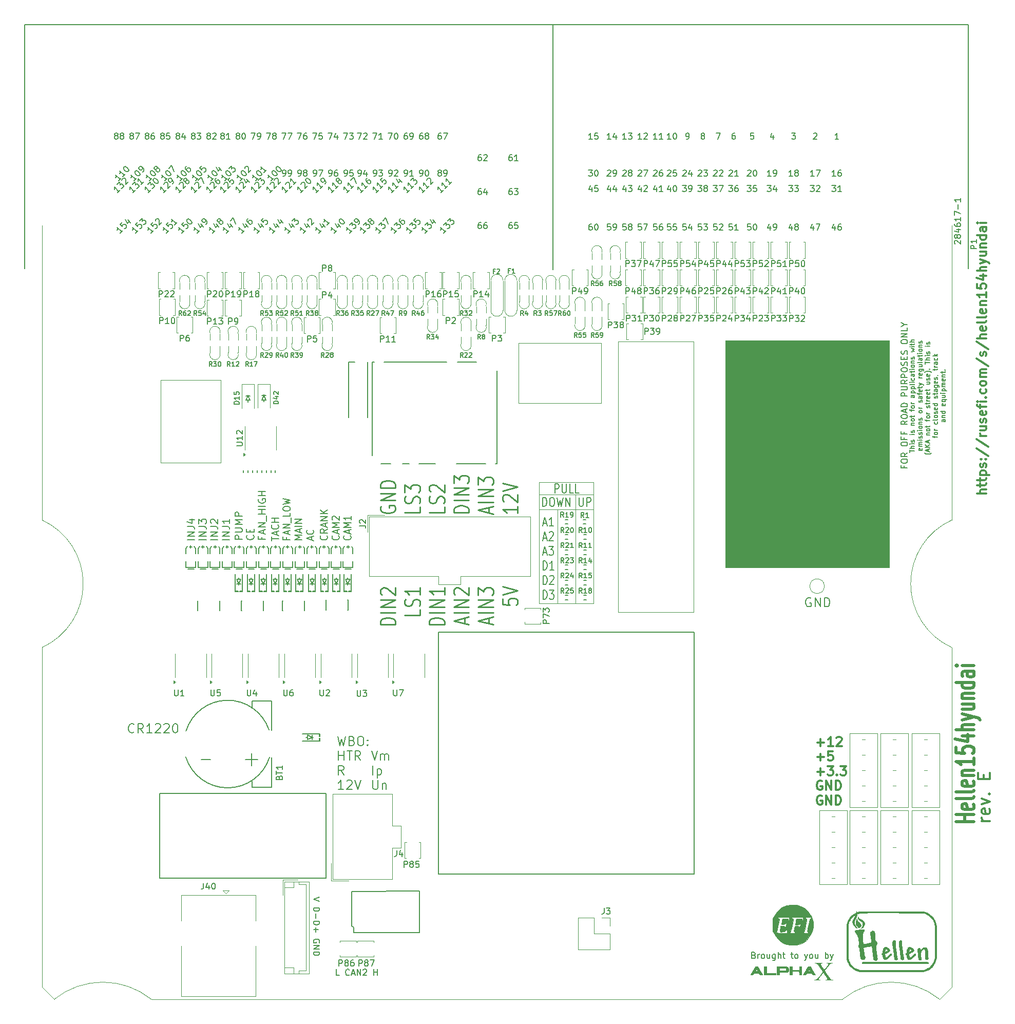
<source format=gto>
G04 #@! TF.GenerationSoftware,KiCad,Pcbnew,8.0.2-8.0.2-0~ubuntu22.04.1*
G04 #@! TF.CreationDate,2024-05-13T19:35:08+00:00*
G04 #@! TF.ProjectId,hellen154hyundai,68656c6c-656e-4313-9534-6879756e6461,E*
G04 #@! TF.SameCoordinates,PX5f5e100PYc845880*
G04 #@! TF.FileFunction,Legend,Top*
G04 #@! TF.FilePolarity,Positive*
%FSLAX46Y46*%
G04 Gerber Fmt 4.6, Leading zero omitted, Abs format (unit mm)*
G04 Created by KiCad (PCBNEW 8.0.2-8.0.2-0~ubuntu22.04.1) date 2024-05-13 19:35:08*
%MOMM*%
%LPD*%
G01*
G04 APERTURE LIST*
%ADD10C,0.120000*%
%ADD11C,0.180000*%
%ADD12C,0.200000*%
%ADD13C,0.250000*%
%ADD14C,0.150000*%
%ADD15C,0.300000*%
%ADD16C,0.500000*%
%ADD17C,0.170000*%
%ADD18C,0.127000*%
%ADD19C,0.000000*%
%ADD20C,0.203200*%
%ADD21C,0.099060*%
%ADD22C,0.100000*%
%ADD23C,0.002540*%
%ADD24C,0.150012*%
G04 APERTURE END LIST*
D10*
X9000000Y5000000D02*
X7000000Y7000000D01*
X7000000Y84000000D02*
X7000000Y132600000D01*
X119700000Y113600000D02*
X146700000Y113600000D01*
X146700000Y76200000D01*
X119700000Y76200000D01*
X119700000Y113600000D01*
G36*
X119700000Y113600000D02*
G01*
X146700000Y113600000D01*
X146700000Y76200000D01*
X119700000Y76200000D01*
X119700000Y113600000D01*
G37*
X91967187Y85726268D02*
X91967187Y70226268D01*
X7000000Y84000000D02*
G75*
G02*
X7000000Y63000000I-4760850J-10500000D01*
G01*
X157000000Y7000000D02*
X155000000Y5000000D01*
X97967187Y88226268D02*
X88967187Y88226268D01*
X9000000Y5000000D02*
G75*
G02*
X25000000Y5000000I8000000J-9942147D01*
G01*
X157000000Y63000000D02*
X157000000Y7000000D01*
X7000000Y7000000D02*
X7000000Y63000000D01*
X157000000Y63000000D02*
G75*
G02*
X157000000Y84000000I4760850J10500000D01*
G01*
X139000000Y5000000D02*
X25000000Y5000000D01*
X139000000Y5000000D02*
G75*
G02*
X155000000Y5000000I8000000J-9942147D01*
G01*
X94967187Y70226268D02*
X94967187Y88226268D01*
X88967187Y70226268D02*
X97967187Y70226268D01*
X157000000Y132600000D02*
X157000000Y84000000D01*
X97967187Y70226268D02*
X97967187Y90226268D01*
X97967187Y90226268D02*
X88967187Y90226268D01*
X88967187Y85726268D02*
X97967187Y85726268D01*
X88967187Y90226268D02*
X88967187Y70226268D01*
D11*
X32116867Y80790716D02*
X30916867Y80790716D01*
X32116867Y81362145D02*
X30916867Y81362145D01*
X30916867Y81362145D02*
X32116867Y82047859D01*
X32116867Y82047859D02*
X30916867Y82047859D01*
X30916867Y82962145D02*
X31774010Y82962145D01*
X31774010Y82962145D02*
X31945439Y82905002D01*
X31945439Y82905002D02*
X32059725Y82790716D01*
X32059725Y82790716D02*
X32116867Y82619288D01*
X32116867Y82619288D02*
X32116867Y82505002D01*
X31316867Y84047859D02*
X32116867Y84047859D01*
X30859725Y83762145D02*
X31716867Y83476431D01*
X31716867Y83476431D02*
X31716867Y84219288D01*
X34048800Y80790716D02*
X32848800Y80790716D01*
X34048800Y81362145D02*
X32848800Y81362145D01*
X32848800Y81362145D02*
X34048800Y82047859D01*
X34048800Y82047859D02*
X32848800Y82047859D01*
X32848800Y82962145D02*
X33705943Y82962145D01*
X33705943Y82962145D02*
X33877372Y82905002D01*
X33877372Y82905002D02*
X33991658Y82790716D01*
X33991658Y82790716D02*
X34048800Y82619288D01*
X34048800Y82619288D02*
X34048800Y82505002D01*
X32848800Y83419288D02*
X32848800Y84162145D01*
X32848800Y84162145D02*
X33305943Y83762145D01*
X33305943Y83762145D02*
X33305943Y83933574D01*
X33305943Y83933574D02*
X33363086Y84047859D01*
X33363086Y84047859D02*
X33420229Y84105002D01*
X33420229Y84105002D02*
X33534515Y84162145D01*
X33534515Y84162145D02*
X33820229Y84162145D01*
X33820229Y84162145D02*
X33934515Y84105002D01*
X33934515Y84105002D02*
X33991658Y84047859D01*
X33991658Y84047859D02*
X34048800Y83933574D01*
X34048800Y83933574D02*
X34048800Y83590717D01*
X34048800Y83590717D02*
X33991658Y83476431D01*
X33991658Y83476431D02*
X33934515Y83419288D01*
X35980733Y80790716D02*
X34780733Y80790716D01*
X35980733Y81362145D02*
X34780733Y81362145D01*
X34780733Y81362145D02*
X35980733Y82047859D01*
X35980733Y82047859D02*
X34780733Y82047859D01*
X34780733Y82962145D02*
X35637876Y82962145D01*
X35637876Y82962145D02*
X35809305Y82905002D01*
X35809305Y82905002D02*
X35923591Y82790716D01*
X35923591Y82790716D02*
X35980733Y82619288D01*
X35980733Y82619288D02*
X35980733Y82505002D01*
X34895019Y83476431D02*
X34837876Y83533574D01*
X34837876Y83533574D02*
X34780733Y83647859D01*
X34780733Y83647859D02*
X34780733Y83933574D01*
X34780733Y83933574D02*
X34837876Y84047859D01*
X34837876Y84047859D02*
X34895019Y84105002D01*
X34895019Y84105002D02*
X35009305Y84162145D01*
X35009305Y84162145D02*
X35123591Y84162145D01*
X35123591Y84162145D02*
X35295019Y84105002D01*
X35295019Y84105002D02*
X35980733Y83419288D01*
X35980733Y83419288D02*
X35980733Y84162145D01*
X37912666Y80790716D02*
X36712666Y80790716D01*
X37912666Y81362145D02*
X36712666Y81362145D01*
X36712666Y81362145D02*
X37912666Y82047859D01*
X37912666Y82047859D02*
X36712666Y82047859D01*
X36712666Y82962145D02*
X37569809Y82962145D01*
X37569809Y82962145D02*
X37741238Y82905002D01*
X37741238Y82905002D02*
X37855524Y82790716D01*
X37855524Y82790716D02*
X37912666Y82619288D01*
X37912666Y82619288D02*
X37912666Y82505002D01*
X37912666Y84162145D02*
X37912666Y83476431D01*
X37912666Y83819288D02*
X36712666Y83819288D01*
X36712666Y83819288D02*
X36884095Y83705002D01*
X36884095Y83705002D02*
X36998381Y83590717D01*
X36998381Y83590717D02*
X37055524Y83476431D01*
D12*
X22168423Y49059329D02*
X22096995Y48987900D01*
X22096995Y48987900D02*
X21882709Y48916472D01*
X21882709Y48916472D02*
X21739852Y48916472D01*
X21739852Y48916472D02*
X21525566Y48987900D01*
X21525566Y48987900D02*
X21382709Y49130758D01*
X21382709Y49130758D02*
X21311280Y49273615D01*
X21311280Y49273615D02*
X21239852Y49559329D01*
X21239852Y49559329D02*
X21239852Y49773615D01*
X21239852Y49773615D02*
X21311280Y50059329D01*
X21311280Y50059329D02*
X21382709Y50202186D01*
X21382709Y50202186D02*
X21525566Y50345043D01*
X21525566Y50345043D02*
X21739852Y50416472D01*
X21739852Y50416472D02*
X21882709Y50416472D01*
X21882709Y50416472D02*
X22096995Y50345043D01*
X22096995Y50345043D02*
X22168423Y50273615D01*
X23668423Y48916472D02*
X23168423Y49630758D01*
X22811280Y48916472D02*
X22811280Y50416472D01*
X22811280Y50416472D02*
X23382709Y50416472D01*
X23382709Y50416472D02*
X23525566Y50345043D01*
X23525566Y50345043D02*
X23596995Y50273615D01*
X23596995Y50273615D02*
X23668423Y50130758D01*
X23668423Y50130758D02*
X23668423Y49916472D01*
X23668423Y49916472D02*
X23596995Y49773615D01*
X23596995Y49773615D02*
X23525566Y49702186D01*
X23525566Y49702186D02*
X23382709Y49630758D01*
X23382709Y49630758D02*
X22811280Y49630758D01*
X25096995Y48916472D02*
X24239852Y48916472D01*
X24668423Y48916472D02*
X24668423Y50416472D01*
X24668423Y50416472D02*
X24525566Y50202186D01*
X24525566Y50202186D02*
X24382709Y50059329D01*
X24382709Y50059329D02*
X24239852Y49987900D01*
X25668423Y50273615D02*
X25739851Y50345043D01*
X25739851Y50345043D02*
X25882709Y50416472D01*
X25882709Y50416472D02*
X26239851Y50416472D01*
X26239851Y50416472D02*
X26382709Y50345043D01*
X26382709Y50345043D02*
X26454137Y50273615D01*
X26454137Y50273615D02*
X26525566Y50130758D01*
X26525566Y50130758D02*
X26525566Y49987900D01*
X26525566Y49987900D02*
X26454137Y49773615D01*
X26454137Y49773615D02*
X25596994Y48916472D01*
X25596994Y48916472D02*
X26525566Y48916472D01*
X27096994Y50273615D02*
X27168422Y50345043D01*
X27168422Y50345043D02*
X27311280Y50416472D01*
X27311280Y50416472D02*
X27668422Y50416472D01*
X27668422Y50416472D02*
X27811280Y50345043D01*
X27811280Y50345043D02*
X27882708Y50273615D01*
X27882708Y50273615D02*
X27954137Y50130758D01*
X27954137Y50130758D02*
X27954137Y49987900D01*
X27954137Y49987900D02*
X27882708Y49773615D01*
X27882708Y49773615D02*
X27025565Y48916472D01*
X27025565Y48916472D02*
X27954137Y48916472D01*
X28882708Y50416472D02*
X29025565Y50416472D01*
X29025565Y50416472D02*
X29168422Y50345043D01*
X29168422Y50345043D02*
X29239851Y50273615D01*
X29239851Y50273615D02*
X29311279Y50130758D01*
X29311279Y50130758D02*
X29382708Y49845043D01*
X29382708Y49845043D02*
X29382708Y49487900D01*
X29382708Y49487900D02*
X29311279Y49202186D01*
X29311279Y49202186D02*
X29239851Y49059329D01*
X29239851Y49059329D02*
X29168422Y48987900D01*
X29168422Y48987900D02*
X29025565Y48916472D01*
X29025565Y48916472D02*
X28882708Y48916472D01*
X28882708Y48916472D02*
X28739851Y48987900D01*
X28739851Y48987900D02*
X28668422Y49059329D01*
X28668422Y49059329D02*
X28596993Y49202186D01*
X28596993Y49202186D02*
X28525565Y49487900D01*
X28525565Y49487900D02*
X28525565Y49845043D01*
X28525565Y49845043D02*
X28596993Y50130758D01*
X28596993Y50130758D02*
X28668422Y50273615D01*
X28668422Y50273615D02*
X28739851Y50345043D01*
X28739851Y50345043D02*
X28882708Y50416472D01*
D13*
X62900445Y86298283D02*
X62781397Y86107807D01*
X62781397Y86107807D02*
X62781397Y85822093D01*
X62781397Y85822093D02*
X62900445Y85536378D01*
X62900445Y85536378D02*
X63138540Y85345902D01*
X63138540Y85345902D02*
X63376635Y85250664D01*
X63376635Y85250664D02*
X63852826Y85155426D01*
X63852826Y85155426D02*
X64209969Y85155426D01*
X64209969Y85155426D02*
X64686159Y85250664D01*
X64686159Y85250664D02*
X64924254Y85345902D01*
X64924254Y85345902D02*
X65162350Y85536378D01*
X65162350Y85536378D02*
X65281397Y85822093D01*
X65281397Y85822093D02*
X65281397Y86012569D01*
X65281397Y86012569D02*
X65162350Y86298283D01*
X65162350Y86298283D02*
X65043302Y86393521D01*
X65043302Y86393521D02*
X64209969Y86393521D01*
X64209969Y86393521D02*
X64209969Y86012569D01*
X65281397Y87250664D02*
X62781397Y87250664D01*
X62781397Y87250664D02*
X65281397Y88393521D01*
X65281397Y88393521D02*
X62781397Y88393521D01*
X65281397Y89345902D02*
X62781397Y89345902D01*
X62781397Y89345902D02*
X62781397Y89822092D01*
X62781397Y89822092D02*
X62900445Y90107807D01*
X62900445Y90107807D02*
X63138540Y90298283D01*
X63138540Y90298283D02*
X63376635Y90393521D01*
X63376635Y90393521D02*
X63852826Y90488759D01*
X63852826Y90488759D02*
X64209969Y90488759D01*
X64209969Y90488759D02*
X64686159Y90393521D01*
X64686159Y90393521D02*
X64924254Y90298283D01*
X64924254Y90298283D02*
X65162350Y90107807D01*
X65162350Y90107807D02*
X65281397Y89822092D01*
X65281397Y89822092D02*
X65281397Y89345902D01*
X69306257Y86203045D02*
X69306257Y85250664D01*
X69306257Y85250664D02*
X66806257Y85250664D01*
X69187210Y86774474D02*
X69306257Y87060188D01*
X69306257Y87060188D02*
X69306257Y87536379D01*
X69306257Y87536379D02*
X69187210Y87726855D01*
X69187210Y87726855D02*
X69068162Y87822093D01*
X69068162Y87822093D02*
X68830067Y87917331D01*
X68830067Y87917331D02*
X68591971Y87917331D01*
X68591971Y87917331D02*
X68353876Y87822093D01*
X68353876Y87822093D02*
X68234829Y87726855D01*
X68234829Y87726855D02*
X68115781Y87536379D01*
X68115781Y87536379D02*
X67996733Y87155426D01*
X67996733Y87155426D02*
X67877686Y86964950D01*
X67877686Y86964950D02*
X67758638Y86869712D01*
X67758638Y86869712D02*
X67520543Y86774474D01*
X67520543Y86774474D02*
X67282448Y86774474D01*
X67282448Y86774474D02*
X67044352Y86869712D01*
X67044352Y86869712D02*
X66925305Y86964950D01*
X66925305Y86964950D02*
X66806257Y87155426D01*
X66806257Y87155426D02*
X66806257Y87631617D01*
X66806257Y87631617D02*
X66925305Y87917331D01*
X66806257Y88583998D02*
X66806257Y89822093D01*
X66806257Y89822093D02*
X67758638Y89155426D01*
X67758638Y89155426D02*
X67758638Y89441141D01*
X67758638Y89441141D02*
X67877686Y89631617D01*
X67877686Y89631617D02*
X67996733Y89726855D01*
X67996733Y89726855D02*
X68234829Y89822093D01*
X68234829Y89822093D02*
X68830067Y89822093D01*
X68830067Y89822093D02*
X69068162Y89726855D01*
X69068162Y89726855D02*
X69187210Y89631617D01*
X69187210Y89631617D02*
X69306257Y89441141D01*
X69306257Y89441141D02*
X69306257Y88869712D01*
X69306257Y88869712D02*
X69187210Y88679236D01*
X69187210Y88679236D02*
X69068162Y88583998D01*
X73331117Y86203045D02*
X73331117Y85250664D01*
X73331117Y85250664D02*
X70831117Y85250664D01*
X73212070Y86774474D02*
X73331117Y87060188D01*
X73331117Y87060188D02*
X73331117Y87536379D01*
X73331117Y87536379D02*
X73212070Y87726855D01*
X73212070Y87726855D02*
X73093022Y87822093D01*
X73093022Y87822093D02*
X72854927Y87917331D01*
X72854927Y87917331D02*
X72616831Y87917331D01*
X72616831Y87917331D02*
X72378736Y87822093D01*
X72378736Y87822093D02*
X72259689Y87726855D01*
X72259689Y87726855D02*
X72140641Y87536379D01*
X72140641Y87536379D02*
X72021593Y87155426D01*
X72021593Y87155426D02*
X71902546Y86964950D01*
X71902546Y86964950D02*
X71783498Y86869712D01*
X71783498Y86869712D02*
X71545403Y86774474D01*
X71545403Y86774474D02*
X71307308Y86774474D01*
X71307308Y86774474D02*
X71069212Y86869712D01*
X71069212Y86869712D02*
X70950165Y86964950D01*
X70950165Y86964950D02*
X70831117Y87155426D01*
X70831117Y87155426D02*
X70831117Y87631617D01*
X70831117Y87631617D02*
X70950165Y87917331D01*
X71069212Y88679236D02*
X70950165Y88774474D01*
X70950165Y88774474D02*
X70831117Y88964950D01*
X70831117Y88964950D02*
X70831117Y89441141D01*
X70831117Y89441141D02*
X70950165Y89631617D01*
X70950165Y89631617D02*
X71069212Y89726855D01*
X71069212Y89726855D02*
X71307308Y89822093D01*
X71307308Y89822093D02*
X71545403Y89822093D01*
X71545403Y89822093D02*
X71902546Y89726855D01*
X71902546Y89726855D02*
X73331117Y88583998D01*
X73331117Y88583998D02*
X73331117Y89822093D01*
X77355977Y85250664D02*
X74855977Y85250664D01*
X74855977Y85250664D02*
X74855977Y85726854D01*
X74855977Y85726854D02*
X74975025Y86012569D01*
X74975025Y86012569D02*
X75213120Y86203045D01*
X75213120Y86203045D02*
X75451215Y86298283D01*
X75451215Y86298283D02*
X75927406Y86393521D01*
X75927406Y86393521D02*
X76284549Y86393521D01*
X76284549Y86393521D02*
X76760739Y86298283D01*
X76760739Y86298283D02*
X76998834Y86203045D01*
X76998834Y86203045D02*
X77236930Y86012569D01*
X77236930Y86012569D02*
X77355977Y85726854D01*
X77355977Y85726854D02*
X77355977Y85250664D01*
X77355977Y87250664D02*
X74855977Y87250664D01*
X77355977Y88203045D02*
X74855977Y88203045D01*
X74855977Y88203045D02*
X77355977Y89345902D01*
X77355977Y89345902D02*
X74855977Y89345902D01*
X74855977Y90107807D02*
X74855977Y91345902D01*
X74855977Y91345902D02*
X75808358Y90679235D01*
X75808358Y90679235D02*
X75808358Y90964950D01*
X75808358Y90964950D02*
X75927406Y91155426D01*
X75927406Y91155426D02*
X76046453Y91250664D01*
X76046453Y91250664D02*
X76284549Y91345902D01*
X76284549Y91345902D02*
X76879787Y91345902D01*
X76879787Y91345902D02*
X77117882Y91250664D01*
X77117882Y91250664D02*
X77236930Y91155426D01*
X77236930Y91155426D02*
X77355977Y90964950D01*
X77355977Y90964950D02*
X77355977Y90393521D01*
X77355977Y90393521D02*
X77236930Y90203045D01*
X77236930Y90203045D02*
X77117882Y90107807D01*
X80666551Y85155426D02*
X80666551Y86107807D01*
X81380837Y84964950D02*
X78880837Y85631616D01*
X78880837Y85631616D02*
X81380837Y86298283D01*
X81380837Y86964950D02*
X78880837Y86964950D01*
X81380837Y87917331D02*
X78880837Y87917331D01*
X78880837Y87917331D02*
X81380837Y89060188D01*
X81380837Y89060188D02*
X78880837Y89060188D01*
X78880837Y89822093D02*
X78880837Y91060188D01*
X78880837Y91060188D02*
X79833218Y90393521D01*
X79833218Y90393521D02*
X79833218Y90679236D01*
X79833218Y90679236D02*
X79952266Y90869712D01*
X79952266Y90869712D02*
X80071313Y90964950D01*
X80071313Y90964950D02*
X80309409Y91060188D01*
X80309409Y91060188D02*
X80904647Y91060188D01*
X80904647Y91060188D02*
X81142742Y90964950D01*
X81142742Y90964950D02*
X81261790Y90869712D01*
X81261790Y90869712D02*
X81380837Y90679236D01*
X81380837Y90679236D02*
X81380837Y90107807D01*
X81380837Y90107807D02*
X81261790Y89917331D01*
X81261790Y89917331D02*
X81142742Y89822093D01*
X85405697Y86298283D02*
X85405697Y85155426D01*
X85405697Y85726854D02*
X82905697Y85726854D01*
X82905697Y85726854D02*
X83262840Y85536378D01*
X83262840Y85536378D02*
X83500935Y85345902D01*
X83500935Y85345902D02*
X83619983Y85155426D01*
X83143792Y87060188D02*
X83024745Y87155426D01*
X83024745Y87155426D02*
X82905697Y87345902D01*
X82905697Y87345902D02*
X82905697Y87822093D01*
X82905697Y87822093D02*
X83024745Y88012569D01*
X83024745Y88012569D02*
X83143792Y88107807D01*
X83143792Y88107807D02*
X83381888Y88203045D01*
X83381888Y88203045D02*
X83619983Y88203045D01*
X83619983Y88203045D02*
X83977126Y88107807D01*
X83977126Y88107807D02*
X85405697Y86964950D01*
X85405697Y86964950D02*
X85405697Y88203045D01*
X82905697Y88774474D02*
X85405697Y89441140D01*
X85405697Y89441140D02*
X82905697Y90107807D01*
D11*
X91553297Y88467961D02*
X91553297Y89967961D01*
X91553297Y89967961D02*
X92010440Y89967961D01*
X92010440Y89967961D02*
X92124725Y89896532D01*
X92124725Y89896532D02*
X92181868Y89825104D01*
X92181868Y89825104D02*
X92239011Y89682247D01*
X92239011Y89682247D02*
X92239011Y89467961D01*
X92239011Y89467961D02*
X92181868Y89325104D01*
X92181868Y89325104D02*
X92124725Y89253675D01*
X92124725Y89253675D02*
X92010440Y89182247D01*
X92010440Y89182247D02*
X91553297Y89182247D01*
X92753297Y89967961D02*
X92753297Y88753675D01*
X92753297Y88753675D02*
X92810440Y88610818D01*
X92810440Y88610818D02*
X92867583Y88539389D01*
X92867583Y88539389D02*
X92981868Y88467961D01*
X92981868Y88467961D02*
X93210440Y88467961D01*
X93210440Y88467961D02*
X93324725Y88539389D01*
X93324725Y88539389D02*
X93381868Y88610818D01*
X93381868Y88610818D02*
X93439011Y88753675D01*
X93439011Y88753675D02*
X93439011Y89967961D01*
X94581868Y88467961D02*
X94010440Y88467961D01*
X94010440Y88467961D02*
X94010440Y89967961D01*
X95553297Y88467961D02*
X94981869Y88467961D01*
X94981869Y88467961D02*
X94981869Y89967961D01*
D13*
X65281397Y66749337D02*
X62781397Y66749337D01*
X62781397Y66749337D02*
X62781397Y67225527D01*
X62781397Y67225527D02*
X62900445Y67511242D01*
X62900445Y67511242D02*
X63138540Y67701718D01*
X63138540Y67701718D02*
X63376635Y67796956D01*
X63376635Y67796956D02*
X63852826Y67892194D01*
X63852826Y67892194D02*
X64209969Y67892194D01*
X64209969Y67892194D02*
X64686159Y67796956D01*
X64686159Y67796956D02*
X64924254Y67701718D01*
X64924254Y67701718D02*
X65162350Y67511242D01*
X65162350Y67511242D02*
X65281397Y67225527D01*
X65281397Y67225527D02*
X65281397Y66749337D01*
X65281397Y68749337D02*
X62781397Y68749337D01*
X65281397Y69701718D02*
X62781397Y69701718D01*
X62781397Y69701718D02*
X65281397Y70844575D01*
X65281397Y70844575D02*
X62781397Y70844575D01*
X63019492Y71701718D02*
X62900445Y71796956D01*
X62900445Y71796956D02*
X62781397Y71987432D01*
X62781397Y71987432D02*
X62781397Y72463623D01*
X62781397Y72463623D02*
X62900445Y72654099D01*
X62900445Y72654099D02*
X63019492Y72749337D01*
X63019492Y72749337D02*
X63257588Y72844575D01*
X63257588Y72844575D02*
X63495683Y72844575D01*
X63495683Y72844575D02*
X63852826Y72749337D01*
X63852826Y72749337D02*
X65281397Y71606480D01*
X65281397Y71606480D02*
X65281397Y72844575D01*
X69306257Y69225527D02*
X69306257Y68273146D01*
X69306257Y68273146D02*
X66806257Y68273146D01*
X69187210Y69796956D02*
X69306257Y70082670D01*
X69306257Y70082670D02*
X69306257Y70558861D01*
X69306257Y70558861D02*
X69187210Y70749337D01*
X69187210Y70749337D02*
X69068162Y70844575D01*
X69068162Y70844575D02*
X68830067Y70939813D01*
X68830067Y70939813D02*
X68591971Y70939813D01*
X68591971Y70939813D02*
X68353876Y70844575D01*
X68353876Y70844575D02*
X68234829Y70749337D01*
X68234829Y70749337D02*
X68115781Y70558861D01*
X68115781Y70558861D02*
X67996733Y70177908D01*
X67996733Y70177908D02*
X67877686Y69987432D01*
X67877686Y69987432D02*
X67758638Y69892194D01*
X67758638Y69892194D02*
X67520543Y69796956D01*
X67520543Y69796956D02*
X67282448Y69796956D01*
X67282448Y69796956D02*
X67044352Y69892194D01*
X67044352Y69892194D02*
X66925305Y69987432D01*
X66925305Y69987432D02*
X66806257Y70177908D01*
X66806257Y70177908D02*
X66806257Y70654099D01*
X66806257Y70654099D02*
X66925305Y70939813D01*
X69306257Y72844575D02*
X69306257Y71701718D01*
X69306257Y72273146D02*
X66806257Y72273146D01*
X66806257Y72273146D02*
X67163400Y72082670D01*
X67163400Y72082670D02*
X67401495Y71892194D01*
X67401495Y71892194D02*
X67520543Y71701718D01*
X73331117Y66749337D02*
X70831117Y66749337D01*
X70831117Y66749337D02*
X70831117Y67225527D01*
X70831117Y67225527D02*
X70950165Y67511242D01*
X70950165Y67511242D02*
X71188260Y67701718D01*
X71188260Y67701718D02*
X71426355Y67796956D01*
X71426355Y67796956D02*
X71902546Y67892194D01*
X71902546Y67892194D02*
X72259689Y67892194D01*
X72259689Y67892194D02*
X72735879Y67796956D01*
X72735879Y67796956D02*
X72973974Y67701718D01*
X72973974Y67701718D02*
X73212070Y67511242D01*
X73212070Y67511242D02*
X73331117Y67225527D01*
X73331117Y67225527D02*
X73331117Y66749337D01*
X73331117Y68749337D02*
X70831117Y68749337D01*
X73331117Y69701718D02*
X70831117Y69701718D01*
X70831117Y69701718D02*
X73331117Y70844575D01*
X73331117Y70844575D02*
X70831117Y70844575D01*
X73331117Y72844575D02*
X73331117Y71701718D01*
X73331117Y72273146D02*
X70831117Y72273146D01*
X70831117Y72273146D02*
X71188260Y72082670D01*
X71188260Y72082670D02*
X71426355Y71892194D01*
X71426355Y71892194D02*
X71545403Y71701718D01*
X76641691Y66939813D02*
X76641691Y67892194D01*
X77355977Y66749337D02*
X74855977Y67416003D01*
X74855977Y67416003D02*
X77355977Y68082670D01*
X77355977Y68749337D02*
X74855977Y68749337D01*
X77355977Y69701718D02*
X74855977Y69701718D01*
X74855977Y69701718D02*
X77355977Y70844575D01*
X77355977Y70844575D02*
X74855977Y70844575D01*
X75094072Y71701718D02*
X74975025Y71796956D01*
X74975025Y71796956D02*
X74855977Y71987432D01*
X74855977Y71987432D02*
X74855977Y72463623D01*
X74855977Y72463623D02*
X74975025Y72654099D01*
X74975025Y72654099D02*
X75094072Y72749337D01*
X75094072Y72749337D02*
X75332168Y72844575D01*
X75332168Y72844575D02*
X75570263Y72844575D01*
X75570263Y72844575D02*
X75927406Y72749337D01*
X75927406Y72749337D02*
X77355977Y71606480D01*
X77355977Y71606480D02*
X77355977Y72844575D01*
X80666551Y66939813D02*
X80666551Y67892194D01*
X81380837Y66749337D02*
X78880837Y67416003D01*
X78880837Y67416003D02*
X81380837Y68082670D01*
X81380837Y68749337D02*
X78880837Y68749337D01*
X81380837Y69701718D02*
X78880837Y69701718D01*
X78880837Y69701718D02*
X81380837Y70844575D01*
X81380837Y70844575D02*
X78880837Y70844575D01*
X78880837Y71606480D02*
X78880837Y72844575D01*
X78880837Y72844575D02*
X79833218Y72177908D01*
X79833218Y72177908D02*
X79833218Y72463623D01*
X79833218Y72463623D02*
X79952266Y72654099D01*
X79952266Y72654099D02*
X80071313Y72749337D01*
X80071313Y72749337D02*
X80309409Y72844575D01*
X80309409Y72844575D02*
X80904647Y72844575D01*
X80904647Y72844575D02*
X81142742Y72749337D01*
X81142742Y72749337D02*
X81261790Y72654099D01*
X81261790Y72654099D02*
X81380837Y72463623D01*
X81380837Y72463623D02*
X81380837Y71892194D01*
X81380837Y71892194D02*
X81261790Y71701718D01*
X81261790Y71701718D02*
X81142742Y71606480D01*
X82905697Y71035051D02*
X82905697Y70082670D01*
X82905697Y70082670D02*
X84096173Y69987432D01*
X84096173Y69987432D02*
X83977126Y70082670D01*
X83977126Y70082670D02*
X83858078Y70273146D01*
X83858078Y70273146D02*
X83858078Y70749337D01*
X83858078Y70749337D02*
X83977126Y70939813D01*
X83977126Y70939813D02*
X84096173Y71035051D01*
X84096173Y71035051D02*
X84334269Y71130289D01*
X84334269Y71130289D02*
X84929507Y71130289D01*
X84929507Y71130289D02*
X85167602Y71035051D01*
X85167602Y71035051D02*
X85286650Y70939813D01*
X85286650Y70939813D02*
X85405697Y70749337D01*
X85405697Y70749337D02*
X85405697Y70273146D01*
X85405697Y70273146D02*
X85286650Y70082670D01*
X85286650Y70082670D02*
X85167602Y69987432D01*
X82905697Y71701718D02*
X85405697Y72368384D01*
X85405697Y72368384D02*
X82905697Y73035051D01*
D14*
X55995237Y8945181D02*
X55519047Y8945181D01*
X55519047Y8945181D02*
X55519047Y9945181D01*
X57661904Y9040420D02*
X57614285Y8992800D01*
X57614285Y8992800D02*
X57471428Y8945181D01*
X57471428Y8945181D02*
X57376190Y8945181D01*
X57376190Y8945181D02*
X57233333Y8992800D01*
X57233333Y8992800D02*
X57138095Y9088039D01*
X57138095Y9088039D02*
X57090476Y9183277D01*
X57090476Y9183277D02*
X57042857Y9373753D01*
X57042857Y9373753D02*
X57042857Y9516610D01*
X57042857Y9516610D02*
X57090476Y9707086D01*
X57090476Y9707086D02*
X57138095Y9802324D01*
X57138095Y9802324D02*
X57233333Y9897562D01*
X57233333Y9897562D02*
X57376190Y9945181D01*
X57376190Y9945181D02*
X57471428Y9945181D01*
X57471428Y9945181D02*
X57614285Y9897562D01*
X57614285Y9897562D02*
X57661904Y9849943D01*
X58042857Y9230896D02*
X58519047Y9230896D01*
X57947619Y8945181D02*
X58280952Y9945181D01*
X58280952Y9945181D02*
X58614285Y8945181D01*
X58947619Y8945181D02*
X58947619Y9945181D01*
X58947619Y9945181D02*
X59519047Y8945181D01*
X59519047Y8945181D02*
X59519047Y9945181D01*
X59947619Y9849943D02*
X59995238Y9897562D01*
X59995238Y9897562D02*
X60090476Y9945181D01*
X60090476Y9945181D02*
X60328571Y9945181D01*
X60328571Y9945181D02*
X60423809Y9897562D01*
X60423809Y9897562D02*
X60471428Y9849943D01*
X60471428Y9849943D02*
X60519047Y9754705D01*
X60519047Y9754705D02*
X60519047Y9659467D01*
X60519047Y9659467D02*
X60471428Y9516610D01*
X60471428Y9516610D02*
X59900000Y8945181D01*
X59900000Y8945181D02*
X60519047Y8945181D01*
X61709524Y8945181D02*
X61709524Y9945181D01*
X61709524Y9468991D02*
X62280952Y9468991D01*
X62280952Y8945181D02*
X62280952Y9945181D01*
D15*
X162678328Y88378571D02*
X161178328Y88378571D01*
X162678328Y89021428D02*
X161892614Y89021428D01*
X161892614Y89021428D02*
X161749757Y88950000D01*
X161749757Y88950000D02*
X161678328Y88807143D01*
X161678328Y88807143D02*
X161678328Y88592857D01*
X161678328Y88592857D02*
X161749757Y88450000D01*
X161749757Y88450000D02*
X161821185Y88378571D01*
X161678328Y89521429D02*
X161678328Y90092857D01*
X161178328Y89735714D02*
X162464042Y89735714D01*
X162464042Y89735714D02*
X162606900Y89807143D01*
X162606900Y89807143D02*
X162678328Y89950000D01*
X162678328Y89950000D02*
X162678328Y90092857D01*
X161678328Y90378572D02*
X161678328Y90950000D01*
X161178328Y90592857D02*
X162464042Y90592857D01*
X162464042Y90592857D02*
X162606900Y90664286D01*
X162606900Y90664286D02*
X162678328Y90807143D01*
X162678328Y90807143D02*
X162678328Y90950000D01*
X161678328Y91450000D02*
X163178328Y91450000D01*
X161749757Y91450000D02*
X161678328Y91592857D01*
X161678328Y91592857D02*
X161678328Y91878572D01*
X161678328Y91878572D02*
X161749757Y92021429D01*
X161749757Y92021429D02*
X161821185Y92092857D01*
X161821185Y92092857D02*
X161964042Y92164286D01*
X161964042Y92164286D02*
X162392614Y92164286D01*
X162392614Y92164286D02*
X162535471Y92092857D01*
X162535471Y92092857D02*
X162606900Y92021429D01*
X162606900Y92021429D02*
X162678328Y91878572D01*
X162678328Y91878572D02*
X162678328Y91592857D01*
X162678328Y91592857D02*
X162606900Y91450000D01*
X162606900Y92735715D02*
X162678328Y92878572D01*
X162678328Y92878572D02*
X162678328Y93164286D01*
X162678328Y93164286D02*
X162606900Y93307143D01*
X162606900Y93307143D02*
X162464042Y93378572D01*
X162464042Y93378572D02*
X162392614Y93378572D01*
X162392614Y93378572D02*
X162249757Y93307143D01*
X162249757Y93307143D02*
X162178328Y93164286D01*
X162178328Y93164286D02*
X162178328Y92950000D01*
X162178328Y92950000D02*
X162106900Y92807143D01*
X162106900Y92807143D02*
X161964042Y92735715D01*
X161964042Y92735715D02*
X161892614Y92735715D01*
X161892614Y92735715D02*
X161749757Y92807143D01*
X161749757Y92807143D02*
X161678328Y92950000D01*
X161678328Y92950000D02*
X161678328Y93164286D01*
X161678328Y93164286D02*
X161749757Y93307143D01*
X162535471Y94021429D02*
X162606900Y94092858D01*
X162606900Y94092858D02*
X162678328Y94021429D01*
X162678328Y94021429D02*
X162606900Y93950001D01*
X162606900Y93950001D02*
X162535471Y94021429D01*
X162535471Y94021429D02*
X162678328Y94021429D01*
X161749757Y94021429D02*
X161821185Y94092858D01*
X161821185Y94092858D02*
X161892614Y94021429D01*
X161892614Y94021429D02*
X161821185Y93950001D01*
X161821185Y93950001D02*
X161749757Y94021429D01*
X161749757Y94021429D02*
X161892614Y94021429D01*
X161106900Y95807144D02*
X163035471Y94521430D01*
X161106900Y97378573D02*
X163035471Y96092859D01*
X162678328Y97878573D02*
X161678328Y97878573D01*
X161964042Y97878573D02*
X161821185Y97950002D01*
X161821185Y97950002D02*
X161749757Y98021430D01*
X161749757Y98021430D02*
X161678328Y98164288D01*
X161678328Y98164288D02*
X161678328Y98307145D01*
X161678328Y99450001D02*
X162678328Y99450001D01*
X161678328Y98807144D02*
X162464042Y98807144D01*
X162464042Y98807144D02*
X162606900Y98878573D01*
X162606900Y98878573D02*
X162678328Y99021430D01*
X162678328Y99021430D02*
X162678328Y99235716D01*
X162678328Y99235716D02*
X162606900Y99378573D01*
X162606900Y99378573D02*
X162535471Y99450001D01*
X162606900Y100092859D02*
X162678328Y100235716D01*
X162678328Y100235716D02*
X162678328Y100521430D01*
X162678328Y100521430D02*
X162606900Y100664287D01*
X162606900Y100664287D02*
X162464042Y100735716D01*
X162464042Y100735716D02*
X162392614Y100735716D01*
X162392614Y100735716D02*
X162249757Y100664287D01*
X162249757Y100664287D02*
X162178328Y100521430D01*
X162178328Y100521430D02*
X162178328Y100307144D01*
X162178328Y100307144D02*
X162106900Y100164287D01*
X162106900Y100164287D02*
X161964042Y100092859D01*
X161964042Y100092859D02*
X161892614Y100092859D01*
X161892614Y100092859D02*
X161749757Y100164287D01*
X161749757Y100164287D02*
X161678328Y100307144D01*
X161678328Y100307144D02*
X161678328Y100521430D01*
X161678328Y100521430D02*
X161749757Y100664287D01*
X162606900Y101950002D02*
X162678328Y101807145D01*
X162678328Y101807145D02*
X162678328Y101521430D01*
X162678328Y101521430D02*
X162606900Y101378573D01*
X162606900Y101378573D02*
X162464042Y101307145D01*
X162464042Y101307145D02*
X161892614Y101307145D01*
X161892614Y101307145D02*
X161749757Y101378573D01*
X161749757Y101378573D02*
X161678328Y101521430D01*
X161678328Y101521430D02*
X161678328Y101807145D01*
X161678328Y101807145D02*
X161749757Y101950002D01*
X161749757Y101950002D02*
X161892614Y102021430D01*
X161892614Y102021430D02*
X162035471Y102021430D01*
X162035471Y102021430D02*
X162178328Y101307145D01*
X161678328Y102450002D02*
X161678328Y103021430D01*
X162678328Y102664287D02*
X161392614Y102664287D01*
X161392614Y102664287D02*
X161249757Y102735716D01*
X161249757Y102735716D02*
X161178328Y102878573D01*
X161178328Y102878573D02*
X161178328Y103021430D01*
X162678328Y103521430D02*
X161678328Y103521430D01*
X161178328Y103521430D02*
X161249757Y103450002D01*
X161249757Y103450002D02*
X161321185Y103521430D01*
X161321185Y103521430D02*
X161249757Y103592859D01*
X161249757Y103592859D02*
X161178328Y103521430D01*
X161178328Y103521430D02*
X161321185Y103521430D01*
X162535471Y104235716D02*
X162606900Y104307145D01*
X162606900Y104307145D02*
X162678328Y104235716D01*
X162678328Y104235716D02*
X162606900Y104164288D01*
X162606900Y104164288D02*
X162535471Y104235716D01*
X162535471Y104235716D02*
X162678328Y104235716D01*
X162606900Y105592859D02*
X162678328Y105450002D01*
X162678328Y105450002D02*
X162678328Y105164288D01*
X162678328Y105164288D02*
X162606900Y105021431D01*
X162606900Y105021431D02*
X162535471Y104950002D01*
X162535471Y104950002D02*
X162392614Y104878574D01*
X162392614Y104878574D02*
X161964042Y104878574D01*
X161964042Y104878574D02*
X161821185Y104950002D01*
X161821185Y104950002D02*
X161749757Y105021431D01*
X161749757Y105021431D02*
X161678328Y105164288D01*
X161678328Y105164288D02*
X161678328Y105450002D01*
X161678328Y105450002D02*
X161749757Y105592859D01*
X162678328Y106450002D02*
X162606900Y106307145D01*
X162606900Y106307145D02*
X162535471Y106235716D01*
X162535471Y106235716D02*
X162392614Y106164288D01*
X162392614Y106164288D02*
X161964042Y106164288D01*
X161964042Y106164288D02*
X161821185Y106235716D01*
X161821185Y106235716D02*
X161749757Y106307145D01*
X161749757Y106307145D02*
X161678328Y106450002D01*
X161678328Y106450002D02*
X161678328Y106664288D01*
X161678328Y106664288D02*
X161749757Y106807145D01*
X161749757Y106807145D02*
X161821185Y106878573D01*
X161821185Y106878573D02*
X161964042Y106950002D01*
X161964042Y106950002D02*
X162392614Y106950002D01*
X162392614Y106950002D02*
X162535471Y106878573D01*
X162535471Y106878573D02*
X162606900Y106807145D01*
X162606900Y106807145D02*
X162678328Y106664288D01*
X162678328Y106664288D02*
X162678328Y106450002D01*
X162678328Y107592859D02*
X161678328Y107592859D01*
X161821185Y107592859D02*
X161749757Y107664288D01*
X161749757Y107664288D02*
X161678328Y107807145D01*
X161678328Y107807145D02*
X161678328Y108021431D01*
X161678328Y108021431D02*
X161749757Y108164288D01*
X161749757Y108164288D02*
X161892614Y108235716D01*
X161892614Y108235716D02*
X162678328Y108235716D01*
X161892614Y108235716D02*
X161749757Y108307145D01*
X161749757Y108307145D02*
X161678328Y108450002D01*
X161678328Y108450002D02*
X161678328Y108664288D01*
X161678328Y108664288D02*
X161749757Y108807145D01*
X161749757Y108807145D02*
X161892614Y108878574D01*
X161892614Y108878574D02*
X162678328Y108878574D01*
X161106900Y110664288D02*
X163035471Y109378574D01*
X162606900Y111092860D02*
X162678328Y111235717D01*
X162678328Y111235717D02*
X162678328Y111521431D01*
X162678328Y111521431D02*
X162606900Y111664288D01*
X162606900Y111664288D02*
X162464042Y111735717D01*
X162464042Y111735717D02*
X162392614Y111735717D01*
X162392614Y111735717D02*
X162249757Y111664288D01*
X162249757Y111664288D02*
X162178328Y111521431D01*
X162178328Y111521431D02*
X162178328Y111307145D01*
X162178328Y111307145D02*
X162106900Y111164288D01*
X162106900Y111164288D02*
X161964042Y111092860D01*
X161964042Y111092860D02*
X161892614Y111092860D01*
X161892614Y111092860D02*
X161749757Y111164288D01*
X161749757Y111164288D02*
X161678328Y111307145D01*
X161678328Y111307145D02*
X161678328Y111521431D01*
X161678328Y111521431D02*
X161749757Y111664288D01*
X161106900Y113450003D02*
X163035471Y112164289D01*
X162678328Y113950003D02*
X161178328Y113950003D01*
X162678328Y114592860D02*
X161892614Y114592860D01*
X161892614Y114592860D02*
X161749757Y114521432D01*
X161749757Y114521432D02*
X161678328Y114378575D01*
X161678328Y114378575D02*
X161678328Y114164289D01*
X161678328Y114164289D02*
X161749757Y114021432D01*
X161749757Y114021432D02*
X161821185Y113950003D01*
X162606900Y115878575D02*
X162678328Y115735718D01*
X162678328Y115735718D02*
X162678328Y115450003D01*
X162678328Y115450003D02*
X162606900Y115307146D01*
X162606900Y115307146D02*
X162464042Y115235718D01*
X162464042Y115235718D02*
X161892614Y115235718D01*
X161892614Y115235718D02*
X161749757Y115307146D01*
X161749757Y115307146D02*
X161678328Y115450003D01*
X161678328Y115450003D02*
X161678328Y115735718D01*
X161678328Y115735718D02*
X161749757Y115878575D01*
X161749757Y115878575D02*
X161892614Y115950003D01*
X161892614Y115950003D02*
X162035471Y115950003D01*
X162035471Y115950003D02*
X162178328Y115235718D01*
X162678328Y116807146D02*
X162606900Y116664289D01*
X162606900Y116664289D02*
X162464042Y116592860D01*
X162464042Y116592860D02*
X161178328Y116592860D01*
X162678328Y117592860D02*
X162606900Y117450003D01*
X162606900Y117450003D02*
X162464042Y117378574D01*
X162464042Y117378574D02*
X161178328Y117378574D01*
X162606900Y118735717D02*
X162678328Y118592860D01*
X162678328Y118592860D02*
X162678328Y118307145D01*
X162678328Y118307145D02*
X162606900Y118164288D01*
X162606900Y118164288D02*
X162464042Y118092860D01*
X162464042Y118092860D02*
X161892614Y118092860D01*
X161892614Y118092860D02*
X161749757Y118164288D01*
X161749757Y118164288D02*
X161678328Y118307145D01*
X161678328Y118307145D02*
X161678328Y118592860D01*
X161678328Y118592860D02*
X161749757Y118735717D01*
X161749757Y118735717D02*
X161892614Y118807145D01*
X161892614Y118807145D02*
X162035471Y118807145D01*
X162035471Y118807145D02*
X162178328Y118092860D01*
X161678328Y119450002D02*
X162678328Y119450002D01*
X161821185Y119450002D02*
X161749757Y119521431D01*
X161749757Y119521431D02*
X161678328Y119664288D01*
X161678328Y119664288D02*
X161678328Y119878574D01*
X161678328Y119878574D02*
X161749757Y120021431D01*
X161749757Y120021431D02*
X161892614Y120092859D01*
X161892614Y120092859D02*
X162678328Y120092859D01*
X162678328Y121592860D02*
X162678328Y120735717D01*
X162678328Y121164288D02*
X161178328Y121164288D01*
X161178328Y121164288D02*
X161392614Y121021431D01*
X161392614Y121021431D02*
X161535471Y120878574D01*
X161535471Y120878574D02*
X161606900Y120735717D01*
X161178328Y122950002D02*
X161178328Y122235716D01*
X161178328Y122235716D02*
X161892614Y122164288D01*
X161892614Y122164288D02*
X161821185Y122235716D01*
X161821185Y122235716D02*
X161749757Y122378573D01*
X161749757Y122378573D02*
X161749757Y122735716D01*
X161749757Y122735716D02*
X161821185Y122878573D01*
X161821185Y122878573D02*
X161892614Y122950002D01*
X161892614Y122950002D02*
X162035471Y123021431D01*
X162035471Y123021431D02*
X162392614Y123021431D01*
X162392614Y123021431D02*
X162535471Y122950002D01*
X162535471Y122950002D02*
X162606900Y122878573D01*
X162606900Y122878573D02*
X162678328Y122735716D01*
X162678328Y122735716D02*
X162678328Y122378573D01*
X162678328Y122378573D02*
X162606900Y122235716D01*
X162606900Y122235716D02*
X162535471Y122164288D01*
X161678328Y124307144D02*
X162678328Y124307144D01*
X161106900Y123950002D02*
X162178328Y123592859D01*
X162178328Y123592859D02*
X162178328Y124521430D01*
X162678328Y125092858D02*
X161178328Y125092858D01*
X162678328Y125735715D02*
X161892614Y125735715D01*
X161892614Y125735715D02*
X161749757Y125664287D01*
X161749757Y125664287D02*
X161678328Y125521430D01*
X161678328Y125521430D02*
X161678328Y125307144D01*
X161678328Y125307144D02*
X161749757Y125164287D01*
X161749757Y125164287D02*
X161821185Y125092858D01*
X161678328Y126307144D02*
X162678328Y126664287D01*
X161678328Y127021430D02*
X162678328Y126664287D01*
X162678328Y126664287D02*
X163035471Y126521430D01*
X163035471Y126521430D02*
X163106900Y126450001D01*
X163106900Y126450001D02*
X163178328Y126307144D01*
X161678328Y128235715D02*
X162678328Y128235715D01*
X161678328Y127592858D02*
X162464042Y127592858D01*
X162464042Y127592858D02*
X162606900Y127664287D01*
X162606900Y127664287D02*
X162678328Y127807144D01*
X162678328Y127807144D02*
X162678328Y128021430D01*
X162678328Y128021430D02*
X162606900Y128164287D01*
X162606900Y128164287D02*
X162535471Y128235715D01*
X161678328Y128950001D02*
X162678328Y128950001D01*
X161821185Y128950001D02*
X161749757Y129021430D01*
X161749757Y129021430D02*
X161678328Y129164287D01*
X161678328Y129164287D02*
X161678328Y129378573D01*
X161678328Y129378573D02*
X161749757Y129521430D01*
X161749757Y129521430D02*
X161892614Y129592858D01*
X161892614Y129592858D02*
X162678328Y129592858D01*
X162678328Y130950001D02*
X161178328Y130950001D01*
X162606900Y130950001D02*
X162678328Y130807144D01*
X162678328Y130807144D02*
X162678328Y130521430D01*
X162678328Y130521430D02*
X162606900Y130378573D01*
X162606900Y130378573D02*
X162535471Y130307144D01*
X162535471Y130307144D02*
X162392614Y130235716D01*
X162392614Y130235716D02*
X161964042Y130235716D01*
X161964042Y130235716D02*
X161821185Y130307144D01*
X161821185Y130307144D02*
X161749757Y130378573D01*
X161749757Y130378573D02*
X161678328Y130521430D01*
X161678328Y130521430D02*
X161678328Y130807144D01*
X161678328Y130807144D02*
X161749757Y130950001D01*
X162678328Y132307144D02*
X161892614Y132307144D01*
X161892614Y132307144D02*
X161749757Y132235716D01*
X161749757Y132235716D02*
X161678328Y132092859D01*
X161678328Y132092859D02*
X161678328Y131807144D01*
X161678328Y131807144D02*
X161749757Y131664287D01*
X162606900Y132307144D02*
X162678328Y132164287D01*
X162678328Y132164287D02*
X162678328Y131807144D01*
X162678328Y131807144D02*
X162606900Y131664287D01*
X162606900Y131664287D02*
X162464042Y131592859D01*
X162464042Y131592859D02*
X162321185Y131592859D01*
X162321185Y131592859D02*
X162178328Y131664287D01*
X162178328Y131664287D02*
X162106900Y131807144D01*
X162106900Y131807144D02*
X162106900Y132164287D01*
X162106900Y132164287D02*
X162035471Y132307144D01*
X162678328Y133021430D02*
X161678328Y133021430D01*
X161178328Y133021430D02*
X161249757Y132950002D01*
X161249757Y132950002D02*
X161321185Y133021430D01*
X161321185Y133021430D02*
X161249757Y133092859D01*
X161249757Y133092859D02*
X161178328Y133021430D01*
X161178328Y133021430D02*
X161321185Y133021430D01*
D14*
X124366665Y12268991D02*
X124509522Y12221372D01*
X124509522Y12221372D02*
X124557141Y12173753D01*
X124557141Y12173753D02*
X124604760Y12078515D01*
X124604760Y12078515D02*
X124604760Y11935658D01*
X124604760Y11935658D02*
X124557141Y11840420D01*
X124557141Y11840420D02*
X124509522Y11792800D01*
X124509522Y11792800D02*
X124414284Y11745181D01*
X124414284Y11745181D02*
X124033332Y11745181D01*
X124033332Y11745181D02*
X124033332Y12745181D01*
X124033332Y12745181D02*
X124366665Y12745181D01*
X124366665Y12745181D02*
X124461903Y12697562D01*
X124461903Y12697562D02*
X124509522Y12649943D01*
X124509522Y12649943D02*
X124557141Y12554705D01*
X124557141Y12554705D02*
X124557141Y12459467D01*
X124557141Y12459467D02*
X124509522Y12364229D01*
X124509522Y12364229D02*
X124461903Y12316610D01*
X124461903Y12316610D02*
X124366665Y12268991D01*
X124366665Y12268991D02*
X124033332Y12268991D01*
X125033332Y11745181D02*
X125033332Y12411848D01*
X125033332Y12221372D02*
X125080951Y12316610D01*
X125080951Y12316610D02*
X125128570Y12364229D01*
X125128570Y12364229D02*
X125223808Y12411848D01*
X125223808Y12411848D02*
X125319046Y12411848D01*
X125795237Y11745181D02*
X125699999Y11792800D01*
X125699999Y11792800D02*
X125652380Y11840420D01*
X125652380Y11840420D02*
X125604761Y11935658D01*
X125604761Y11935658D02*
X125604761Y12221372D01*
X125604761Y12221372D02*
X125652380Y12316610D01*
X125652380Y12316610D02*
X125699999Y12364229D01*
X125699999Y12364229D02*
X125795237Y12411848D01*
X125795237Y12411848D02*
X125938094Y12411848D01*
X125938094Y12411848D02*
X126033332Y12364229D01*
X126033332Y12364229D02*
X126080951Y12316610D01*
X126080951Y12316610D02*
X126128570Y12221372D01*
X126128570Y12221372D02*
X126128570Y11935658D01*
X126128570Y11935658D02*
X126080951Y11840420D01*
X126080951Y11840420D02*
X126033332Y11792800D01*
X126033332Y11792800D02*
X125938094Y11745181D01*
X125938094Y11745181D02*
X125795237Y11745181D01*
X126985713Y12411848D02*
X126985713Y11745181D01*
X126557142Y12411848D02*
X126557142Y11888039D01*
X126557142Y11888039D02*
X126604761Y11792800D01*
X126604761Y11792800D02*
X126699999Y11745181D01*
X126699999Y11745181D02*
X126842856Y11745181D01*
X126842856Y11745181D02*
X126938094Y11792800D01*
X126938094Y11792800D02*
X126985713Y11840420D01*
X127890475Y12411848D02*
X127890475Y11602324D01*
X127890475Y11602324D02*
X127842856Y11507086D01*
X127842856Y11507086D02*
X127795237Y11459467D01*
X127795237Y11459467D02*
X127699999Y11411848D01*
X127699999Y11411848D02*
X127557142Y11411848D01*
X127557142Y11411848D02*
X127461904Y11459467D01*
X127890475Y11792800D02*
X127795237Y11745181D01*
X127795237Y11745181D02*
X127604761Y11745181D01*
X127604761Y11745181D02*
X127509523Y11792800D01*
X127509523Y11792800D02*
X127461904Y11840420D01*
X127461904Y11840420D02*
X127414285Y11935658D01*
X127414285Y11935658D02*
X127414285Y12221372D01*
X127414285Y12221372D02*
X127461904Y12316610D01*
X127461904Y12316610D02*
X127509523Y12364229D01*
X127509523Y12364229D02*
X127604761Y12411848D01*
X127604761Y12411848D02*
X127795237Y12411848D01*
X127795237Y12411848D02*
X127890475Y12364229D01*
X128366666Y11745181D02*
X128366666Y12745181D01*
X128795237Y11745181D02*
X128795237Y12268991D01*
X128795237Y12268991D02*
X128747618Y12364229D01*
X128747618Y12364229D02*
X128652380Y12411848D01*
X128652380Y12411848D02*
X128509523Y12411848D01*
X128509523Y12411848D02*
X128414285Y12364229D01*
X128414285Y12364229D02*
X128366666Y12316610D01*
X129128571Y12411848D02*
X129509523Y12411848D01*
X129271428Y12745181D02*
X129271428Y11888039D01*
X129271428Y11888039D02*
X129319047Y11792800D01*
X129319047Y11792800D02*
X129414285Y11745181D01*
X129414285Y11745181D02*
X129509523Y11745181D01*
X130461905Y12411848D02*
X130842857Y12411848D01*
X130604762Y12745181D02*
X130604762Y11888039D01*
X130604762Y11888039D02*
X130652381Y11792800D01*
X130652381Y11792800D02*
X130747619Y11745181D01*
X130747619Y11745181D02*
X130842857Y11745181D01*
X131319048Y11745181D02*
X131223810Y11792800D01*
X131223810Y11792800D02*
X131176191Y11840420D01*
X131176191Y11840420D02*
X131128572Y11935658D01*
X131128572Y11935658D02*
X131128572Y12221372D01*
X131128572Y12221372D02*
X131176191Y12316610D01*
X131176191Y12316610D02*
X131223810Y12364229D01*
X131223810Y12364229D02*
X131319048Y12411848D01*
X131319048Y12411848D02*
X131461905Y12411848D01*
X131461905Y12411848D02*
X131557143Y12364229D01*
X131557143Y12364229D02*
X131604762Y12316610D01*
X131604762Y12316610D02*
X131652381Y12221372D01*
X131652381Y12221372D02*
X131652381Y11935658D01*
X131652381Y11935658D02*
X131604762Y11840420D01*
X131604762Y11840420D02*
X131557143Y11792800D01*
X131557143Y11792800D02*
X131461905Y11745181D01*
X131461905Y11745181D02*
X131319048Y11745181D01*
X132747620Y12411848D02*
X132985715Y11745181D01*
X133223810Y12411848D02*
X132985715Y11745181D01*
X132985715Y11745181D02*
X132890477Y11507086D01*
X132890477Y11507086D02*
X132842858Y11459467D01*
X132842858Y11459467D02*
X132747620Y11411848D01*
X133747620Y11745181D02*
X133652382Y11792800D01*
X133652382Y11792800D02*
X133604763Y11840420D01*
X133604763Y11840420D02*
X133557144Y11935658D01*
X133557144Y11935658D02*
X133557144Y12221372D01*
X133557144Y12221372D02*
X133604763Y12316610D01*
X133604763Y12316610D02*
X133652382Y12364229D01*
X133652382Y12364229D02*
X133747620Y12411848D01*
X133747620Y12411848D02*
X133890477Y12411848D01*
X133890477Y12411848D02*
X133985715Y12364229D01*
X133985715Y12364229D02*
X134033334Y12316610D01*
X134033334Y12316610D02*
X134080953Y12221372D01*
X134080953Y12221372D02*
X134080953Y11935658D01*
X134080953Y11935658D02*
X134033334Y11840420D01*
X134033334Y11840420D02*
X133985715Y11792800D01*
X133985715Y11792800D02*
X133890477Y11745181D01*
X133890477Y11745181D02*
X133747620Y11745181D01*
X134938096Y12411848D02*
X134938096Y11745181D01*
X134509525Y12411848D02*
X134509525Y11888039D01*
X134509525Y11888039D02*
X134557144Y11792800D01*
X134557144Y11792800D02*
X134652382Y11745181D01*
X134652382Y11745181D02*
X134795239Y11745181D01*
X134795239Y11745181D02*
X134890477Y11792800D01*
X134890477Y11792800D02*
X134938096Y11840420D01*
X136176192Y11745181D02*
X136176192Y12745181D01*
X136176192Y12364229D02*
X136271430Y12411848D01*
X136271430Y12411848D02*
X136461906Y12411848D01*
X136461906Y12411848D02*
X136557144Y12364229D01*
X136557144Y12364229D02*
X136604763Y12316610D01*
X136604763Y12316610D02*
X136652382Y12221372D01*
X136652382Y12221372D02*
X136652382Y11935658D01*
X136652382Y11935658D02*
X136604763Y11840420D01*
X136604763Y11840420D02*
X136557144Y11792800D01*
X136557144Y11792800D02*
X136461906Y11745181D01*
X136461906Y11745181D02*
X136271430Y11745181D01*
X136271430Y11745181D02*
X136176192Y11792800D01*
X136985716Y12411848D02*
X137223811Y11745181D01*
X137461906Y12411848D02*
X137223811Y11745181D01*
X137223811Y11745181D02*
X137128573Y11507086D01*
X137128573Y11507086D02*
X137080954Y11459467D01*
X137080954Y11459467D02*
X136985716Y11411848D01*
X52745180Y21857143D02*
X51745180Y21523810D01*
X51745180Y21523810D02*
X52745180Y21190477D01*
X51745180Y20095238D02*
X52745180Y20095238D01*
X52745180Y20095238D02*
X52745180Y19857143D01*
X52745180Y19857143D02*
X52697561Y19714286D01*
X52697561Y19714286D02*
X52602323Y19619048D01*
X52602323Y19619048D02*
X52507085Y19571429D01*
X52507085Y19571429D02*
X52316609Y19523810D01*
X52316609Y19523810D02*
X52173752Y19523810D01*
X52173752Y19523810D02*
X51983276Y19571429D01*
X51983276Y19571429D02*
X51888038Y19619048D01*
X51888038Y19619048D02*
X51792800Y19714286D01*
X51792800Y19714286D02*
X51745180Y19857143D01*
X51745180Y19857143D02*
X51745180Y20095238D01*
X52126133Y19095238D02*
X52126133Y18333333D01*
X51745180Y17857143D02*
X52745180Y17857143D01*
X52745180Y17857143D02*
X52745180Y17619048D01*
X52745180Y17619048D02*
X52697561Y17476191D01*
X52697561Y17476191D02*
X52602323Y17380953D01*
X52602323Y17380953D02*
X52507085Y17333334D01*
X52507085Y17333334D02*
X52316609Y17285715D01*
X52316609Y17285715D02*
X52173752Y17285715D01*
X52173752Y17285715D02*
X51983276Y17333334D01*
X51983276Y17333334D02*
X51888038Y17380953D01*
X51888038Y17380953D02*
X51792800Y17476191D01*
X51792800Y17476191D02*
X51745180Y17619048D01*
X51745180Y17619048D02*
X51745180Y17857143D01*
X52126133Y16857143D02*
X52126133Y16095238D01*
X51745180Y16476191D02*
X52507085Y16476191D01*
X52697561Y14333334D02*
X52745180Y14428572D01*
X52745180Y14428572D02*
X52745180Y14571429D01*
X52745180Y14571429D02*
X52697561Y14714286D01*
X52697561Y14714286D02*
X52602323Y14809524D01*
X52602323Y14809524D02*
X52507085Y14857143D01*
X52507085Y14857143D02*
X52316609Y14904762D01*
X52316609Y14904762D02*
X52173752Y14904762D01*
X52173752Y14904762D02*
X51983276Y14857143D01*
X51983276Y14857143D02*
X51888038Y14809524D01*
X51888038Y14809524D02*
X51792800Y14714286D01*
X51792800Y14714286D02*
X51745180Y14571429D01*
X51745180Y14571429D02*
X51745180Y14476191D01*
X51745180Y14476191D02*
X51792800Y14333334D01*
X51792800Y14333334D02*
X51840419Y14285715D01*
X51840419Y14285715D02*
X52173752Y14285715D01*
X52173752Y14285715D02*
X52173752Y14476191D01*
X51745180Y13857143D02*
X52745180Y13857143D01*
X52745180Y13857143D02*
X51745180Y13285715D01*
X51745180Y13285715D02*
X52745180Y13285715D01*
X51745180Y12809524D02*
X52745180Y12809524D01*
X52745180Y12809524D02*
X52745180Y12571429D01*
X52745180Y12571429D02*
X52697561Y12428572D01*
X52697561Y12428572D02*
X52602323Y12333334D01*
X52602323Y12333334D02*
X52507085Y12285715D01*
X52507085Y12285715D02*
X52316609Y12238096D01*
X52316609Y12238096D02*
X52173752Y12238096D01*
X52173752Y12238096D02*
X51983276Y12285715D01*
X51983276Y12285715D02*
X51888038Y12333334D01*
X51888038Y12333334D02*
X51792800Y12428572D01*
X51792800Y12428572D02*
X51745180Y12571429D01*
X51745180Y12571429D02*
X51745180Y12809524D01*
D11*
X89544397Y86235219D02*
X89544397Y87735219D01*
X89544397Y87735219D02*
X89830111Y87735219D01*
X89830111Y87735219D02*
X90001540Y87663790D01*
X90001540Y87663790D02*
X90115825Y87520933D01*
X90115825Y87520933D02*
X90172968Y87378076D01*
X90172968Y87378076D02*
X90230111Y87092362D01*
X90230111Y87092362D02*
X90230111Y86878076D01*
X90230111Y86878076D02*
X90172968Y86592362D01*
X90172968Y86592362D02*
X90115825Y86449505D01*
X90115825Y86449505D02*
X90001540Y86306647D01*
X90001540Y86306647D02*
X89830111Y86235219D01*
X89830111Y86235219D02*
X89544397Y86235219D01*
X90972968Y87735219D02*
X91201540Y87735219D01*
X91201540Y87735219D02*
X91315825Y87663790D01*
X91315825Y87663790D02*
X91430111Y87520933D01*
X91430111Y87520933D02*
X91487254Y87235219D01*
X91487254Y87235219D02*
X91487254Y86735219D01*
X91487254Y86735219D02*
X91430111Y86449505D01*
X91430111Y86449505D02*
X91315825Y86306647D01*
X91315825Y86306647D02*
X91201540Y86235219D01*
X91201540Y86235219D02*
X90972968Y86235219D01*
X90972968Y86235219D02*
X90858683Y86306647D01*
X90858683Y86306647D02*
X90744397Y86449505D01*
X90744397Y86449505D02*
X90687254Y86735219D01*
X90687254Y86735219D02*
X90687254Y87235219D01*
X90687254Y87235219D02*
X90744397Y87520933D01*
X90744397Y87520933D02*
X90858683Y87663790D01*
X90858683Y87663790D02*
X90972968Y87735219D01*
X91887254Y87735219D02*
X92172968Y86235219D01*
X92172968Y86235219D02*
X92401540Y87306647D01*
X92401540Y87306647D02*
X92630111Y86235219D01*
X92630111Y86235219D02*
X92915826Y87735219D01*
X93372969Y86235219D02*
X93372969Y87735219D01*
X93372969Y87735219D02*
X94058683Y86235219D01*
X94058683Y86235219D02*
X94058683Y87735219D01*
X95544398Y87735219D02*
X95544398Y86520933D01*
X95544398Y86520933D02*
X95601541Y86378076D01*
X95601541Y86378076D02*
X95658684Y86306647D01*
X95658684Y86306647D02*
X95772969Y86235219D01*
X95772969Y86235219D02*
X96001541Y86235219D01*
X96001541Y86235219D02*
X96115826Y86306647D01*
X96115826Y86306647D02*
X96172969Y86378076D01*
X96172969Y86378076D02*
X96230112Y86520933D01*
X96230112Y86520933D02*
X96230112Y87735219D01*
X96801541Y86235219D02*
X96801541Y87735219D01*
X96801541Y87735219D02*
X97258684Y87735219D01*
X97258684Y87735219D02*
X97372969Y87663790D01*
X97372969Y87663790D02*
X97430112Y87592362D01*
X97430112Y87592362D02*
X97487255Y87449505D01*
X97487255Y87449505D02*
X97487255Y87235219D01*
X97487255Y87235219D02*
X97430112Y87092362D01*
X97430112Y87092362D02*
X97372969Y87020933D01*
X97372969Y87020933D02*
X97258684Y86949505D01*
X97258684Y86949505D02*
X96801541Y86949505D01*
X89616221Y83451715D02*
X90187650Y83451715D01*
X89501935Y83023144D02*
X89901935Y84523144D01*
X89901935Y84523144D02*
X90301935Y83023144D01*
X91330506Y83023144D02*
X90644792Y83023144D01*
X90987649Y83023144D02*
X90987649Y84523144D01*
X90987649Y84523144D02*
X90873363Y84308858D01*
X90873363Y84308858D02*
X90759078Y84166001D01*
X90759078Y84166001D02*
X90644792Y84094572D01*
X89616221Y81036799D02*
X90187650Y81036799D01*
X89501935Y80608228D02*
X89901935Y82108228D01*
X89901935Y82108228D02*
X90301935Y80608228D01*
X90644792Y81965371D02*
X90701935Y82036799D01*
X90701935Y82036799D02*
X90816221Y82108228D01*
X90816221Y82108228D02*
X91101935Y82108228D01*
X91101935Y82108228D02*
X91216221Y82036799D01*
X91216221Y82036799D02*
X91273363Y81965371D01*
X91273363Y81965371D02*
X91330506Y81822514D01*
X91330506Y81822514D02*
X91330506Y81679656D01*
X91330506Y81679656D02*
X91273363Y81465371D01*
X91273363Y81465371D02*
X90587649Y80608228D01*
X90587649Y80608228D02*
X91330506Y80608228D01*
X89616221Y78621883D02*
X90187650Y78621883D01*
X89501935Y78193312D02*
X89901935Y79693312D01*
X89901935Y79693312D02*
X90301935Y78193312D01*
X90587649Y79693312D02*
X91330506Y79693312D01*
X91330506Y79693312D02*
X90930506Y79121883D01*
X90930506Y79121883D02*
X91101935Y79121883D01*
X91101935Y79121883D02*
X91216221Y79050455D01*
X91216221Y79050455D02*
X91273363Y78979026D01*
X91273363Y78979026D02*
X91330506Y78836169D01*
X91330506Y78836169D02*
X91330506Y78479026D01*
X91330506Y78479026D02*
X91273363Y78336169D01*
X91273363Y78336169D02*
X91216221Y78264740D01*
X91216221Y78264740D02*
X91101935Y78193312D01*
X91101935Y78193312D02*
X90759078Y78193312D01*
X90759078Y78193312D02*
X90644792Y78264740D01*
X90644792Y78264740D02*
X90587649Y78336169D01*
X89587650Y75778396D02*
X89587650Y77278396D01*
X89587650Y77278396D02*
X89873364Y77278396D01*
X89873364Y77278396D02*
X90044793Y77206967D01*
X90044793Y77206967D02*
X90159078Y77064110D01*
X90159078Y77064110D02*
X90216221Y76921253D01*
X90216221Y76921253D02*
X90273364Y76635539D01*
X90273364Y76635539D02*
X90273364Y76421253D01*
X90273364Y76421253D02*
X90216221Y76135539D01*
X90216221Y76135539D02*
X90159078Y75992682D01*
X90159078Y75992682D02*
X90044793Y75849824D01*
X90044793Y75849824D02*
X89873364Y75778396D01*
X89873364Y75778396D02*
X89587650Y75778396D01*
X91416221Y75778396D02*
X90730507Y75778396D01*
X91073364Y75778396D02*
X91073364Y77278396D01*
X91073364Y77278396D02*
X90959078Y77064110D01*
X90959078Y77064110D02*
X90844793Y76921253D01*
X90844793Y76921253D02*
X90730507Y76849824D01*
X89587650Y73363480D02*
X89587650Y74863480D01*
X89587650Y74863480D02*
X89873364Y74863480D01*
X89873364Y74863480D02*
X90044793Y74792051D01*
X90044793Y74792051D02*
X90159078Y74649194D01*
X90159078Y74649194D02*
X90216221Y74506337D01*
X90216221Y74506337D02*
X90273364Y74220623D01*
X90273364Y74220623D02*
X90273364Y74006337D01*
X90273364Y74006337D02*
X90216221Y73720623D01*
X90216221Y73720623D02*
X90159078Y73577766D01*
X90159078Y73577766D02*
X90044793Y73434908D01*
X90044793Y73434908D02*
X89873364Y73363480D01*
X89873364Y73363480D02*
X89587650Y73363480D01*
X90730507Y74720623D02*
X90787650Y74792051D01*
X90787650Y74792051D02*
X90901936Y74863480D01*
X90901936Y74863480D02*
X91187650Y74863480D01*
X91187650Y74863480D02*
X91301936Y74792051D01*
X91301936Y74792051D02*
X91359078Y74720623D01*
X91359078Y74720623D02*
X91416221Y74577766D01*
X91416221Y74577766D02*
X91416221Y74434908D01*
X91416221Y74434908D02*
X91359078Y74220623D01*
X91359078Y74220623D02*
X90673364Y73363480D01*
X90673364Y73363480D02*
X91416221Y73363480D01*
X89587650Y70948564D02*
X89587650Y72448564D01*
X89587650Y72448564D02*
X89873364Y72448564D01*
X89873364Y72448564D02*
X90044793Y72377135D01*
X90044793Y72377135D02*
X90159078Y72234278D01*
X90159078Y72234278D02*
X90216221Y72091421D01*
X90216221Y72091421D02*
X90273364Y71805707D01*
X90273364Y71805707D02*
X90273364Y71591421D01*
X90273364Y71591421D02*
X90216221Y71305707D01*
X90216221Y71305707D02*
X90159078Y71162850D01*
X90159078Y71162850D02*
X90044793Y71019992D01*
X90044793Y71019992D02*
X89873364Y70948564D01*
X89873364Y70948564D02*
X89587650Y70948564D01*
X90673364Y72448564D02*
X91416221Y72448564D01*
X91416221Y72448564D02*
X91016221Y71877135D01*
X91016221Y71877135D02*
X91187650Y71877135D01*
X91187650Y71877135D02*
X91301936Y71805707D01*
X91301936Y71805707D02*
X91359078Y71734278D01*
X91359078Y71734278D02*
X91416221Y71591421D01*
X91416221Y71591421D02*
X91416221Y71234278D01*
X91416221Y71234278D02*
X91359078Y71091421D01*
X91359078Y71091421D02*
X91301936Y71019992D01*
X91301936Y71019992D02*
X91187650Y70948564D01*
X91187650Y70948564D02*
X90844793Y70948564D01*
X90844793Y70948564D02*
X90730507Y71019992D01*
X90730507Y71019992D02*
X90673364Y71091421D01*
X44797881Y80623184D02*
X44797881Y81251756D01*
X45997881Y80937470D02*
X44797881Y80937470D01*
X45655024Y81566041D02*
X45655024Y82089851D01*
X45997881Y81461279D02*
X44797881Y81827946D01*
X44797881Y81827946D02*
X45997881Y82194613D01*
X45883596Y83189851D02*
X45940739Y83137470D01*
X45940739Y83137470D02*
X45997881Y82980327D01*
X45997881Y82980327D02*
X45997881Y82875565D01*
X45997881Y82875565D02*
X45940739Y82718422D01*
X45940739Y82718422D02*
X45826453Y82613660D01*
X45826453Y82613660D02*
X45712167Y82561279D01*
X45712167Y82561279D02*
X45483596Y82508898D01*
X45483596Y82508898D02*
X45312167Y82508898D01*
X45312167Y82508898D02*
X45083596Y82561279D01*
X45083596Y82561279D02*
X44969310Y82613660D01*
X44969310Y82613660D02*
X44855024Y82718422D01*
X44855024Y82718422D02*
X44797881Y82875565D01*
X44797881Y82875565D02*
X44797881Y82980327D01*
X44797881Y82980327D02*
X44855024Y83137470D01*
X44855024Y83137470D02*
X44912167Y83189851D01*
X45997881Y83661279D02*
X44797881Y83661279D01*
X45369310Y83661279D02*
X45369310Y84289851D01*
X45997881Y84289851D02*
X44797881Y84289851D01*
X47301243Y81146994D02*
X47301243Y80780327D01*
X47929814Y80780327D02*
X46729814Y80780327D01*
X46729814Y80780327D02*
X46729814Y81304137D01*
X47586957Y81670803D02*
X47586957Y82194613D01*
X47929814Y81566041D02*
X46729814Y81932708D01*
X46729814Y81932708D02*
X47929814Y82299375D01*
X47929814Y82666041D02*
X46729814Y82666041D01*
X46729814Y82666041D02*
X47929814Y83294613D01*
X47929814Y83294613D02*
X46729814Y83294613D01*
X48044100Y83556517D02*
X48044100Y84394613D01*
X47929814Y85180327D02*
X47929814Y84656517D01*
X47929814Y84656517D02*
X46729814Y84656517D01*
X46729814Y85756517D02*
X46729814Y85966041D01*
X46729814Y85966041D02*
X46786957Y86070803D01*
X46786957Y86070803D02*
X46901243Y86175565D01*
X46901243Y86175565D02*
X47129814Y86227946D01*
X47129814Y86227946D02*
X47529814Y86227946D01*
X47529814Y86227946D02*
X47758386Y86175565D01*
X47758386Y86175565D02*
X47872672Y86070803D01*
X47872672Y86070803D02*
X47929814Y85966041D01*
X47929814Y85966041D02*
X47929814Y85756517D01*
X47929814Y85756517D02*
X47872672Y85651755D01*
X47872672Y85651755D02*
X47758386Y85546993D01*
X47758386Y85546993D02*
X47529814Y85494612D01*
X47529814Y85494612D02*
X47129814Y85494612D01*
X47129814Y85494612D02*
X46901243Y85546993D01*
X46901243Y85546993D02*
X46786957Y85651755D01*
X46786957Y85651755D02*
X46729814Y85756517D01*
X46729814Y86594612D02*
X47929814Y86856517D01*
X47929814Y86856517D02*
X47072672Y87066041D01*
X47072672Y87066041D02*
X47929814Y87275565D01*
X47929814Y87275565D02*
X46729814Y87537469D01*
X49861747Y80780327D02*
X48661747Y80780327D01*
X48661747Y80780327D02*
X49518890Y81146994D01*
X49518890Y81146994D02*
X48661747Y81513661D01*
X48661747Y81513661D02*
X49861747Y81513661D01*
X49518890Y81985089D02*
X49518890Y82508899D01*
X49861747Y81880327D02*
X48661747Y82246994D01*
X48661747Y82246994D02*
X49861747Y82613661D01*
X49861747Y82980327D02*
X48661747Y82980327D01*
X49861747Y83504137D02*
X48661747Y83504137D01*
X48661747Y83504137D02*
X49861747Y84132709D01*
X49861747Y84132709D02*
X48661747Y84132709D01*
X51450823Y80727946D02*
X51450823Y81251756D01*
X51793680Y80623184D02*
X50593680Y80989851D01*
X50593680Y80989851D02*
X51793680Y81356518D01*
X51679395Y82351756D02*
X51736538Y82299375D01*
X51736538Y82299375D02*
X51793680Y82142232D01*
X51793680Y82142232D02*
X51793680Y82037470D01*
X51793680Y82037470D02*
X51736538Y81880327D01*
X51736538Y81880327D02*
X51622252Y81775565D01*
X51622252Y81775565D02*
X51507966Y81723184D01*
X51507966Y81723184D02*
X51279395Y81670803D01*
X51279395Y81670803D02*
X51107966Y81670803D01*
X51107966Y81670803D02*
X50879395Y81723184D01*
X50879395Y81723184D02*
X50765109Y81775565D01*
X50765109Y81775565D02*
X50650823Y81880327D01*
X50650823Y81880327D02*
X50593680Y82037470D01*
X50593680Y82037470D02*
X50593680Y82142232D01*
X50593680Y82142232D02*
X50650823Y82299375D01*
X50650823Y82299375D02*
X50707966Y82351756D01*
D12*
X133757143Y71145043D02*
X133614286Y71216472D01*
X133614286Y71216472D02*
X133400000Y71216472D01*
X133400000Y71216472D02*
X133185714Y71145043D01*
X133185714Y71145043D02*
X133042857Y71002186D01*
X133042857Y71002186D02*
X132971428Y70859329D01*
X132971428Y70859329D02*
X132900000Y70573615D01*
X132900000Y70573615D02*
X132900000Y70359329D01*
X132900000Y70359329D02*
X132971428Y70073615D01*
X132971428Y70073615D02*
X133042857Y69930758D01*
X133042857Y69930758D02*
X133185714Y69787900D01*
X133185714Y69787900D02*
X133400000Y69716472D01*
X133400000Y69716472D02*
X133542857Y69716472D01*
X133542857Y69716472D02*
X133757143Y69787900D01*
X133757143Y69787900D02*
X133828571Y69859329D01*
X133828571Y69859329D02*
X133828571Y70359329D01*
X133828571Y70359329D02*
X133542857Y70359329D01*
X134471428Y69716472D02*
X134471428Y71216472D01*
X134471428Y71216472D02*
X135328571Y69716472D01*
X135328571Y69716472D02*
X135328571Y71216472D01*
X136042857Y69716472D02*
X136042857Y71216472D01*
X136042857Y71216472D02*
X136400000Y71216472D01*
X136400000Y71216472D02*
X136614286Y71145043D01*
X136614286Y71145043D02*
X136757143Y71002186D01*
X136757143Y71002186D02*
X136828572Y70859329D01*
X136828572Y70859329D02*
X136900000Y70573615D01*
X136900000Y70573615D02*
X136900000Y70359329D01*
X136900000Y70359329D02*
X136828572Y70073615D01*
X136828572Y70073615D02*
X136757143Y69930758D01*
X136757143Y69930758D02*
X136614286Y69787900D01*
X136614286Y69787900D02*
X136400000Y69716472D01*
X136400000Y69716472D02*
X136042857Y69716472D01*
D16*
X160681857Y34305138D02*
X157681857Y34305138D01*
X159110428Y34305138D02*
X159110428Y35447995D01*
X160681857Y35447995D02*
X157681857Y35447995D01*
X160539000Y37162281D02*
X160681857Y36971805D01*
X160681857Y36971805D02*
X160681857Y36590852D01*
X160681857Y36590852D02*
X160539000Y36400376D01*
X160539000Y36400376D02*
X160253285Y36305138D01*
X160253285Y36305138D02*
X159110428Y36305138D01*
X159110428Y36305138D02*
X158824714Y36400376D01*
X158824714Y36400376D02*
X158681857Y36590852D01*
X158681857Y36590852D02*
X158681857Y36971805D01*
X158681857Y36971805D02*
X158824714Y37162281D01*
X158824714Y37162281D02*
X159110428Y37257519D01*
X159110428Y37257519D02*
X159396142Y37257519D01*
X159396142Y37257519D02*
X159681857Y36305138D01*
X160681857Y38400376D02*
X160539000Y38209900D01*
X160539000Y38209900D02*
X160253285Y38114662D01*
X160253285Y38114662D02*
X157681857Y38114662D01*
X160681857Y39447995D02*
X160539000Y39257519D01*
X160539000Y39257519D02*
X160253285Y39162281D01*
X160253285Y39162281D02*
X157681857Y39162281D01*
X160539000Y40971805D02*
X160681857Y40781329D01*
X160681857Y40781329D02*
X160681857Y40400376D01*
X160681857Y40400376D02*
X160539000Y40209900D01*
X160539000Y40209900D02*
X160253285Y40114662D01*
X160253285Y40114662D02*
X159110428Y40114662D01*
X159110428Y40114662D02*
X158824714Y40209900D01*
X158824714Y40209900D02*
X158681857Y40400376D01*
X158681857Y40400376D02*
X158681857Y40781329D01*
X158681857Y40781329D02*
X158824714Y40971805D01*
X158824714Y40971805D02*
X159110428Y41067043D01*
X159110428Y41067043D02*
X159396142Y41067043D01*
X159396142Y41067043D02*
X159681857Y40114662D01*
X158681857Y41924186D02*
X160681857Y41924186D01*
X158967571Y41924186D02*
X158824714Y42019424D01*
X158824714Y42019424D02*
X158681857Y42209900D01*
X158681857Y42209900D02*
X158681857Y42495615D01*
X158681857Y42495615D02*
X158824714Y42686091D01*
X158824714Y42686091D02*
X159110428Y42781329D01*
X159110428Y42781329D02*
X160681857Y42781329D01*
X160681857Y44781329D02*
X160681857Y43638472D01*
X160681857Y44209900D02*
X157681857Y44209900D01*
X157681857Y44209900D02*
X158110428Y44019424D01*
X158110428Y44019424D02*
X158396142Y43828948D01*
X158396142Y43828948D02*
X158539000Y43638472D01*
X157681857Y46590853D02*
X157681857Y45638472D01*
X157681857Y45638472D02*
X159110428Y45543234D01*
X159110428Y45543234D02*
X158967571Y45638472D01*
X158967571Y45638472D02*
X158824714Y45828948D01*
X158824714Y45828948D02*
X158824714Y46305139D01*
X158824714Y46305139D02*
X158967571Y46495615D01*
X158967571Y46495615D02*
X159110428Y46590853D01*
X159110428Y46590853D02*
X159396142Y46686091D01*
X159396142Y46686091D02*
X160110428Y46686091D01*
X160110428Y46686091D02*
X160396142Y46590853D01*
X160396142Y46590853D02*
X160539000Y46495615D01*
X160539000Y46495615D02*
X160681857Y46305139D01*
X160681857Y46305139D02*
X160681857Y45828948D01*
X160681857Y45828948D02*
X160539000Y45638472D01*
X160539000Y45638472D02*
X160396142Y45543234D01*
X158681857Y48400377D02*
X160681857Y48400377D01*
X157539000Y47924186D02*
X159681857Y47447996D01*
X159681857Y47447996D02*
X159681857Y48686091D01*
X160681857Y49447996D02*
X157681857Y49447996D01*
X160681857Y50305139D02*
X159110428Y50305139D01*
X159110428Y50305139D02*
X158824714Y50209901D01*
X158824714Y50209901D02*
X158681857Y50019425D01*
X158681857Y50019425D02*
X158681857Y49733710D01*
X158681857Y49733710D02*
X158824714Y49543234D01*
X158824714Y49543234D02*
X158967571Y49447996D01*
X158681857Y51067044D02*
X160681857Y51543234D01*
X158681857Y52019425D02*
X160681857Y51543234D01*
X160681857Y51543234D02*
X161396142Y51352758D01*
X161396142Y51352758D02*
X161539000Y51257520D01*
X161539000Y51257520D02*
X161681857Y51067044D01*
X158681857Y53638473D02*
X160681857Y53638473D01*
X158681857Y52781330D02*
X160253285Y52781330D01*
X160253285Y52781330D02*
X160539000Y52876568D01*
X160539000Y52876568D02*
X160681857Y53067044D01*
X160681857Y53067044D02*
X160681857Y53352759D01*
X160681857Y53352759D02*
X160539000Y53543235D01*
X160539000Y53543235D02*
X160396142Y53638473D01*
X158681857Y54590854D02*
X160681857Y54590854D01*
X158967571Y54590854D02*
X158824714Y54686092D01*
X158824714Y54686092D02*
X158681857Y54876568D01*
X158681857Y54876568D02*
X158681857Y55162283D01*
X158681857Y55162283D02*
X158824714Y55352759D01*
X158824714Y55352759D02*
X159110428Y55447997D01*
X159110428Y55447997D02*
X160681857Y55447997D01*
X160681857Y57257521D02*
X157681857Y57257521D01*
X160539000Y57257521D02*
X160681857Y57067045D01*
X160681857Y57067045D02*
X160681857Y56686092D01*
X160681857Y56686092D02*
X160539000Y56495616D01*
X160539000Y56495616D02*
X160396142Y56400378D01*
X160396142Y56400378D02*
X160110428Y56305140D01*
X160110428Y56305140D02*
X159253285Y56305140D01*
X159253285Y56305140D02*
X158967571Y56400378D01*
X158967571Y56400378D02*
X158824714Y56495616D01*
X158824714Y56495616D02*
X158681857Y56686092D01*
X158681857Y56686092D02*
X158681857Y57067045D01*
X158681857Y57067045D02*
X158824714Y57257521D01*
X160681857Y59067045D02*
X159110428Y59067045D01*
X159110428Y59067045D02*
X158824714Y58971807D01*
X158824714Y58971807D02*
X158681857Y58781331D01*
X158681857Y58781331D02*
X158681857Y58400378D01*
X158681857Y58400378D02*
X158824714Y58209902D01*
X160539000Y59067045D02*
X160681857Y58876569D01*
X160681857Y58876569D02*
X160681857Y58400378D01*
X160681857Y58400378D02*
X160539000Y58209902D01*
X160539000Y58209902D02*
X160253285Y58114664D01*
X160253285Y58114664D02*
X159967571Y58114664D01*
X159967571Y58114664D02*
X159681857Y58209902D01*
X159681857Y58209902D02*
X159539000Y58400378D01*
X159539000Y58400378D02*
X159539000Y58876569D01*
X159539000Y58876569D02*
X159396142Y59067045D01*
X160681857Y60019426D02*
X158681857Y60019426D01*
X157681857Y60019426D02*
X157824714Y59924188D01*
X157824714Y59924188D02*
X157967571Y60019426D01*
X157967571Y60019426D02*
X157824714Y60114664D01*
X157824714Y60114664D02*
X157681857Y60019426D01*
X157681857Y60019426D02*
X157967571Y60019426D01*
D15*
X134801055Y47327720D02*
X135943913Y47327720D01*
X135372484Y46756292D02*
X135372484Y47899149D01*
X137443913Y46756292D02*
X136586770Y46756292D01*
X137015341Y46756292D02*
X137015341Y48256292D01*
X137015341Y48256292D02*
X136872484Y48042006D01*
X136872484Y48042006D02*
X136729627Y47899149D01*
X136729627Y47899149D02*
X136586770Y47827720D01*
X138015341Y48113435D02*
X138086769Y48184863D01*
X138086769Y48184863D02*
X138229627Y48256292D01*
X138229627Y48256292D02*
X138586769Y48256292D01*
X138586769Y48256292D02*
X138729627Y48184863D01*
X138729627Y48184863D02*
X138801055Y48113435D01*
X138801055Y48113435D02*
X138872484Y47970578D01*
X138872484Y47970578D02*
X138872484Y47827720D01*
X138872484Y47827720D02*
X138801055Y47613435D01*
X138801055Y47613435D02*
X137943912Y46756292D01*
X137943912Y46756292D02*
X138872484Y46756292D01*
X134801055Y44912804D02*
X135943913Y44912804D01*
X135372484Y44341376D02*
X135372484Y45484233D01*
X137372484Y45841376D02*
X136658198Y45841376D01*
X136658198Y45841376D02*
X136586770Y45127090D01*
X136586770Y45127090D02*
X136658198Y45198519D01*
X136658198Y45198519D02*
X136801056Y45269947D01*
X136801056Y45269947D02*
X137158198Y45269947D01*
X137158198Y45269947D02*
X137301056Y45198519D01*
X137301056Y45198519D02*
X137372484Y45127090D01*
X137372484Y45127090D02*
X137443913Y44984233D01*
X137443913Y44984233D02*
X137443913Y44627090D01*
X137443913Y44627090D02*
X137372484Y44484233D01*
X137372484Y44484233D02*
X137301056Y44412804D01*
X137301056Y44412804D02*
X137158198Y44341376D01*
X137158198Y44341376D02*
X136801056Y44341376D01*
X136801056Y44341376D02*
X136658198Y44412804D01*
X136658198Y44412804D02*
X136586770Y44484233D01*
X134801055Y42497888D02*
X135943913Y42497888D01*
X135372484Y41926460D02*
X135372484Y43069317D01*
X136515341Y43426460D02*
X137443913Y43426460D01*
X137443913Y43426460D02*
X136943913Y42855031D01*
X136943913Y42855031D02*
X137158198Y42855031D01*
X137158198Y42855031D02*
X137301056Y42783603D01*
X137301056Y42783603D02*
X137372484Y42712174D01*
X137372484Y42712174D02*
X137443913Y42569317D01*
X137443913Y42569317D02*
X137443913Y42212174D01*
X137443913Y42212174D02*
X137372484Y42069317D01*
X137372484Y42069317D02*
X137301056Y41997888D01*
X137301056Y41997888D02*
X137158198Y41926460D01*
X137158198Y41926460D02*
X136729627Y41926460D01*
X136729627Y41926460D02*
X136586770Y41997888D01*
X136586770Y41997888D02*
X136515341Y42069317D01*
X138086769Y42069317D02*
X138158198Y41997888D01*
X138158198Y41997888D02*
X138086769Y41926460D01*
X138086769Y41926460D02*
X138015341Y41997888D01*
X138015341Y41997888D02*
X138086769Y42069317D01*
X138086769Y42069317D02*
X138086769Y41926460D01*
X138658198Y43426460D02*
X139586770Y43426460D01*
X139586770Y43426460D02*
X139086770Y42855031D01*
X139086770Y42855031D02*
X139301055Y42855031D01*
X139301055Y42855031D02*
X139443913Y42783603D01*
X139443913Y42783603D02*
X139515341Y42712174D01*
X139515341Y42712174D02*
X139586770Y42569317D01*
X139586770Y42569317D02*
X139586770Y42212174D01*
X139586770Y42212174D02*
X139515341Y42069317D01*
X139515341Y42069317D02*
X139443913Y41997888D01*
X139443913Y41997888D02*
X139301055Y41926460D01*
X139301055Y41926460D02*
X138872484Y41926460D01*
X138872484Y41926460D02*
X138729627Y41997888D01*
X138729627Y41997888D02*
X138658198Y42069317D01*
X135586770Y40940115D02*
X135443913Y41011544D01*
X135443913Y41011544D02*
X135229627Y41011544D01*
X135229627Y41011544D02*
X135015341Y40940115D01*
X135015341Y40940115D02*
X134872484Y40797258D01*
X134872484Y40797258D02*
X134801055Y40654401D01*
X134801055Y40654401D02*
X134729627Y40368687D01*
X134729627Y40368687D02*
X134729627Y40154401D01*
X134729627Y40154401D02*
X134801055Y39868687D01*
X134801055Y39868687D02*
X134872484Y39725830D01*
X134872484Y39725830D02*
X135015341Y39582972D01*
X135015341Y39582972D02*
X135229627Y39511544D01*
X135229627Y39511544D02*
X135372484Y39511544D01*
X135372484Y39511544D02*
X135586770Y39582972D01*
X135586770Y39582972D02*
X135658198Y39654401D01*
X135658198Y39654401D02*
X135658198Y40154401D01*
X135658198Y40154401D02*
X135372484Y40154401D01*
X136301055Y39511544D02*
X136301055Y41011544D01*
X136301055Y41011544D02*
X137158198Y39511544D01*
X137158198Y39511544D02*
X137158198Y41011544D01*
X137872484Y39511544D02*
X137872484Y41011544D01*
X137872484Y41011544D02*
X138229627Y41011544D01*
X138229627Y41011544D02*
X138443913Y40940115D01*
X138443913Y40940115D02*
X138586770Y40797258D01*
X138586770Y40797258D02*
X138658199Y40654401D01*
X138658199Y40654401D02*
X138729627Y40368687D01*
X138729627Y40368687D02*
X138729627Y40154401D01*
X138729627Y40154401D02*
X138658199Y39868687D01*
X138658199Y39868687D02*
X138586770Y39725830D01*
X138586770Y39725830D02*
X138443913Y39582972D01*
X138443913Y39582972D02*
X138229627Y39511544D01*
X138229627Y39511544D02*
X137872484Y39511544D01*
X135586770Y38525199D02*
X135443913Y38596628D01*
X135443913Y38596628D02*
X135229627Y38596628D01*
X135229627Y38596628D02*
X135015341Y38525199D01*
X135015341Y38525199D02*
X134872484Y38382342D01*
X134872484Y38382342D02*
X134801055Y38239485D01*
X134801055Y38239485D02*
X134729627Y37953771D01*
X134729627Y37953771D02*
X134729627Y37739485D01*
X134729627Y37739485D02*
X134801055Y37453771D01*
X134801055Y37453771D02*
X134872484Y37310914D01*
X134872484Y37310914D02*
X135015341Y37168056D01*
X135015341Y37168056D02*
X135229627Y37096628D01*
X135229627Y37096628D02*
X135372484Y37096628D01*
X135372484Y37096628D02*
X135586770Y37168056D01*
X135586770Y37168056D02*
X135658198Y37239485D01*
X135658198Y37239485D02*
X135658198Y37739485D01*
X135658198Y37739485D02*
X135372484Y37739485D01*
X136301055Y37096628D02*
X136301055Y38596628D01*
X136301055Y38596628D02*
X137158198Y37096628D01*
X137158198Y37096628D02*
X137158198Y38596628D01*
X137872484Y37096628D02*
X137872484Y38596628D01*
X137872484Y38596628D02*
X138229627Y38596628D01*
X138229627Y38596628D02*
X138443913Y38525199D01*
X138443913Y38525199D02*
X138586770Y38382342D01*
X138586770Y38382342D02*
X138658199Y38239485D01*
X138658199Y38239485D02*
X138729627Y37953771D01*
X138729627Y37953771D02*
X138729627Y37739485D01*
X138729627Y37739485D02*
X138658199Y37453771D01*
X138658199Y37453771D02*
X138586770Y37310914D01*
X138586770Y37310914D02*
X138443913Y37168056D01*
X138443913Y37168056D02*
X138229627Y37096628D01*
X138229627Y37096628D02*
X137872484Y37096628D01*
D12*
X55745863Y48338846D02*
X56103006Y46838846D01*
X56103006Y46838846D02*
X56388720Y47910274D01*
X56388720Y47910274D02*
X56674435Y46838846D01*
X56674435Y46838846D02*
X57031578Y48338846D01*
X58103006Y47624560D02*
X58317292Y47553132D01*
X58317292Y47553132D02*
X58388721Y47481703D01*
X58388721Y47481703D02*
X58460149Y47338846D01*
X58460149Y47338846D02*
X58460149Y47124560D01*
X58460149Y47124560D02*
X58388721Y46981703D01*
X58388721Y46981703D02*
X58317292Y46910274D01*
X58317292Y46910274D02*
X58174435Y46838846D01*
X58174435Y46838846D02*
X57603006Y46838846D01*
X57603006Y46838846D02*
X57603006Y48338846D01*
X57603006Y48338846D02*
X58103006Y48338846D01*
X58103006Y48338846D02*
X58245864Y48267417D01*
X58245864Y48267417D02*
X58317292Y48195989D01*
X58317292Y48195989D02*
X58388721Y48053132D01*
X58388721Y48053132D02*
X58388721Y47910274D01*
X58388721Y47910274D02*
X58317292Y47767417D01*
X58317292Y47767417D02*
X58245864Y47695989D01*
X58245864Y47695989D02*
X58103006Y47624560D01*
X58103006Y47624560D02*
X57603006Y47624560D01*
X59388721Y48338846D02*
X59674435Y48338846D01*
X59674435Y48338846D02*
X59817292Y48267417D01*
X59817292Y48267417D02*
X59960149Y48124560D01*
X59960149Y48124560D02*
X60031578Y47838846D01*
X60031578Y47838846D02*
X60031578Y47338846D01*
X60031578Y47338846D02*
X59960149Y47053132D01*
X59960149Y47053132D02*
X59817292Y46910274D01*
X59817292Y46910274D02*
X59674435Y46838846D01*
X59674435Y46838846D02*
X59388721Y46838846D01*
X59388721Y46838846D02*
X59245864Y46910274D01*
X59245864Y46910274D02*
X59103006Y47053132D01*
X59103006Y47053132D02*
X59031578Y47338846D01*
X59031578Y47338846D02*
X59031578Y47838846D01*
X59031578Y47838846D02*
X59103006Y48124560D01*
X59103006Y48124560D02*
X59245864Y48267417D01*
X59245864Y48267417D02*
X59388721Y48338846D01*
X60674435Y46981703D02*
X60745864Y46910274D01*
X60745864Y46910274D02*
X60674435Y46838846D01*
X60674435Y46838846D02*
X60603007Y46910274D01*
X60603007Y46910274D02*
X60674435Y46981703D01*
X60674435Y46981703D02*
X60674435Y46838846D01*
X60674435Y47767417D02*
X60745864Y47695989D01*
X60745864Y47695989D02*
X60674435Y47624560D01*
X60674435Y47624560D02*
X60603007Y47695989D01*
X60603007Y47695989D02*
X60674435Y47767417D01*
X60674435Y47767417D02*
X60674435Y47624560D01*
X55888720Y44423930D02*
X55888720Y45923930D01*
X55888720Y45209644D02*
X56745863Y45209644D01*
X56745863Y44423930D02*
X56745863Y45923930D01*
X57245864Y45923930D02*
X58103007Y45923930D01*
X57674435Y44423930D02*
X57674435Y45923930D01*
X59460149Y44423930D02*
X58960149Y45138216D01*
X58603006Y44423930D02*
X58603006Y45923930D01*
X58603006Y45923930D02*
X59174435Y45923930D01*
X59174435Y45923930D02*
X59317292Y45852501D01*
X59317292Y45852501D02*
X59388721Y45781073D01*
X59388721Y45781073D02*
X59460149Y45638216D01*
X59460149Y45638216D02*
X59460149Y45423930D01*
X59460149Y45423930D02*
X59388721Y45281073D01*
X59388721Y45281073D02*
X59317292Y45209644D01*
X59317292Y45209644D02*
X59174435Y45138216D01*
X59174435Y45138216D02*
X58603006Y45138216D01*
X61317292Y45923930D02*
X61817292Y44423930D01*
X61817292Y44423930D02*
X62317292Y45923930D01*
X62817291Y44423930D02*
X62817291Y45423930D01*
X62817291Y45281073D02*
X62888720Y45352501D01*
X62888720Y45352501D02*
X63031577Y45423930D01*
X63031577Y45423930D02*
X63245863Y45423930D01*
X63245863Y45423930D02*
X63388720Y45352501D01*
X63388720Y45352501D02*
X63460149Y45209644D01*
X63460149Y45209644D02*
X63460149Y44423930D01*
X63460149Y45209644D02*
X63531577Y45352501D01*
X63531577Y45352501D02*
X63674434Y45423930D01*
X63674434Y45423930D02*
X63888720Y45423930D01*
X63888720Y45423930D02*
X64031577Y45352501D01*
X64031577Y45352501D02*
X64103006Y45209644D01*
X64103006Y45209644D02*
X64103006Y44423930D01*
X56745863Y42009014D02*
X56245863Y42723300D01*
X55888720Y42009014D02*
X55888720Y43509014D01*
X55888720Y43509014D02*
X56460149Y43509014D01*
X56460149Y43509014D02*
X56603006Y43437585D01*
X56603006Y43437585D02*
X56674435Y43366157D01*
X56674435Y43366157D02*
X56745863Y43223300D01*
X56745863Y43223300D02*
X56745863Y43009014D01*
X56745863Y43009014D02*
X56674435Y42866157D01*
X56674435Y42866157D02*
X56603006Y42794728D01*
X56603006Y42794728D02*
X56460149Y42723300D01*
X56460149Y42723300D02*
X55888720Y42723300D01*
X61531577Y42009014D02*
X61531577Y43509014D01*
X62245863Y43009014D02*
X62245863Y41509014D01*
X62245863Y42937585D02*
X62388721Y43009014D01*
X62388721Y43009014D02*
X62674435Y43009014D01*
X62674435Y43009014D02*
X62817292Y42937585D01*
X62817292Y42937585D02*
X62888721Y42866157D01*
X62888721Y42866157D02*
X62960149Y42723300D01*
X62960149Y42723300D02*
X62960149Y42294728D01*
X62960149Y42294728D02*
X62888721Y42151871D01*
X62888721Y42151871D02*
X62817292Y42080442D01*
X62817292Y42080442D02*
X62674435Y42009014D01*
X62674435Y42009014D02*
X62388721Y42009014D01*
X62388721Y42009014D02*
X62245863Y42080442D01*
X56674435Y39594098D02*
X55817292Y39594098D01*
X56245863Y39594098D02*
X56245863Y41094098D01*
X56245863Y41094098D02*
X56103006Y40879812D01*
X56103006Y40879812D02*
X55960149Y40736955D01*
X55960149Y40736955D02*
X55817292Y40665526D01*
X57245863Y40951241D02*
X57317291Y41022669D01*
X57317291Y41022669D02*
X57460149Y41094098D01*
X57460149Y41094098D02*
X57817291Y41094098D01*
X57817291Y41094098D02*
X57960149Y41022669D01*
X57960149Y41022669D02*
X58031577Y40951241D01*
X58031577Y40951241D02*
X58103006Y40808384D01*
X58103006Y40808384D02*
X58103006Y40665526D01*
X58103006Y40665526D02*
X58031577Y40451241D01*
X58031577Y40451241D02*
X57174434Y39594098D01*
X57174434Y39594098D02*
X58103006Y39594098D01*
X58531577Y41094098D02*
X59031577Y39594098D01*
X59031577Y39594098D02*
X59531577Y41094098D01*
X61531577Y41094098D02*
X61531577Y39879812D01*
X61531577Y39879812D02*
X61603006Y39736955D01*
X61603006Y39736955D02*
X61674435Y39665526D01*
X61674435Y39665526D02*
X61817292Y39594098D01*
X61817292Y39594098D02*
X62103006Y39594098D01*
X62103006Y39594098D02*
X62245863Y39665526D01*
X62245863Y39665526D02*
X62317292Y39736955D01*
X62317292Y39736955D02*
X62388720Y39879812D01*
X62388720Y39879812D02*
X62388720Y41094098D01*
X63103006Y40594098D02*
X63103006Y39594098D01*
X63103006Y40451241D02*
X63174435Y40522669D01*
X63174435Y40522669D02*
X63317292Y40594098D01*
X63317292Y40594098D02*
X63531578Y40594098D01*
X63531578Y40594098D02*
X63674435Y40522669D01*
X63674435Y40522669D02*
X63745864Y40379812D01*
X63745864Y40379812D02*
X63745864Y39594098D01*
D15*
X163309638Y34373559D02*
X161976304Y34373559D01*
X162357257Y34373559D02*
X162166780Y34468797D01*
X162166780Y34468797D02*
X162071542Y34564035D01*
X162071542Y34564035D02*
X161976304Y34754511D01*
X161976304Y34754511D02*
X161976304Y34944988D01*
X163214400Y36373559D02*
X163309638Y36183083D01*
X163309638Y36183083D02*
X163309638Y35802130D01*
X163309638Y35802130D02*
X163214400Y35611654D01*
X163214400Y35611654D02*
X163023923Y35516416D01*
X163023923Y35516416D02*
X162262019Y35516416D01*
X162262019Y35516416D02*
X162071542Y35611654D01*
X162071542Y35611654D02*
X161976304Y35802130D01*
X161976304Y35802130D02*
X161976304Y36183083D01*
X161976304Y36183083D02*
X162071542Y36373559D01*
X162071542Y36373559D02*
X162262019Y36468797D01*
X162262019Y36468797D02*
X162452495Y36468797D01*
X162452495Y36468797D02*
X162642971Y35516416D01*
X161976304Y37135464D02*
X163309638Y37611654D01*
X163309638Y37611654D02*
X161976304Y38087845D01*
X163119161Y38849750D02*
X163214400Y38944988D01*
X163214400Y38944988D02*
X163309638Y38849750D01*
X163309638Y38849750D02*
X163214400Y38754512D01*
X163214400Y38754512D02*
X163119161Y38849750D01*
X163119161Y38849750D02*
X163309638Y38849750D01*
X162262019Y41325941D02*
X162262019Y41992608D01*
X163309638Y42278322D02*
X163309638Y41325941D01*
X163309638Y41325941D02*
X161309638Y41325941D01*
X161309638Y41325941D02*
X161309638Y42278322D01*
D11*
X39988853Y80804137D02*
X38788853Y80804137D01*
X38788853Y80804137D02*
X38788853Y81261280D01*
X38788853Y81261280D02*
X38845996Y81375565D01*
X38845996Y81375565D02*
X38903139Y81432708D01*
X38903139Y81432708D02*
X39017425Y81489851D01*
X39017425Y81489851D02*
X39188853Y81489851D01*
X39188853Y81489851D02*
X39303139Y81432708D01*
X39303139Y81432708D02*
X39360282Y81375565D01*
X39360282Y81375565D02*
X39417425Y81261280D01*
X39417425Y81261280D02*
X39417425Y80804137D01*
X38788853Y82004137D02*
X39760282Y82004137D01*
X39760282Y82004137D02*
X39874568Y82061280D01*
X39874568Y82061280D02*
X39931711Y82118422D01*
X39931711Y82118422D02*
X39988853Y82232708D01*
X39988853Y82232708D02*
X39988853Y82461280D01*
X39988853Y82461280D02*
X39931711Y82575565D01*
X39931711Y82575565D02*
X39874568Y82632708D01*
X39874568Y82632708D02*
X39760282Y82689851D01*
X39760282Y82689851D02*
X38788853Y82689851D01*
X39988853Y83261280D02*
X38788853Y83261280D01*
X38788853Y83261280D02*
X39645996Y83661280D01*
X39645996Y83661280D02*
X38788853Y84061280D01*
X38788853Y84061280D02*
X39988853Y84061280D01*
X39988853Y84632709D02*
X38788853Y84632709D01*
X38788853Y84632709D02*
X38788853Y85089852D01*
X38788853Y85089852D02*
X38845996Y85204137D01*
X38845996Y85204137D02*
X38903139Y85261280D01*
X38903139Y85261280D02*
X39017425Y85318423D01*
X39017425Y85318423D02*
X39188853Y85318423D01*
X39188853Y85318423D02*
X39303139Y85261280D01*
X39303139Y85261280D02*
X39360282Y85204137D01*
X39360282Y85204137D02*
X39417425Y85089852D01*
X39417425Y85089852D02*
X39417425Y84632709D01*
X41806501Y81489851D02*
X41863644Y81432708D01*
X41863644Y81432708D02*
X41920786Y81261280D01*
X41920786Y81261280D02*
X41920786Y81146994D01*
X41920786Y81146994D02*
X41863644Y80975565D01*
X41863644Y80975565D02*
X41749358Y80861280D01*
X41749358Y80861280D02*
X41635072Y80804137D01*
X41635072Y80804137D02*
X41406501Y80746994D01*
X41406501Y80746994D02*
X41235072Y80746994D01*
X41235072Y80746994D02*
X41006501Y80804137D01*
X41006501Y80804137D02*
X40892215Y80861280D01*
X40892215Y80861280D02*
X40777929Y80975565D01*
X40777929Y80975565D02*
X40720786Y81146994D01*
X40720786Y81146994D02*
X40720786Y81261280D01*
X40720786Y81261280D02*
X40777929Y81432708D01*
X40777929Y81432708D02*
X40835072Y81489851D01*
X41292215Y82004137D02*
X41292215Y82404137D01*
X41920786Y82575565D02*
X41920786Y82004137D01*
X41920786Y82004137D02*
X40720786Y82004137D01*
X40720786Y82004137D02*
X40720786Y82575565D01*
X43224148Y81204137D02*
X43224148Y80804137D01*
X43852719Y80804137D02*
X42652719Y80804137D01*
X42652719Y80804137D02*
X42652719Y81375565D01*
X43509862Y81775565D02*
X43509862Y82346993D01*
X43852719Y81661279D02*
X42652719Y82061279D01*
X42652719Y82061279D02*
X43852719Y82461279D01*
X43852719Y82861279D02*
X42652719Y82861279D01*
X42652719Y82861279D02*
X43852719Y83546993D01*
X43852719Y83546993D02*
X42652719Y83546993D01*
X43967005Y83832707D02*
X43967005Y84746993D01*
X43852719Y85032708D02*
X42652719Y85032708D01*
X43224148Y85032708D02*
X43224148Y85718422D01*
X43852719Y85718422D02*
X42652719Y85718422D01*
X43852719Y86289851D02*
X42652719Y86289851D01*
X42709862Y87489851D02*
X42652719Y87375565D01*
X42652719Y87375565D02*
X42652719Y87204137D01*
X42652719Y87204137D02*
X42709862Y87032708D01*
X42709862Y87032708D02*
X42824148Y86918423D01*
X42824148Y86918423D02*
X42938434Y86861280D01*
X42938434Y86861280D02*
X43167005Y86804137D01*
X43167005Y86804137D02*
X43338434Y86804137D01*
X43338434Y86804137D02*
X43567005Y86861280D01*
X43567005Y86861280D02*
X43681291Y86918423D01*
X43681291Y86918423D02*
X43795577Y87032708D01*
X43795577Y87032708D02*
X43852719Y87204137D01*
X43852719Y87204137D02*
X43852719Y87318423D01*
X43852719Y87318423D02*
X43795577Y87489851D01*
X43795577Y87489851D02*
X43738434Y87546994D01*
X43738434Y87546994D02*
X43338434Y87546994D01*
X43338434Y87546994D02*
X43338434Y87318423D01*
X43852719Y88061280D02*
X42652719Y88061280D01*
X43224148Y88061280D02*
X43224148Y88746994D01*
X43852719Y88746994D02*
X42652719Y88746994D01*
X53949562Y81408899D02*
X54006705Y81356518D01*
X54006705Y81356518D02*
X54063847Y81199375D01*
X54063847Y81199375D02*
X54063847Y81094613D01*
X54063847Y81094613D02*
X54006705Y80937470D01*
X54006705Y80937470D02*
X53892419Y80832708D01*
X53892419Y80832708D02*
X53778133Y80780327D01*
X53778133Y80780327D02*
X53549562Y80727946D01*
X53549562Y80727946D02*
X53378133Y80727946D01*
X53378133Y80727946D02*
X53149562Y80780327D01*
X53149562Y80780327D02*
X53035276Y80832708D01*
X53035276Y80832708D02*
X52920990Y80937470D01*
X52920990Y80937470D02*
X52863847Y81094613D01*
X52863847Y81094613D02*
X52863847Y81199375D01*
X52863847Y81199375D02*
X52920990Y81356518D01*
X52920990Y81356518D02*
X52978133Y81408899D01*
X54063847Y82508899D02*
X53492419Y82142232D01*
X54063847Y81880327D02*
X52863847Y81880327D01*
X52863847Y81880327D02*
X52863847Y82299375D01*
X52863847Y82299375D02*
X52920990Y82404137D01*
X52920990Y82404137D02*
X52978133Y82456518D01*
X52978133Y82456518D02*
X53092419Y82508899D01*
X53092419Y82508899D02*
X53263847Y82508899D01*
X53263847Y82508899D02*
X53378133Y82456518D01*
X53378133Y82456518D02*
X53435276Y82404137D01*
X53435276Y82404137D02*
X53492419Y82299375D01*
X53492419Y82299375D02*
X53492419Y81880327D01*
X53720990Y82927946D02*
X53720990Y83451756D01*
X54063847Y82823184D02*
X52863847Y83189851D01*
X52863847Y83189851D02*
X54063847Y83556518D01*
X54063847Y83923184D02*
X52863847Y83923184D01*
X52863847Y83923184D02*
X54063847Y84551756D01*
X54063847Y84551756D02*
X52863847Y84551756D01*
X54063847Y85075565D02*
X52863847Y85075565D01*
X54063847Y85704137D02*
X53378133Y85232708D01*
X52863847Y85704137D02*
X53549562Y85075565D01*
X55881495Y81408899D02*
X55938638Y81356518D01*
X55938638Y81356518D02*
X55995780Y81199375D01*
X55995780Y81199375D02*
X55995780Y81094613D01*
X55995780Y81094613D02*
X55938638Y80937470D01*
X55938638Y80937470D02*
X55824352Y80832708D01*
X55824352Y80832708D02*
X55710066Y80780327D01*
X55710066Y80780327D02*
X55481495Y80727946D01*
X55481495Y80727946D02*
X55310066Y80727946D01*
X55310066Y80727946D02*
X55081495Y80780327D01*
X55081495Y80780327D02*
X54967209Y80832708D01*
X54967209Y80832708D02*
X54852923Y80937470D01*
X54852923Y80937470D02*
X54795780Y81094613D01*
X54795780Y81094613D02*
X54795780Y81199375D01*
X54795780Y81199375D02*
X54852923Y81356518D01*
X54852923Y81356518D02*
X54910066Y81408899D01*
X55652923Y81827946D02*
X55652923Y82351756D01*
X55995780Y81723184D02*
X54795780Y82089851D01*
X54795780Y82089851D02*
X55995780Y82456518D01*
X55995780Y82823184D02*
X54795780Y82823184D01*
X54795780Y82823184D02*
X55652923Y83189851D01*
X55652923Y83189851D02*
X54795780Y83556518D01*
X54795780Y83556518D02*
X55995780Y83556518D01*
X54910066Y84027946D02*
X54852923Y84080327D01*
X54852923Y84080327D02*
X54795780Y84185089D01*
X54795780Y84185089D02*
X54795780Y84446994D01*
X54795780Y84446994D02*
X54852923Y84551756D01*
X54852923Y84551756D02*
X54910066Y84604137D01*
X54910066Y84604137D02*
X55024352Y84656518D01*
X55024352Y84656518D02*
X55138638Y84656518D01*
X55138638Y84656518D02*
X55310066Y84604137D01*
X55310066Y84604137D02*
X55995780Y83975565D01*
X55995780Y83975565D02*
X55995780Y84656518D01*
X57813428Y81408899D02*
X57870571Y81356518D01*
X57870571Y81356518D02*
X57927713Y81199375D01*
X57927713Y81199375D02*
X57927713Y81094613D01*
X57927713Y81094613D02*
X57870571Y80937470D01*
X57870571Y80937470D02*
X57756285Y80832708D01*
X57756285Y80832708D02*
X57641999Y80780327D01*
X57641999Y80780327D02*
X57413428Y80727946D01*
X57413428Y80727946D02*
X57241999Y80727946D01*
X57241999Y80727946D02*
X57013428Y80780327D01*
X57013428Y80780327D02*
X56899142Y80832708D01*
X56899142Y80832708D02*
X56784856Y80937470D01*
X56784856Y80937470D02*
X56727713Y81094613D01*
X56727713Y81094613D02*
X56727713Y81199375D01*
X56727713Y81199375D02*
X56784856Y81356518D01*
X56784856Y81356518D02*
X56841999Y81408899D01*
X57584856Y81827946D02*
X57584856Y82351756D01*
X57927713Y81723184D02*
X56727713Y82089851D01*
X56727713Y82089851D02*
X57927713Y82456518D01*
X57927713Y82823184D02*
X56727713Y82823184D01*
X56727713Y82823184D02*
X57584856Y83189851D01*
X57584856Y83189851D02*
X56727713Y83556518D01*
X56727713Y83556518D02*
X57927713Y83556518D01*
X57927713Y84656518D02*
X57927713Y84027946D01*
X57927713Y84342232D02*
X56727713Y84342232D01*
X56727713Y84342232D02*
X56899142Y84237470D01*
X56899142Y84237470D02*
X57013428Y84132708D01*
X57013428Y84132708D02*
X57070571Y84027946D01*
D14*
X103285714Y125795181D02*
X103285714Y126795181D01*
X103285714Y126795181D02*
X103666666Y126795181D01*
X103666666Y126795181D02*
X103761904Y126747562D01*
X103761904Y126747562D02*
X103809523Y126699943D01*
X103809523Y126699943D02*
X103857142Y126604705D01*
X103857142Y126604705D02*
X103857142Y126461848D01*
X103857142Y126461848D02*
X103809523Y126366610D01*
X103809523Y126366610D02*
X103761904Y126318991D01*
X103761904Y126318991D02*
X103666666Y126271372D01*
X103666666Y126271372D02*
X103285714Y126271372D01*
X104190476Y126795181D02*
X104809523Y126795181D01*
X104809523Y126795181D02*
X104476190Y126414229D01*
X104476190Y126414229D02*
X104619047Y126414229D01*
X104619047Y126414229D02*
X104714285Y126366610D01*
X104714285Y126366610D02*
X104761904Y126318991D01*
X104761904Y126318991D02*
X104809523Y126223753D01*
X104809523Y126223753D02*
X104809523Y125985658D01*
X104809523Y125985658D02*
X104761904Y125890420D01*
X104761904Y125890420D02*
X104714285Y125842800D01*
X104714285Y125842800D02*
X104619047Y125795181D01*
X104619047Y125795181D02*
X104333333Y125795181D01*
X104333333Y125795181D02*
X104238095Y125842800D01*
X104238095Y125842800D02*
X104190476Y125890420D01*
X105142857Y126795181D02*
X105809523Y126795181D01*
X105809523Y126795181D02*
X105380952Y125795181D01*
X127285714Y116795181D02*
X127285714Y117795181D01*
X127285714Y117795181D02*
X127666666Y117795181D01*
X127666666Y117795181D02*
X127761904Y117747562D01*
X127761904Y117747562D02*
X127809523Y117699943D01*
X127809523Y117699943D02*
X127857142Y117604705D01*
X127857142Y117604705D02*
X127857142Y117461848D01*
X127857142Y117461848D02*
X127809523Y117366610D01*
X127809523Y117366610D02*
X127761904Y117318991D01*
X127761904Y117318991D02*
X127666666Y117271372D01*
X127666666Y117271372D02*
X127285714Y117271372D01*
X128190476Y117795181D02*
X128809523Y117795181D01*
X128809523Y117795181D02*
X128476190Y117414229D01*
X128476190Y117414229D02*
X128619047Y117414229D01*
X128619047Y117414229D02*
X128714285Y117366610D01*
X128714285Y117366610D02*
X128761904Y117318991D01*
X128761904Y117318991D02*
X128809523Y117223753D01*
X128809523Y117223753D02*
X128809523Y116985658D01*
X128809523Y116985658D02*
X128761904Y116890420D01*
X128761904Y116890420D02*
X128714285Y116842800D01*
X128714285Y116842800D02*
X128619047Y116795181D01*
X128619047Y116795181D02*
X128333333Y116795181D01*
X128333333Y116795181D02*
X128238095Y116842800D01*
X128238095Y116842800D02*
X128190476Y116890420D01*
X129142857Y117795181D02*
X129761904Y117795181D01*
X129761904Y117795181D02*
X129428571Y117414229D01*
X129428571Y117414229D02*
X129571428Y117414229D01*
X129571428Y117414229D02*
X129666666Y117366610D01*
X129666666Y117366610D02*
X129714285Y117318991D01*
X129714285Y117318991D02*
X129761904Y117223753D01*
X129761904Y117223753D02*
X129761904Y116985658D01*
X129761904Y116985658D02*
X129714285Y116890420D01*
X129714285Y116890420D02*
X129666666Y116842800D01*
X129666666Y116842800D02*
X129571428Y116795181D01*
X129571428Y116795181D02*
X129285714Y116795181D01*
X129285714Y116795181D02*
X129190476Y116842800D01*
X129190476Y116842800D02*
X129142857Y116890420D01*
X112285714Y121295181D02*
X112285714Y122295181D01*
X112285714Y122295181D02*
X112666666Y122295181D01*
X112666666Y122295181D02*
X112761904Y122247562D01*
X112761904Y122247562D02*
X112809523Y122199943D01*
X112809523Y122199943D02*
X112857142Y122104705D01*
X112857142Y122104705D02*
X112857142Y121961848D01*
X112857142Y121961848D02*
X112809523Y121866610D01*
X112809523Y121866610D02*
X112761904Y121818991D01*
X112761904Y121818991D02*
X112666666Y121771372D01*
X112666666Y121771372D02*
X112285714Y121771372D01*
X113714285Y121961848D02*
X113714285Y121295181D01*
X113476190Y122342800D02*
X113238095Y121628515D01*
X113238095Y121628515D02*
X113857142Y121628515D01*
X114666666Y122295181D02*
X114476190Y122295181D01*
X114476190Y122295181D02*
X114380952Y122247562D01*
X114380952Y122247562D02*
X114333333Y122199943D01*
X114333333Y122199943D02*
X114238095Y122057086D01*
X114238095Y122057086D02*
X114190476Y121866610D01*
X114190476Y121866610D02*
X114190476Y121485658D01*
X114190476Y121485658D02*
X114238095Y121390420D01*
X114238095Y121390420D02*
X114285714Y121342800D01*
X114285714Y121342800D02*
X114380952Y121295181D01*
X114380952Y121295181D02*
X114571428Y121295181D01*
X114571428Y121295181D02*
X114666666Y121342800D01*
X114666666Y121342800D02*
X114714285Y121390420D01*
X114714285Y121390420D02*
X114761904Y121485658D01*
X114761904Y121485658D02*
X114761904Y121723753D01*
X114761904Y121723753D02*
X114714285Y121818991D01*
X114714285Y121818991D02*
X114666666Y121866610D01*
X114666666Y121866610D02*
X114571428Y121914229D01*
X114571428Y121914229D02*
X114380952Y121914229D01*
X114380952Y121914229D02*
X114285714Y121866610D01*
X114285714Y121866610D02*
X114238095Y121818991D01*
X114238095Y121818991D02*
X114190476Y121723753D01*
D17*
X39465508Y103129287D02*
X38645508Y103129287D01*
X38645508Y103129287D02*
X38645508Y103324525D01*
X38645508Y103324525D02*
X38684556Y103441668D01*
X38684556Y103441668D02*
X38762651Y103519763D01*
X38762651Y103519763D02*
X38840746Y103558810D01*
X38840746Y103558810D02*
X38996937Y103597858D01*
X38996937Y103597858D02*
X39114080Y103597858D01*
X39114080Y103597858D02*
X39270270Y103558810D01*
X39270270Y103558810D02*
X39348365Y103519763D01*
X39348365Y103519763D02*
X39426461Y103441668D01*
X39426461Y103441668D02*
X39465508Y103324525D01*
X39465508Y103324525D02*
X39465508Y103129287D01*
X39465508Y104378810D02*
X39465508Y103910239D01*
X39465508Y104144525D02*
X38645508Y104144525D01*
X38645508Y104144525D02*
X38762651Y104066429D01*
X38762651Y104066429D02*
X38840746Y103988334D01*
X38840746Y103988334D02*
X38879794Y103910239D01*
X38645508Y105120715D02*
X38645508Y104730239D01*
X38645508Y104730239D02*
X39035984Y104691191D01*
X39035984Y104691191D02*
X38996937Y104730239D01*
X38996937Y104730239D02*
X38957889Y104808334D01*
X38957889Y104808334D02*
X38957889Y105003572D01*
X38957889Y105003572D02*
X38996937Y105081667D01*
X38996937Y105081667D02*
X39035984Y105120715D01*
X39035984Y105120715D02*
X39114080Y105159762D01*
X39114080Y105159762D02*
X39309318Y105159762D01*
X39309318Y105159762D02*
X39387413Y105120715D01*
X39387413Y105120715D02*
X39426461Y105081667D01*
X39426461Y105081667D02*
X39465508Y105003572D01*
X39465508Y105003572D02*
X39465508Y104808334D01*
X39465508Y104808334D02*
X39426461Y104730239D01*
X39426461Y104730239D02*
X39387413Y104691191D01*
D18*
X84146000Y125103232D02*
X83892000Y125103232D01*
X83892000Y124704089D02*
X83892000Y125466089D01*
X83892000Y125466089D02*
X84254857Y125466089D01*
X84944286Y124704089D02*
X84508857Y124704089D01*
X84726572Y124704089D02*
X84726572Y125466089D01*
X84726572Y125466089D02*
X84654000Y125357232D01*
X84654000Y125357232D02*
X84581429Y125284660D01*
X84581429Y125284660D02*
X84508857Y125248374D01*
D14*
X40828095Y56020181D02*
X40828095Y55210658D01*
X40828095Y55210658D02*
X40875714Y55115420D01*
X40875714Y55115420D02*
X40923333Y55067800D01*
X40923333Y55067800D02*
X41018571Y55020181D01*
X41018571Y55020181D02*
X41209047Y55020181D01*
X41209047Y55020181D02*
X41304285Y55067800D01*
X41304285Y55067800D02*
X41351904Y55115420D01*
X41351904Y55115420D02*
X41399523Y55210658D01*
X41399523Y55210658D02*
X41399523Y56020181D01*
X42304285Y55686848D02*
X42304285Y55020181D01*
X42066190Y56067800D02*
X41828095Y55353515D01*
X41828095Y55353515D02*
X42447142Y55353515D01*
X66685714Y26745864D02*
X66685714Y27745864D01*
X66685714Y27745864D02*
X67066666Y27745864D01*
X67066666Y27745864D02*
X67161904Y27698245D01*
X67161904Y27698245D02*
X67209523Y27650626D01*
X67209523Y27650626D02*
X67257142Y27555388D01*
X67257142Y27555388D02*
X67257142Y27412531D01*
X67257142Y27412531D02*
X67209523Y27317293D01*
X67209523Y27317293D02*
X67161904Y27269674D01*
X67161904Y27269674D02*
X67066666Y27222055D01*
X67066666Y27222055D02*
X66685714Y27222055D01*
X67828571Y27317293D02*
X67733333Y27364912D01*
X67733333Y27364912D02*
X67685714Y27412531D01*
X67685714Y27412531D02*
X67638095Y27507769D01*
X67638095Y27507769D02*
X67638095Y27555388D01*
X67638095Y27555388D02*
X67685714Y27650626D01*
X67685714Y27650626D02*
X67733333Y27698245D01*
X67733333Y27698245D02*
X67828571Y27745864D01*
X67828571Y27745864D02*
X68019047Y27745864D01*
X68019047Y27745864D02*
X68114285Y27698245D01*
X68114285Y27698245D02*
X68161904Y27650626D01*
X68161904Y27650626D02*
X68209523Y27555388D01*
X68209523Y27555388D02*
X68209523Y27507769D01*
X68209523Y27507769D02*
X68161904Y27412531D01*
X68161904Y27412531D02*
X68114285Y27364912D01*
X68114285Y27364912D02*
X68019047Y27317293D01*
X68019047Y27317293D02*
X67828571Y27317293D01*
X67828571Y27317293D02*
X67733333Y27269674D01*
X67733333Y27269674D02*
X67685714Y27222055D01*
X67685714Y27222055D02*
X67638095Y27126817D01*
X67638095Y27126817D02*
X67638095Y26936341D01*
X67638095Y26936341D02*
X67685714Y26841103D01*
X67685714Y26841103D02*
X67733333Y26793483D01*
X67733333Y26793483D02*
X67828571Y26745864D01*
X67828571Y26745864D02*
X68019047Y26745864D01*
X68019047Y26745864D02*
X68114285Y26793483D01*
X68114285Y26793483D02*
X68161904Y26841103D01*
X68161904Y26841103D02*
X68209523Y26936341D01*
X68209523Y26936341D02*
X68209523Y27126817D01*
X68209523Y27126817D02*
X68161904Y27222055D01*
X68161904Y27222055D02*
X68114285Y27269674D01*
X68114285Y27269674D02*
X68019047Y27317293D01*
X69114285Y27745864D02*
X68638095Y27745864D01*
X68638095Y27745864D02*
X68590476Y27269674D01*
X68590476Y27269674D02*
X68638095Y27317293D01*
X68638095Y27317293D02*
X68733333Y27364912D01*
X68733333Y27364912D02*
X68971428Y27364912D01*
X68971428Y27364912D02*
X69066666Y27317293D01*
X69066666Y27317293D02*
X69114285Y27269674D01*
X69114285Y27269674D02*
X69161904Y27174436D01*
X69161904Y27174436D02*
X69161904Y26936341D01*
X69161904Y26936341D02*
X69114285Y26841103D01*
X69114285Y26841103D02*
X69066666Y26793483D01*
X69066666Y26793483D02*
X68971428Y26745864D01*
X68971428Y26745864D02*
X68733333Y26745864D01*
X68733333Y26745864D02*
X68638095Y26793483D01*
X68638095Y26793483D02*
X68590476Y26841103D01*
D17*
X96040092Y76963015D02*
X95766759Y77353491D01*
X95571521Y76963015D02*
X95571521Y77783015D01*
X95571521Y77783015D02*
X95883902Y77783015D01*
X95883902Y77783015D02*
X95961997Y77743967D01*
X95961997Y77743967D02*
X96001044Y77704920D01*
X96001044Y77704920D02*
X96040092Y77626824D01*
X96040092Y77626824D02*
X96040092Y77509682D01*
X96040092Y77509682D02*
X96001044Y77431586D01*
X96001044Y77431586D02*
X95961997Y77392539D01*
X95961997Y77392539D02*
X95883902Y77353491D01*
X95883902Y77353491D02*
X95571521Y77353491D01*
X96821044Y76963015D02*
X96352473Y76963015D01*
X96586759Y76963015D02*
X96586759Y77783015D01*
X96586759Y77783015D02*
X96508663Y77665872D01*
X96508663Y77665872D02*
X96430568Y77587777D01*
X96430568Y77587777D02*
X96352473Y77548729D01*
X97523901Y77509682D02*
X97523901Y76963015D01*
X97328663Y77822062D02*
X97133425Y77236348D01*
X97133425Y77236348D02*
X97641044Y77236348D01*
D14*
X121285714Y125795181D02*
X121285714Y126795181D01*
X121285714Y126795181D02*
X121666666Y126795181D01*
X121666666Y126795181D02*
X121761904Y126747562D01*
X121761904Y126747562D02*
X121809523Y126699943D01*
X121809523Y126699943D02*
X121857142Y126604705D01*
X121857142Y126604705D02*
X121857142Y126461848D01*
X121857142Y126461848D02*
X121809523Y126366610D01*
X121809523Y126366610D02*
X121761904Y126318991D01*
X121761904Y126318991D02*
X121666666Y126271372D01*
X121666666Y126271372D02*
X121285714Y126271372D01*
X122761904Y126795181D02*
X122285714Y126795181D01*
X122285714Y126795181D02*
X122238095Y126318991D01*
X122238095Y126318991D02*
X122285714Y126366610D01*
X122285714Y126366610D02*
X122380952Y126414229D01*
X122380952Y126414229D02*
X122619047Y126414229D01*
X122619047Y126414229D02*
X122714285Y126366610D01*
X122714285Y126366610D02*
X122761904Y126318991D01*
X122761904Y126318991D02*
X122809523Y126223753D01*
X122809523Y126223753D02*
X122809523Y125985658D01*
X122809523Y125985658D02*
X122761904Y125890420D01*
X122761904Y125890420D02*
X122714285Y125842800D01*
X122714285Y125842800D02*
X122619047Y125795181D01*
X122619047Y125795181D02*
X122380952Y125795181D01*
X122380952Y125795181D02*
X122285714Y125842800D01*
X122285714Y125842800D02*
X122238095Y125890420D01*
X123142857Y126795181D02*
X123761904Y126795181D01*
X123761904Y126795181D02*
X123428571Y126414229D01*
X123428571Y126414229D02*
X123571428Y126414229D01*
X123571428Y126414229D02*
X123666666Y126366610D01*
X123666666Y126366610D02*
X123714285Y126318991D01*
X123714285Y126318991D02*
X123761904Y126223753D01*
X123761904Y126223753D02*
X123761904Y125985658D01*
X123761904Y125985658D02*
X123714285Y125890420D01*
X123714285Y125890420D02*
X123666666Y125842800D01*
X123666666Y125842800D02*
X123571428Y125795181D01*
X123571428Y125795181D02*
X123285714Y125795181D01*
X123285714Y125795181D02*
X123190476Y125842800D01*
X123190476Y125842800D02*
X123142857Y125890420D01*
X78185714Y120800181D02*
X78185714Y121800181D01*
X78185714Y121800181D02*
X78566666Y121800181D01*
X78566666Y121800181D02*
X78661904Y121752562D01*
X78661904Y121752562D02*
X78709523Y121704943D01*
X78709523Y121704943D02*
X78757142Y121609705D01*
X78757142Y121609705D02*
X78757142Y121466848D01*
X78757142Y121466848D02*
X78709523Y121371610D01*
X78709523Y121371610D02*
X78661904Y121323991D01*
X78661904Y121323991D02*
X78566666Y121276372D01*
X78566666Y121276372D02*
X78185714Y121276372D01*
X79709523Y120800181D02*
X79138095Y120800181D01*
X79423809Y120800181D02*
X79423809Y121800181D01*
X79423809Y121800181D02*
X79328571Y121657324D01*
X79328571Y121657324D02*
X79233333Y121562086D01*
X79233333Y121562086D02*
X79138095Y121514467D01*
X80566666Y121466848D02*
X80566666Y120800181D01*
X80328571Y121847800D02*
X80090476Y121133515D01*
X80090476Y121133515D02*
X80709523Y121133515D01*
X161115319Y128737906D02*
X160115319Y128737906D01*
X160115319Y128737906D02*
X160115319Y129118858D01*
X160115319Y129118858D02*
X160162938Y129214096D01*
X160162938Y129214096D02*
X160210557Y129261715D01*
X160210557Y129261715D02*
X160305795Y129309334D01*
X160305795Y129309334D02*
X160448652Y129309334D01*
X160448652Y129309334D02*
X160543890Y129261715D01*
X160543890Y129261715D02*
X160591509Y129214096D01*
X160591509Y129214096D02*
X160639128Y129118858D01*
X160639128Y129118858D02*
X160639128Y128737906D01*
X161115319Y130261715D02*
X161115319Y129690287D01*
X161115319Y129976001D02*
X160115319Y129976001D01*
X160115319Y129976001D02*
X160258176Y129880763D01*
X160258176Y129880763D02*
X160353414Y129785525D01*
X160353414Y129785525D02*
X160401033Y129690287D01*
X157550057Y129538096D02*
X157502438Y129585715D01*
X157502438Y129585715D02*
X157454819Y129680953D01*
X157454819Y129680953D02*
X157454819Y129919048D01*
X157454819Y129919048D02*
X157502438Y130014286D01*
X157502438Y130014286D02*
X157550057Y130061905D01*
X157550057Y130061905D02*
X157645295Y130109524D01*
X157645295Y130109524D02*
X157740533Y130109524D01*
X157740533Y130109524D02*
X157883390Y130061905D01*
X157883390Y130061905D02*
X158454819Y129490477D01*
X158454819Y129490477D02*
X158454819Y130109524D01*
X157883390Y130680953D02*
X157835771Y130585715D01*
X157835771Y130585715D02*
X157788152Y130538096D01*
X157788152Y130538096D02*
X157692914Y130490477D01*
X157692914Y130490477D02*
X157645295Y130490477D01*
X157645295Y130490477D02*
X157550057Y130538096D01*
X157550057Y130538096D02*
X157502438Y130585715D01*
X157502438Y130585715D02*
X157454819Y130680953D01*
X157454819Y130680953D02*
X157454819Y130871429D01*
X157454819Y130871429D02*
X157502438Y130966667D01*
X157502438Y130966667D02*
X157550057Y131014286D01*
X157550057Y131014286D02*
X157645295Y131061905D01*
X157645295Y131061905D02*
X157692914Y131061905D01*
X157692914Y131061905D02*
X157788152Y131014286D01*
X157788152Y131014286D02*
X157835771Y130966667D01*
X157835771Y130966667D02*
X157883390Y130871429D01*
X157883390Y130871429D02*
X157883390Y130680953D01*
X157883390Y130680953D02*
X157931009Y130585715D01*
X157931009Y130585715D02*
X157978628Y130538096D01*
X157978628Y130538096D02*
X158073866Y130490477D01*
X158073866Y130490477D02*
X158264342Y130490477D01*
X158264342Y130490477D02*
X158359580Y130538096D01*
X158359580Y130538096D02*
X158407200Y130585715D01*
X158407200Y130585715D02*
X158454819Y130680953D01*
X158454819Y130680953D02*
X158454819Y130871429D01*
X158454819Y130871429D02*
X158407200Y130966667D01*
X158407200Y130966667D02*
X158359580Y131014286D01*
X158359580Y131014286D02*
X158264342Y131061905D01*
X158264342Y131061905D02*
X158073866Y131061905D01*
X158073866Y131061905D02*
X157978628Y131014286D01*
X157978628Y131014286D02*
X157931009Y130966667D01*
X157931009Y130966667D02*
X157883390Y130871429D01*
X157788152Y131919048D02*
X158454819Y131919048D01*
X157407200Y131680953D02*
X158121485Y131442858D01*
X158121485Y131442858D02*
X158121485Y132061905D01*
X157454819Y132871429D02*
X157454819Y132680953D01*
X157454819Y132680953D02*
X157502438Y132585715D01*
X157502438Y132585715D02*
X157550057Y132538096D01*
X157550057Y132538096D02*
X157692914Y132442858D01*
X157692914Y132442858D02*
X157883390Y132395239D01*
X157883390Y132395239D02*
X158264342Y132395239D01*
X158264342Y132395239D02*
X158359580Y132442858D01*
X158359580Y132442858D02*
X158407200Y132490477D01*
X158407200Y132490477D02*
X158454819Y132585715D01*
X158454819Y132585715D02*
X158454819Y132776191D01*
X158454819Y132776191D02*
X158407200Y132871429D01*
X158407200Y132871429D02*
X158359580Y132919048D01*
X158359580Y132919048D02*
X158264342Y132966667D01*
X158264342Y132966667D02*
X158026247Y132966667D01*
X158026247Y132966667D02*
X157931009Y132919048D01*
X157931009Y132919048D02*
X157883390Y132871429D01*
X157883390Y132871429D02*
X157835771Y132776191D01*
X157835771Y132776191D02*
X157835771Y132585715D01*
X157835771Y132585715D02*
X157883390Y132490477D01*
X157883390Y132490477D02*
X157931009Y132442858D01*
X157931009Y132442858D02*
X158026247Y132395239D01*
X158454819Y133919048D02*
X158454819Y133347620D01*
X158454819Y133633334D02*
X157454819Y133633334D01*
X157454819Y133633334D02*
X157597676Y133538096D01*
X157597676Y133538096D02*
X157692914Y133442858D01*
X157692914Y133442858D02*
X157740533Y133347620D01*
X157454819Y134252382D02*
X157454819Y134919048D01*
X157454819Y134919048D02*
X158454819Y134490477D01*
X158073866Y135300001D02*
X158073866Y136061905D01*
X158454819Y137061905D02*
X158454819Y136490477D01*
X158454819Y136776191D02*
X157454819Y136776191D01*
X157454819Y136776191D02*
X157597676Y136680953D01*
X157597676Y136680953D02*
X157692914Y136585715D01*
X157692914Y136585715D02*
X157740533Y136490477D01*
X26739071Y147372610D02*
X26643833Y147420229D01*
X26643833Y147420229D02*
X26596214Y147467848D01*
X26596214Y147467848D02*
X26548595Y147563086D01*
X26548595Y147563086D02*
X26548595Y147610705D01*
X26548595Y147610705D02*
X26596214Y147705943D01*
X26596214Y147705943D02*
X26643833Y147753562D01*
X26643833Y147753562D02*
X26739071Y147801181D01*
X26739071Y147801181D02*
X26929547Y147801181D01*
X26929547Y147801181D02*
X27024785Y147753562D01*
X27024785Y147753562D02*
X27072404Y147705943D01*
X27072404Y147705943D02*
X27120023Y147610705D01*
X27120023Y147610705D02*
X27120023Y147563086D01*
X27120023Y147563086D02*
X27072404Y147467848D01*
X27072404Y147467848D02*
X27024785Y147420229D01*
X27024785Y147420229D02*
X26929547Y147372610D01*
X26929547Y147372610D02*
X26739071Y147372610D01*
X26739071Y147372610D02*
X26643833Y147324991D01*
X26643833Y147324991D02*
X26596214Y147277372D01*
X26596214Y147277372D02*
X26548595Y147182134D01*
X26548595Y147182134D02*
X26548595Y146991658D01*
X26548595Y146991658D02*
X26596214Y146896420D01*
X26596214Y146896420D02*
X26643833Y146848800D01*
X26643833Y146848800D02*
X26739071Y146801181D01*
X26739071Y146801181D02*
X26929547Y146801181D01*
X26929547Y146801181D02*
X27024785Y146848800D01*
X27024785Y146848800D02*
X27072404Y146896420D01*
X27072404Y146896420D02*
X27120023Y146991658D01*
X27120023Y146991658D02*
X27120023Y147182134D01*
X27120023Y147182134D02*
X27072404Y147277372D01*
X27072404Y147277372D02*
X27024785Y147324991D01*
X27024785Y147324991D02*
X26929547Y147372610D01*
X28024785Y147801181D02*
X27548595Y147801181D01*
X27548595Y147801181D02*
X27500976Y147324991D01*
X27500976Y147324991D02*
X27548595Y147372610D01*
X27548595Y147372610D02*
X27643833Y147420229D01*
X27643833Y147420229D02*
X27881928Y147420229D01*
X27881928Y147420229D02*
X27977166Y147372610D01*
X27977166Y147372610D02*
X28024785Y147324991D01*
X28024785Y147324991D02*
X28072404Y147229753D01*
X28072404Y147229753D02*
X28072404Y146991658D01*
X28072404Y146991658D02*
X28024785Y146896420D01*
X28024785Y146896420D02*
X27977166Y146848800D01*
X27977166Y146848800D02*
X27881928Y146801181D01*
X27881928Y146801181D02*
X27643833Y146801181D01*
X27643833Y146801181D02*
X27548595Y146848800D01*
X27548595Y146848800D02*
X27500976Y146896420D01*
X40114701Y140366991D02*
X39710640Y139962930D01*
X39912670Y140164960D02*
X39205564Y140872067D01*
X39205564Y140872067D02*
X39239235Y140703708D01*
X39239235Y140703708D02*
X39239235Y140569021D01*
X39239235Y140569021D02*
X39205564Y140468006D01*
X39845327Y141511830D02*
X39912670Y141579174D01*
X39912670Y141579174D02*
X40013686Y141612845D01*
X40013686Y141612845D02*
X40081029Y141612845D01*
X40081029Y141612845D02*
X40182044Y141579174D01*
X40182044Y141579174D02*
X40350403Y141478158D01*
X40350403Y141478158D02*
X40518762Y141309800D01*
X40518762Y141309800D02*
X40619777Y141141441D01*
X40619777Y141141441D02*
X40653449Y141040426D01*
X40653449Y141040426D02*
X40653449Y140973082D01*
X40653449Y140973082D02*
X40619777Y140872067D01*
X40619777Y140872067D02*
X40552434Y140804723D01*
X40552434Y140804723D02*
X40451418Y140771052D01*
X40451418Y140771052D02*
X40384075Y140771052D01*
X40384075Y140771052D02*
X40283060Y140804723D01*
X40283060Y140804723D02*
X40114701Y140905739D01*
X40114701Y140905739D02*
X39946342Y141074097D01*
X39946342Y141074097D02*
X39845327Y141242456D01*
X39845327Y141242456D02*
X39811655Y141343471D01*
X39811655Y141343471D02*
X39811655Y141410815D01*
X39811655Y141410815D02*
X39845327Y141511830D01*
X40417747Y141949563D02*
X40417747Y142016907D01*
X40417747Y142016907D02*
X40451418Y142117922D01*
X40451418Y142117922D02*
X40619777Y142286281D01*
X40619777Y142286281D02*
X40720793Y142319952D01*
X40720793Y142319952D02*
X40788136Y142319952D01*
X40788136Y142319952D02*
X40889151Y142286281D01*
X40889151Y142286281D02*
X40956495Y142218937D01*
X40956495Y142218937D02*
X41023838Y142084250D01*
X41023838Y142084250D02*
X41023838Y141276128D01*
X41023838Y141276128D02*
X41461571Y141713861D01*
X67156785Y147801181D02*
X66966309Y147801181D01*
X66966309Y147801181D02*
X66871071Y147753562D01*
X66871071Y147753562D02*
X66823452Y147705943D01*
X66823452Y147705943D02*
X66728214Y147563086D01*
X66728214Y147563086D02*
X66680595Y147372610D01*
X66680595Y147372610D02*
X66680595Y146991658D01*
X66680595Y146991658D02*
X66728214Y146896420D01*
X66728214Y146896420D02*
X66775833Y146848800D01*
X66775833Y146848800D02*
X66871071Y146801181D01*
X66871071Y146801181D02*
X67061547Y146801181D01*
X67061547Y146801181D02*
X67156785Y146848800D01*
X67156785Y146848800D02*
X67204404Y146896420D01*
X67204404Y146896420D02*
X67252023Y146991658D01*
X67252023Y146991658D02*
X67252023Y147229753D01*
X67252023Y147229753D02*
X67204404Y147324991D01*
X67204404Y147324991D02*
X67156785Y147372610D01*
X67156785Y147372610D02*
X67061547Y147420229D01*
X67061547Y147420229D02*
X66871071Y147420229D01*
X66871071Y147420229D02*
X66775833Y147372610D01*
X66775833Y147372610D02*
X66728214Y147324991D01*
X66728214Y147324991D02*
X66680595Y147229753D01*
X67728214Y146801181D02*
X67918690Y146801181D01*
X67918690Y146801181D02*
X68013928Y146848800D01*
X68013928Y146848800D02*
X68061547Y146896420D01*
X68061547Y146896420D02*
X68156785Y147039277D01*
X68156785Y147039277D02*
X68204404Y147229753D01*
X68204404Y147229753D02*
X68204404Y147610705D01*
X68204404Y147610705D02*
X68156785Y147705943D01*
X68156785Y147705943D02*
X68109166Y147753562D01*
X68109166Y147753562D02*
X68013928Y147801181D01*
X68013928Y147801181D02*
X67823452Y147801181D01*
X67823452Y147801181D02*
X67728214Y147753562D01*
X67728214Y147753562D02*
X67680595Y147705943D01*
X67680595Y147705943D02*
X67632976Y147610705D01*
X67632976Y147610705D02*
X67632976Y147372610D01*
X67632976Y147372610D02*
X67680595Y147277372D01*
X67680595Y147277372D02*
X67728214Y147229753D01*
X67728214Y147229753D02*
X67823452Y147182134D01*
X67823452Y147182134D02*
X68013928Y147182134D01*
X68013928Y147182134D02*
X68109166Y147229753D01*
X68109166Y147229753D02*
X68156785Y147277372D01*
X68156785Y147277372D02*
X68204404Y147372610D01*
X110686023Y146801181D02*
X110114595Y146801181D01*
X110400309Y146801181D02*
X110400309Y147801181D01*
X110400309Y147801181D02*
X110305071Y147658324D01*
X110305071Y147658324D02*
X110209833Y147563086D01*
X110209833Y147563086D02*
X110114595Y147515467D01*
X111305071Y147801181D02*
X111400309Y147801181D01*
X111400309Y147801181D02*
X111495547Y147753562D01*
X111495547Y147753562D02*
X111543166Y147705943D01*
X111543166Y147705943D02*
X111590785Y147610705D01*
X111590785Y147610705D02*
X111638404Y147420229D01*
X111638404Y147420229D02*
X111638404Y147182134D01*
X111638404Y147182134D02*
X111590785Y146991658D01*
X111590785Y146991658D02*
X111543166Y146896420D01*
X111543166Y146896420D02*
X111495547Y146848800D01*
X111495547Y146848800D02*
X111400309Y146801181D01*
X111400309Y146801181D02*
X111305071Y146801181D01*
X111305071Y146801181D02*
X111209833Y146848800D01*
X111209833Y146848800D02*
X111162214Y146896420D01*
X111162214Y146896420D02*
X111114595Y146991658D01*
X111114595Y146991658D02*
X111066976Y147182134D01*
X111066976Y147182134D02*
X111066976Y147420229D01*
X111066976Y147420229D02*
X111114595Y147610705D01*
X111114595Y147610705D02*
X111162214Y147705943D01*
X111162214Y147705943D02*
X111209833Y147753562D01*
X111209833Y147753562D02*
X111305071Y147801181D01*
X62974701Y131730991D02*
X62570640Y131326930D01*
X62772670Y131528960D02*
X62065564Y132236067D01*
X62065564Y132236067D02*
X62099235Y132067708D01*
X62099235Y132067708D02*
X62099235Y131933021D01*
X62099235Y131933021D02*
X62065564Y131832006D01*
X62503296Y132673800D02*
X62941029Y133111532D01*
X62941029Y133111532D02*
X62974701Y132606456D01*
X62974701Y132606456D02*
X63075716Y132707471D01*
X63075716Y132707471D02*
X63176731Y132741143D01*
X63176731Y132741143D02*
X63244075Y132741143D01*
X63244075Y132741143D02*
X63345090Y132707471D01*
X63345090Y132707471D02*
X63513449Y132539113D01*
X63513449Y132539113D02*
X63547121Y132438097D01*
X63547121Y132438097D02*
X63547121Y132370754D01*
X63547121Y132370754D02*
X63513449Y132269739D01*
X63513449Y132269739D02*
X63311418Y132067708D01*
X63311418Y132067708D02*
X63210403Y132034036D01*
X63210403Y132034036D02*
X63143060Y132034036D01*
X63176731Y133347235D02*
X63648136Y133818639D01*
X63648136Y133818639D02*
X64052197Y132808487D01*
X37574701Y140366991D02*
X37170640Y139962930D01*
X37372670Y140164960D02*
X36665564Y140872067D01*
X36665564Y140872067D02*
X36699235Y140703708D01*
X36699235Y140703708D02*
X36699235Y140569021D01*
X36699235Y140569021D02*
X36665564Y140468006D01*
X37305327Y141511830D02*
X37372670Y141579174D01*
X37372670Y141579174D02*
X37473686Y141612845D01*
X37473686Y141612845D02*
X37541029Y141612845D01*
X37541029Y141612845D02*
X37642044Y141579174D01*
X37642044Y141579174D02*
X37810403Y141478158D01*
X37810403Y141478158D02*
X37978762Y141309800D01*
X37978762Y141309800D02*
X38079777Y141141441D01*
X38079777Y141141441D02*
X38113449Y141040426D01*
X38113449Y141040426D02*
X38113449Y140973082D01*
X38113449Y140973082D02*
X38079777Y140872067D01*
X38079777Y140872067D02*
X38012434Y140804723D01*
X38012434Y140804723D02*
X37911418Y140771052D01*
X37911418Y140771052D02*
X37844075Y140771052D01*
X37844075Y140771052D02*
X37743060Y140804723D01*
X37743060Y140804723D02*
X37574701Y140905739D01*
X37574701Y140905739D02*
X37406342Y141074097D01*
X37406342Y141074097D02*
X37305327Y141242456D01*
X37305327Y141242456D02*
X37271655Y141343471D01*
X37271655Y141343471D02*
X37271655Y141410815D01*
X37271655Y141410815D02*
X37305327Y141511830D01*
X37776731Y141983235D02*
X38214464Y142420968D01*
X38214464Y142420968D02*
X38248136Y141915891D01*
X38248136Y141915891D02*
X38349151Y142016907D01*
X38349151Y142016907D02*
X38450167Y142050578D01*
X38450167Y142050578D02*
X38517510Y142050578D01*
X38517510Y142050578D02*
X38618525Y142016907D01*
X38618525Y142016907D02*
X38786884Y141848548D01*
X38786884Y141848548D02*
X38820556Y141747533D01*
X38820556Y141747533D02*
X38820556Y141680189D01*
X38820556Y141680189D02*
X38786884Y141579174D01*
X38786884Y141579174D02*
X38584854Y141377143D01*
X38584854Y141377143D02*
X38483838Y141343472D01*
X38483838Y141343472D02*
X38416495Y141343472D01*
X107828595Y141609943D02*
X107876214Y141657562D01*
X107876214Y141657562D02*
X107971452Y141705181D01*
X107971452Y141705181D02*
X108209547Y141705181D01*
X108209547Y141705181D02*
X108304785Y141657562D01*
X108304785Y141657562D02*
X108352404Y141609943D01*
X108352404Y141609943D02*
X108400023Y141514705D01*
X108400023Y141514705D02*
X108400023Y141419467D01*
X108400023Y141419467D02*
X108352404Y141276610D01*
X108352404Y141276610D02*
X107780976Y140705181D01*
X107780976Y140705181D02*
X108400023Y140705181D01*
X109257166Y141705181D02*
X109066690Y141705181D01*
X109066690Y141705181D02*
X108971452Y141657562D01*
X108971452Y141657562D02*
X108923833Y141609943D01*
X108923833Y141609943D02*
X108828595Y141467086D01*
X108828595Y141467086D02*
X108780976Y141276610D01*
X108780976Y141276610D02*
X108780976Y140895658D01*
X108780976Y140895658D02*
X108828595Y140800420D01*
X108828595Y140800420D02*
X108876214Y140752800D01*
X108876214Y140752800D02*
X108971452Y140705181D01*
X108971452Y140705181D02*
X109161928Y140705181D01*
X109161928Y140705181D02*
X109257166Y140752800D01*
X109257166Y140752800D02*
X109304785Y140800420D01*
X109304785Y140800420D02*
X109352404Y140895658D01*
X109352404Y140895658D02*
X109352404Y141133753D01*
X109352404Y141133753D02*
X109304785Y141228991D01*
X109304785Y141228991D02*
X109257166Y141276610D01*
X109257166Y141276610D02*
X109161928Y141324229D01*
X109161928Y141324229D02*
X108971452Y141324229D01*
X108971452Y141324229D02*
X108876214Y141276610D01*
X108876214Y141276610D02*
X108828595Y141228991D01*
X108828595Y141228991D02*
X108780976Y141133753D01*
X19119071Y147372610D02*
X19023833Y147420229D01*
X19023833Y147420229D02*
X18976214Y147467848D01*
X18976214Y147467848D02*
X18928595Y147563086D01*
X18928595Y147563086D02*
X18928595Y147610705D01*
X18928595Y147610705D02*
X18976214Y147705943D01*
X18976214Y147705943D02*
X19023833Y147753562D01*
X19023833Y147753562D02*
X19119071Y147801181D01*
X19119071Y147801181D02*
X19309547Y147801181D01*
X19309547Y147801181D02*
X19404785Y147753562D01*
X19404785Y147753562D02*
X19452404Y147705943D01*
X19452404Y147705943D02*
X19500023Y147610705D01*
X19500023Y147610705D02*
X19500023Y147563086D01*
X19500023Y147563086D02*
X19452404Y147467848D01*
X19452404Y147467848D02*
X19404785Y147420229D01*
X19404785Y147420229D02*
X19309547Y147372610D01*
X19309547Y147372610D02*
X19119071Y147372610D01*
X19119071Y147372610D02*
X19023833Y147324991D01*
X19023833Y147324991D02*
X18976214Y147277372D01*
X18976214Y147277372D02*
X18928595Y147182134D01*
X18928595Y147182134D02*
X18928595Y146991658D01*
X18928595Y146991658D02*
X18976214Y146896420D01*
X18976214Y146896420D02*
X19023833Y146848800D01*
X19023833Y146848800D02*
X19119071Y146801181D01*
X19119071Y146801181D02*
X19309547Y146801181D01*
X19309547Y146801181D02*
X19404785Y146848800D01*
X19404785Y146848800D02*
X19452404Y146896420D01*
X19452404Y146896420D02*
X19500023Y146991658D01*
X19500023Y146991658D02*
X19500023Y147182134D01*
X19500023Y147182134D02*
X19452404Y147277372D01*
X19452404Y147277372D02*
X19404785Y147324991D01*
X19404785Y147324991D02*
X19309547Y147372610D01*
X20071452Y147372610D02*
X19976214Y147420229D01*
X19976214Y147420229D02*
X19928595Y147467848D01*
X19928595Y147467848D02*
X19880976Y147563086D01*
X19880976Y147563086D02*
X19880976Y147610705D01*
X19880976Y147610705D02*
X19928595Y147705943D01*
X19928595Y147705943D02*
X19976214Y147753562D01*
X19976214Y147753562D02*
X20071452Y147801181D01*
X20071452Y147801181D02*
X20261928Y147801181D01*
X20261928Y147801181D02*
X20357166Y147753562D01*
X20357166Y147753562D02*
X20404785Y147705943D01*
X20404785Y147705943D02*
X20452404Y147610705D01*
X20452404Y147610705D02*
X20452404Y147563086D01*
X20452404Y147563086D02*
X20404785Y147467848D01*
X20404785Y147467848D02*
X20357166Y147420229D01*
X20357166Y147420229D02*
X20261928Y147372610D01*
X20261928Y147372610D02*
X20071452Y147372610D01*
X20071452Y147372610D02*
X19976214Y147324991D01*
X19976214Y147324991D02*
X19928595Y147277372D01*
X19928595Y147277372D02*
X19880976Y147182134D01*
X19880976Y147182134D02*
X19880976Y146991658D01*
X19880976Y146991658D02*
X19928595Y146896420D01*
X19928595Y146896420D02*
X19976214Y146848800D01*
X19976214Y146848800D02*
X20071452Y146801181D01*
X20071452Y146801181D02*
X20261928Y146801181D01*
X20261928Y146801181D02*
X20357166Y146848800D01*
X20357166Y146848800D02*
X20404785Y146896420D01*
X20404785Y146896420D02*
X20452404Y146991658D01*
X20452404Y146991658D02*
X20452404Y147182134D01*
X20452404Y147182134D02*
X20404785Y147277372D01*
X20404785Y147277372D02*
X20357166Y147324991D01*
X20357166Y147324991D02*
X20261928Y147372610D01*
X115861262Y147372610D02*
X115766024Y147420229D01*
X115766024Y147420229D02*
X115718405Y147467848D01*
X115718405Y147467848D02*
X115670786Y147563086D01*
X115670786Y147563086D02*
X115670786Y147610705D01*
X115670786Y147610705D02*
X115718405Y147705943D01*
X115718405Y147705943D02*
X115766024Y147753562D01*
X115766024Y147753562D02*
X115861262Y147801181D01*
X115861262Y147801181D02*
X116051738Y147801181D01*
X116051738Y147801181D02*
X116146976Y147753562D01*
X116146976Y147753562D02*
X116194595Y147705943D01*
X116194595Y147705943D02*
X116242214Y147610705D01*
X116242214Y147610705D02*
X116242214Y147563086D01*
X116242214Y147563086D02*
X116194595Y147467848D01*
X116194595Y147467848D02*
X116146976Y147420229D01*
X116146976Y147420229D02*
X116051738Y147372610D01*
X116051738Y147372610D02*
X115861262Y147372610D01*
X115861262Y147372610D02*
X115766024Y147324991D01*
X115766024Y147324991D02*
X115718405Y147277372D01*
X115718405Y147277372D02*
X115670786Y147182134D01*
X115670786Y147182134D02*
X115670786Y146991658D01*
X115670786Y146991658D02*
X115718405Y146896420D01*
X115718405Y146896420D02*
X115766024Y146848800D01*
X115766024Y146848800D02*
X115861262Y146801181D01*
X115861262Y146801181D02*
X116051738Y146801181D01*
X116051738Y146801181D02*
X116146976Y146848800D01*
X116146976Y146848800D02*
X116194595Y146896420D01*
X116194595Y146896420D02*
X116242214Y146991658D01*
X116242214Y146991658D02*
X116242214Y147182134D01*
X116242214Y147182134D02*
X116194595Y147277372D01*
X116194595Y147277372D02*
X116146976Y147324991D01*
X116146976Y147324991D02*
X116051738Y147372610D01*
X130609167Y147801181D02*
X131228214Y147801181D01*
X131228214Y147801181D02*
X130894881Y147420229D01*
X130894881Y147420229D02*
X131037738Y147420229D01*
X131037738Y147420229D02*
X131132976Y147372610D01*
X131132976Y147372610D02*
X131180595Y147324991D01*
X131180595Y147324991D02*
X131228214Y147229753D01*
X131228214Y147229753D02*
X131228214Y146991658D01*
X131228214Y146991658D02*
X131180595Y146896420D01*
X131180595Y146896420D02*
X131132976Y146848800D01*
X131132976Y146848800D02*
X131037738Y146801181D01*
X131037738Y146801181D02*
X130752024Y146801181D01*
X130752024Y146801181D02*
X130656786Y146848800D01*
X130656786Y146848800D02*
X130609167Y146896420D01*
X34359071Y147372610D02*
X34263833Y147420229D01*
X34263833Y147420229D02*
X34216214Y147467848D01*
X34216214Y147467848D02*
X34168595Y147563086D01*
X34168595Y147563086D02*
X34168595Y147610705D01*
X34168595Y147610705D02*
X34216214Y147705943D01*
X34216214Y147705943D02*
X34263833Y147753562D01*
X34263833Y147753562D02*
X34359071Y147801181D01*
X34359071Y147801181D02*
X34549547Y147801181D01*
X34549547Y147801181D02*
X34644785Y147753562D01*
X34644785Y147753562D02*
X34692404Y147705943D01*
X34692404Y147705943D02*
X34740023Y147610705D01*
X34740023Y147610705D02*
X34740023Y147563086D01*
X34740023Y147563086D02*
X34692404Y147467848D01*
X34692404Y147467848D02*
X34644785Y147420229D01*
X34644785Y147420229D02*
X34549547Y147372610D01*
X34549547Y147372610D02*
X34359071Y147372610D01*
X34359071Y147372610D02*
X34263833Y147324991D01*
X34263833Y147324991D02*
X34216214Y147277372D01*
X34216214Y147277372D02*
X34168595Y147182134D01*
X34168595Y147182134D02*
X34168595Y146991658D01*
X34168595Y146991658D02*
X34216214Y146896420D01*
X34216214Y146896420D02*
X34263833Y146848800D01*
X34263833Y146848800D02*
X34359071Y146801181D01*
X34359071Y146801181D02*
X34549547Y146801181D01*
X34549547Y146801181D02*
X34644785Y146848800D01*
X34644785Y146848800D02*
X34692404Y146896420D01*
X34692404Y146896420D02*
X34740023Y146991658D01*
X34740023Y146991658D02*
X34740023Y147182134D01*
X34740023Y147182134D02*
X34692404Y147277372D01*
X34692404Y147277372D02*
X34644785Y147324991D01*
X34644785Y147324991D02*
X34549547Y147372610D01*
X35120976Y147705943D02*
X35168595Y147753562D01*
X35168595Y147753562D02*
X35263833Y147801181D01*
X35263833Y147801181D02*
X35501928Y147801181D01*
X35501928Y147801181D02*
X35597166Y147753562D01*
X35597166Y147753562D02*
X35644785Y147705943D01*
X35644785Y147705943D02*
X35692404Y147610705D01*
X35692404Y147610705D02*
X35692404Y147515467D01*
X35692404Y147515467D02*
X35644785Y147372610D01*
X35644785Y147372610D02*
X35073357Y146801181D01*
X35073357Y146801181D02*
X35692404Y146801181D01*
X39910201Y138406991D02*
X39506140Y138002930D01*
X39708170Y138204960D02*
X39001064Y138912067D01*
X39001064Y138912067D02*
X39034735Y138743708D01*
X39034735Y138743708D02*
X39034735Y138609021D01*
X39034735Y138609021D02*
X39001064Y138508006D01*
X39539812Y139316128D02*
X39539812Y139383471D01*
X39539812Y139383471D02*
X39573483Y139484487D01*
X39573483Y139484487D02*
X39741842Y139652845D01*
X39741842Y139652845D02*
X39842857Y139686517D01*
X39842857Y139686517D02*
X39910201Y139686517D01*
X39910201Y139686517D02*
X40011216Y139652845D01*
X40011216Y139652845D02*
X40078560Y139585502D01*
X40078560Y139585502D02*
X40145903Y139450815D01*
X40145903Y139450815D02*
X40145903Y138642693D01*
X40145903Y138642693D02*
X40583636Y139080426D01*
X40718323Y140157922D02*
X41189728Y139686517D01*
X40280590Y140258937D02*
X40617308Y139585502D01*
X40617308Y139585502D02*
X41055041Y140023235D01*
X113226024Y146801181D02*
X113416500Y146801181D01*
X113416500Y146801181D02*
X113511738Y146848800D01*
X113511738Y146848800D02*
X113559357Y146896420D01*
X113559357Y146896420D02*
X113654595Y147039277D01*
X113654595Y147039277D02*
X113702214Y147229753D01*
X113702214Y147229753D02*
X113702214Y147610705D01*
X113702214Y147610705D02*
X113654595Y147705943D01*
X113654595Y147705943D02*
X113606976Y147753562D01*
X113606976Y147753562D02*
X113511738Y147801181D01*
X113511738Y147801181D02*
X113321262Y147801181D01*
X113321262Y147801181D02*
X113226024Y147753562D01*
X113226024Y147753562D02*
X113178405Y147705943D01*
X113178405Y147705943D02*
X113130786Y147610705D01*
X113130786Y147610705D02*
X113130786Y147372610D01*
X113130786Y147372610D02*
X113178405Y147277372D01*
X113178405Y147277372D02*
X113226024Y147229753D01*
X113226024Y147229753D02*
X113321262Y147182134D01*
X113321262Y147182134D02*
X113511738Y147182134D01*
X113511738Y147182134D02*
X113606976Y147229753D01*
X113606976Y147229753D02*
X113654595Y147277372D01*
X113654595Y147277372D02*
X113702214Y147372610D01*
X127196023Y140705181D02*
X126624595Y140705181D01*
X126910309Y140705181D02*
X126910309Y141705181D01*
X126910309Y141705181D02*
X126815071Y141562324D01*
X126815071Y141562324D02*
X126719833Y141467086D01*
X126719833Y141467086D02*
X126624595Y141419467D01*
X127672214Y140705181D02*
X127862690Y140705181D01*
X127862690Y140705181D02*
X127957928Y140752800D01*
X127957928Y140752800D02*
X128005547Y140800420D01*
X128005547Y140800420D02*
X128100785Y140943277D01*
X128100785Y140943277D02*
X128148404Y141133753D01*
X128148404Y141133753D02*
X128148404Y141514705D01*
X128148404Y141514705D02*
X128100785Y141609943D01*
X128100785Y141609943D02*
X128053166Y141657562D01*
X128053166Y141657562D02*
X127957928Y141705181D01*
X127957928Y141705181D02*
X127767452Y141705181D01*
X127767452Y141705181D02*
X127672214Y141657562D01*
X127672214Y141657562D02*
X127624595Y141609943D01*
X127624595Y141609943D02*
X127576976Y141514705D01*
X127576976Y141514705D02*
X127576976Y141276610D01*
X127576976Y141276610D02*
X127624595Y141181372D01*
X127624595Y141181372D02*
X127672214Y141133753D01*
X127672214Y141133753D02*
X127767452Y141086134D01*
X127767452Y141086134D02*
X127957928Y141086134D01*
X127957928Y141086134D02*
X128053166Y141133753D01*
X128053166Y141133753D02*
X128100785Y141181372D01*
X128100785Y141181372D02*
X128148404Y141276610D01*
X22842701Y131730991D02*
X22438640Y131326930D01*
X22640670Y131528960D02*
X21933564Y132236067D01*
X21933564Y132236067D02*
X21967235Y132067708D01*
X21967235Y132067708D02*
X21967235Y131933021D01*
X21967235Y131933021D02*
X21933564Y131832006D01*
X22775357Y133077861D02*
X22438640Y132741143D01*
X22438640Y132741143D02*
X22741686Y132370754D01*
X22741686Y132370754D02*
X22741686Y132438097D01*
X22741686Y132438097D02*
X22775357Y132539113D01*
X22775357Y132539113D02*
X22943716Y132707471D01*
X22943716Y132707471D02*
X23044731Y132741143D01*
X23044731Y132741143D02*
X23112075Y132741143D01*
X23112075Y132741143D02*
X23213090Y132707471D01*
X23213090Y132707471D02*
X23381449Y132539113D01*
X23381449Y132539113D02*
X23415121Y132438097D01*
X23415121Y132438097D02*
X23415121Y132370754D01*
X23415121Y132370754D02*
X23381449Y132269739D01*
X23381449Y132269739D02*
X23213090Y132101380D01*
X23213090Y132101380D02*
X23112075Y132067708D01*
X23112075Y132067708D02*
X23044731Y132067708D01*
X23044731Y133347235D02*
X23482464Y133784968D01*
X23482464Y133784968D02*
X23516136Y133279891D01*
X23516136Y133279891D02*
X23617151Y133380907D01*
X23617151Y133380907D02*
X23718167Y133414578D01*
X23718167Y133414578D02*
X23785510Y133414578D01*
X23785510Y133414578D02*
X23886525Y133380907D01*
X23886525Y133380907D02*
X24054884Y133212548D01*
X24054884Y133212548D02*
X24088556Y133111533D01*
X24088556Y133111533D02*
X24088556Y133044189D01*
X24088556Y133044189D02*
X24054884Y132943174D01*
X24054884Y132943174D02*
X23852854Y132741143D01*
X23852854Y132741143D02*
X23751838Y132707472D01*
X23751838Y132707472D02*
X23684495Y132707472D01*
X30462701Y131730991D02*
X30058640Y131326930D01*
X30260670Y131528960D02*
X29553564Y132236067D01*
X29553564Y132236067D02*
X29587235Y132067708D01*
X29587235Y132067708D02*
X29587235Y131933021D01*
X29587235Y131933021D02*
X29553564Y131832006D01*
X30395357Y133077861D02*
X30058640Y132741143D01*
X30058640Y132741143D02*
X30361686Y132370754D01*
X30361686Y132370754D02*
X30361686Y132438097D01*
X30361686Y132438097D02*
X30395357Y132539113D01*
X30395357Y132539113D02*
X30563716Y132707471D01*
X30563716Y132707471D02*
X30664731Y132741143D01*
X30664731Y132741143D02*
X30732075Y132741143D01*
X30732075Y132741143D02*
X30833090Y132707471D01*
X30833090Y132707471D02*
X31001449Y132539113D01*
X31001449Y132539113D02*
X31035121Y132438097D01*
X31035121Y132438097D02*
X31035121Y132370754D01*
X31035121Y132370754D02*
X31001449Y132269739D01*
X31001449Y132269739D02*
X30833090Y132101380D01*
X30833090Y132101380D02*
X30732075Y132067708D01*
X30732075Y132067708D02*
X30664731Y132067708D01*
X30866762Y133549265D02*
X30934106Y133616609D01*
X30934106Y133616609D02*
X31035121Y133650281D01*
X31035121Y133650281D02*
X31102464Y133650281D01*
X31102464Y133650281D02*
X31203480Y133616609D01*
X31203480Y133616609D02*
X31371838Y133515594D01*
X31371838Y133515594D02*
X31540197Y133347235D01*
X31540197Y133347235D02*
X31641212Y133178876D01*
X31641212Y133178876D02*
X31674884Y133077861D01*
X31674884Y133077861D02*
X31674884Y133010517D01*
X31674884Y133010517D02*
X31641212Y132909502D01*
X31641212Y132909502D02*
X31573869Y132842159D01*
X31573869Y132842159D02*
X31472854Y132808487D01*
X31472854Y132808487D02*
X31405510Y132808487D01*
X31405510Y132808487D02*
X31304495Y132842159D01*
X31304495Y132842159D02*
X31136136Y132943174D01*
X31136136Y132943174D02*
X30967777Y133111533D01*
X30967777Y133111533D02*
X30866762Y133279891D01*
X30866762Y133279891D02*
X30833090Y133380907D01*
X30833090Y133380907D02*
X30833090Y133448250D01*
X30833090Y133448250D02*
X30866762Y133549265D01*
X37370201Y138406991D02*
X36966140Y138002930D01*
X37168170Y138204960D02*
X36461064Y138912067D01*
X36461064Y138912067D02*
X36494735Y138743708D01*
X36494735Y138743708D02*
X36494735Y138609021D01*
X36494735Y138609021D02*
X36461064Y138508006D01*
X36999812Y139316128D02*
X36999812Y139383471D01*
X36999812Y139383471D02*
X37033483Y139484487D01*
X37033483Y139484487D02*
X37201842Y139652845D01*
X37201842Y139652845D02*
X37302857Y139686517D01*
X37302857Y139686517D02*
X37370201Y139686517D01*
X37370201Y139686517D02*
X37471216Y139652845D01*
X37471216Y139652845D02*
X37538560Y139585502D01*
X37538560Y139585502D02*
X37605903Y139450815D01*
X37605903Y139450815D02*
X37605903Y138642693D01*
X37605903Y138642693D02*
X38043636Y139080426D01*
X37976293Y140427296D02*
X37639575Y140090578D01*
X37639575Y140090578D02*
X37942621Y139720189D01*
X37942621Y139720189D02*
X37942621Y139787533D01*
X37942621Y139787533D02*
X37976293Y139888548D01*
X37976293Y139888548D02*
X38144651Y140056907D01*
X38144651Y140056907D02*
X38245667Y140090578D01*
X38245667Y140090578D02*
X38313010Y140090578D01*
X38313010Y140090578D02*
X38414025Y140056907D01*
X38414025Y140056907D02*
X38582384Y139888548D01*
X38582384Y139888548D02*
X38616056Y139787533D01*
X38616056Y139787533D02*
X38616056Y139720189D01*
X38616056Y139720189D02*
X38582384Y139619174D01*
X38582384Y139619174D02*
X38414025Y139450815D01*
X38414025Y139450815D02*
X38313010Y139417143D01*
X38313010Y139417143D02*
X38245667Y139417143D01*
X59155833Y140705181D02*
X59346309Y140705181D01*
X59346309Y140705181D02*
X59441547Y140752800D01*
X59441547Y140752800D02*
X59489166Y140800420D01*
X59489166Y140800420D02*
X59584404Y140943277D01*
X59584404Y140943277D02*
X59632023Y141133753D01*
X59632023Y141133753D02*
X59632023Y141514705D01*
X59632023Y141514705D02*
X59584404Y141609943D01*
X59584404Y141609943D02*
X59536785Y141657562D01*
X59536785Y141657562D02*
X59441547Y141705181D01*
X59441547Y141705181D02*
X59251071Y141705181D01*
X59251071Y141705181D02*
X59155833Y141657562D01*
X59155833Y141657562D02*
X59108214Y141609943D01*
X59108214Y141609943D02*
X59060595Y141514705D01*
X59060595Y141514705D02*
X59060595Y141276610D01*
X59060595Y141276610D02*
X59108214Y141181372D01*
X59108214Y141181372D02*
X59155833Y141133753D01*
X59155833Y141133753D02*
X59251071Y141086134D01*
X59251071Y141086134D02*
X59441547Y141086134D01*
X59441547Y141086134D02*
X59536785Y141133753D01*
X59536785Y141133753D02*
X59584404Y141181372D01*
X59584404Y141181372D02*
X59632023Y141276610D01*
X60489166Y141371848D02*
X60489166Y140705181D01*
X60251071Y141752800D02*
X60012976Y141038515D01*
X60012976Y141038515D02*
X60632023Y141038515D01*
X70136201Y138406991D02*
X69732140Y138002930D01*
X69934170Y138204960D02*
X69227064Y138912067D01*
X69227064Y138912067D02*
X69260735Y138743708D01*
X69260735Y138743708D02*
X69260735Y138609021D01*
X69260735Y138609021D02*
X69227064Y138508006D01*
X70809636Y139080426D02*
X70405575Y138676365D01*
X70607605Y138878395D02*
X69900499Y139585502D01*
X69900499Y139585502D02*
X69934170Y139417143D01*
X69934170Y139417143D02*
X69934170Y139282456D01*
X69934170Y139282456D02*
X69900499Y139181441D01*
X70439247Y139989563D02*
X70439247Y140056907D01*
X70439247Y140056907D02*
X70472918Y140157922D01*
X70472918Y140157922D02*
X70641277Y140326281D01*
X70641277Y140326281D02*
X70742293Y140359952D01*
X70742293Y140359952D02*
X70809636Y140359952D01*
X70809636Y140359952D02*
X70910651Y140326281D01*
X70910651Y140326281D02*
X70977995Y140258937D01*
X70977995Y140258937D02*
X71045338Y140124250D01*
X71045338Y140124250D02*
X71045338Y139316128D01*
X71045338Y139316128D02*
X71483071Y139753861D01*
X55150201Y138406991D02*
X54746140Y138002930D01*
X54948170Y138204960D02*
X54241064Y138912067D01*
X54241064Y138912067D02*
X54274735Y138743708D01*
X54274735Y138743708D02*
X54274735Y138609021D01*
X54274735Y138609021D02*
X54241064Y138508006D01*
X55823636Y139080426D02*
X55419575Y138676365D01*
X55621605Y138878395D02*
X54914499Y139585502D01*
X54914499Y139585502D02*
X54948170Y139417143D01*
X54948170Y139417143D02*
X54948170Y139282456D01*
X54948170Y139282456D02*
X54914499Y139181441D01*
X55823636Y139888548D02*
X55722621Y139854876D01*
X55722621Y139854876D02*
X55655277Y139854876D01*
X55655277Y139854876D02*
X55554262Y139888548D01*
X55554262Y139888548D02*
X55520590Y139922220D01*
X55520590Y139922220D02*
X55486918Y140023235D01*
X55486918Y140023235D02*
X55486918Y140090578D01*
X55486918Y140090578D02*
X55520590Y140191594D01*
X55520590Y140191594D02*
X55655277Y140326281D01*
X55655277Y140326281D02*
X55756293Y140359952D01*
X55756293Y140359952D02*
X55823636Y140359952D01*
X55823636Y140359952D02*
X55924651Y140326281D01*
X55924651Y140326281D02*
X55958323Y140292609D01*
X55958323Y140292609D02*
X55991995Y140191594D01*
X55991995Y140191594D02*
X55991995Y140124250D01*
X55991995Y140124250D02*
X55958323Y140023235D01*
X55958323Y140023235D02*
X55823636Y139888548D01*
X55823636Y139888548D02*
X55789964Y139787533D01*
X55789964Y139787533D02*
X55789964Y139720189D01*
X55789964Y139720189D02*
X55823636Y139619174D01*
X55823636Y139619174D02*
X55958323Y139484487D01*
X55958323Y139484487D02*
X56059338Y139450815D01*
X56059338Y139450815D02*
X56126682Y139450815D01*
X56126682Y139450815D02*
X56227697Y139484487D01*
X56227697Y139484487D02*
X56362384Y139619174D01*
X56362384Y139619174D02*
X56396056Y139720189D01*
X56396056Y139720189D02*
X56396056Y139787533D01*
X56396056Y139787533D02*
X56362384Y139888548D01*
X56362384Y139888548D02*
X56227697Y140023235D01*
X56227697Y140023235D02*
X56126682Y140056907D01*
X56126682Y140056907D02*
X56059338Y140056907D01*
X56059338Y140056907D02*
X55958323Y140023235D01*
X115146976Y139165181D02*
X115766023Y139165181D01*
X115766023Y139165181D02*
X115432690Y138784229D01*
X115432690Y138784229D02*
X115575547Y138784229D01*
X115575547Y138784229D02*
X115670785Y138736610D01*
X115670785Y138736610D02*
X115718404Y138688991D01*
X115718404Y138688991D02*
X115766023Y138593753D01*
X115766023Y138593753D02*
X115766023Y138355658D01*
X115766023Y138355658D02*
X115718404Y138260420D01*
X115718404Y138260420D02*
X115670785Y138212800D01*
X115670785Y138212800D02*
X115575547Y138165181D01*
X115575547Y138165181D02*
X115289833Y138165181D01*
X115289833Y138165181D02*
X115194595Y138212800D01*
X115194595Y138212800D02*
X115146976Y138260420D01*
X116337452Y138736610D02*
X116242214Y138784229D01*
X116242214Y138784229D02*
X116194595Y138831848D01*
X116194595Y138831848D02*
X116146976Y138927086D01*
X116146976Y138927086D02*
X116146976Y138974705D01*
X116146976Y138974705D02*
X116194595Y139069943D01*
X116194595Y139069943D02*
X116242214Y139117562D01*
X116242214Y139117562D02*
X116337452Y139165181D01*
X116337452Y139165181D02*
X116527928Y139165181D01*
X116527928Y139165181D02*
X116623166Y139117562D01*
X116623166Y139117562D02*
X116670785Y139069943D01*
X116670785Y139069943D02*
X116718404Y138974705D01*
X116718404Y138974705D02*
X116718404Y138927086D01*
X116718404Y138927086D02*
X116670785Y138831848D01*
X116670785Y138831848D02*
X116623166Y138784229D01*
X116623166Y138784229D02*
X116527928Y138736610D01*
X116527928Y138736610D02*
X116337452Y138736610D01*
X116337452Y138736610D02*
X116242214Y138688991D01*
X116242214Y138688991D02*
X116194595Y138641372D01*
X116194595Y138641372D02*
X116146976Y138546134D01*
X116146976Y138546134D02*
X116146976Y138355658D01*
X116146976Y138355658D02*
X116194595Y138260420D01*
X116194595Y138260420D02*
X116242214Y138212800D01*
X116242214Y138212800D02*
X116337452Y138165181D01*
X116337452Y138165181D02*
X116527928Y138165181D01*
X116527928Y138165181D02*
X116623166Y138212800D01*
X116623166Y138212800D02*
X116670785Y138260420D01*
X116670785Y138260420D02*
X116718404Y138355658D01*
X116718404Y138355658D02*
X116718404Y138546134D01*
X116718404Y138546134D02*
X116670785Y138641372D01*
X116670785Y138641372D02*
X116623166Y138688991D01*
X116623166Y138688991D02*
X116527928Y138736610D01*
X24199071Y147372610D02*
X24103833Y147420229D01*
X24103833Y147420229D02*
X24056214Y147467848D01*
X24056214Y147467848D02*
X24008595Y147563086D01*
X24008595Y147563086D02*
X24008595Y147610705D01*
X24008595Y147610705D02*
X24056214Y147705943D01*
X24056214Y147705943D02*
X24103833Y147753562D01*
X24103833Y147753562D02*
X24199071Y147801181D01*
X24199071Y147801181D02*
X24389547Y147801181D01*
X24389547Y147801181D02*
X24484785Y147753562D01*
X24484785Y147753562D02*
X24532404Y147705943D01*
X24532404Y147705943D02*
X24580023Y147610705D01*
X24580023Y147610705D02*
X24580023Y147563086D01*
X24580023Y147563086D02*
X24532404Y147467848D01*
X24532404Y147467848D02*
X24484785Y147420229D01*
X24484785Y147420229D02*
X24389547Y147372610D01*
X24389547Y147372610D02*
X24199071Y147372610D01*
X24199071Y147372610D02*
X24103833Y147324991D01*
X24103833Y147324991D02*
X24056214Y147277372D01*
X24056214Y147277372D02*
X24008595Y147182134D01*
X24008595Y147182134D02*
X24008595Y146991658D01*
X24008595Y146991658D02*
X24056214Y146896420D01*
X24056214Y146896420D02*
X24103833Y146848800D01*
X24103833Y146848800D02*
X24199071Y146801181D01*
X24199071Y146801181D02*
X24389547Y146801181D01*
X24389547Y146801181D02*
X24484785Y146848800D01*
X24484785Y146848800D02*
X24532404Y146896420D01*
X24532404Y146896420D02*
X24580023Y146991658D01*
X24580023Y146991658D02*
X24580023Y147182134D01*
X24580023Y147182134D02*
X24532404Y147277372D01*
X24532404Y147277372D02*
X24484785Y147324991D01*
X24484785Y147324991D02*
X24389547Y147372610D01*
X25437166Y147801181D02*
X25246690Y147801181D01*
X25246690Y147801181D02*
X25151452Y147753562D01*
X25151452Y147753562D02*
X25103833Y147705943D01*
X25103833Y147705943D02*
X25008595Y147563086D01*
X25008595Y147563086D02*
X24960976Y147372610D01*
X24960976Y147372610D02*
X24960976Y146991658D01*
X24960976Y146991658D02*
X25008595Y146896420D01*
X25008595Y146896420D02*
X25056214Y146848800D01*
X25056214Y146848800D02*
X25151452Y146801181D01*
X25151452Y146801181D02*
X25341928Y146801181D01*
X25341928Y146801181D02*
X25437166Y146848800D01*
X25437166Y146848800D02*
X25484785Y146896420D01*
X25484785Y146896420D02*
X25532404Y146991658D01*
X25532404Y146991658D02*
X25532404Y147229753D01*
X25532404Y147229753D02*
X25484785Y147324991D01*
X25484785Y147324991D02*
X25437166Y147372610D01*
X25437166Y147372610D02*
X25341928Y147420229D01*
X25341928Y147420229D02*
X25151452Y147420229D01*
X25151452Y147420229D02*
X25056214Y147372610D01*
X25056214Y147372610D02*
X25008595Y147324991D01*
X25008595Y147324991D02*
X24960976Y147229753D01*
X84428785Y138657181D02*
X84238309Y138657181D01*
X84238309Y138657181D02*
X84143071Y138609562D01*
X84143071Y138609562D02*
X84095452Y138561943D01*
X84095452Y138561943D02*
X84000214Y138419086D01*
X84000214Y138419086D02*
X83952595Y138228610D01*
X83952595Y138228610D02*
X83952595Y137847658D01*
X83952595Y137847658D02*
X84000214Y137752420D01*
X84000214Y137752420D02*
X84047833Y137704800D01*
X84047833Y137704800D02*
X84143071Y137657181D01*
X84143071Y137657181D02*
X84333547Y137657181D01*
X84333547Y137657181D02*
X84428785Y137704800D01*
X84428785Y137704800D02*
X84476404Y137752420D01*
X84476404Y137752420D02*
X84524023Y137847658D01*
X84524023Y137847658D02*
X84524023Y138085753D01*
X84524023Y138085753D02*
X84476404Y138180991D01*
X84476404Y138180991D02*
X84428785Y138228610D01*
X84428785Y138228610D02*
X84333547Y138276229D01*
X84333547Y138276229D02*
X84143071Y138276229D01*
X84143071Y138276229D02*
X84047833Y138228610D01*
X84047833Y138228610D02*
X84000214Y138180991D01*
X84000214Y138180991D02*
X83952595Y138085753D01*
X84857357Y138657181D02*
X85476404Y138657181D01*
X85476404Y138657181D02*
X85143071Y138276229D01*
X85143071Y138276229D02*
X85285928Y138276229D01*
X85285928Y138276229D02*
X85381166Y138228610D01*
X85381166Y138228610D02*
X85428785Y138180991D01*
X85428785Y138180991D02*
X85476404Y138085753D01*
X85476404Y138085753D02*
X85476404Y137847658D01*
X85476404Y137847658D02*
X85428785Y137752420D01*
X85428785Y137752420D02*
X85381166Y137704800D01*
X85381166Y137704800D02*
X85285928Y137657181D01*
X85285928Y137657181D02*
X85000214Y137657181D01*
X85000214Y137657181D02*
X84904976Y137704800D01*
X84904976Y137704800D02*
X84857357Y137752420D01*
X55608701Y131730991D02*
X55204640Y131326930D01*
X55406670Y131528960D02*
X54699564Y132236067D01*
X54699564Y132236067D02*
X54733235Y132067708D01*
X54733235Y132067708D02*
X54733235Y131933021D01*
X54733235Y131933021D02*
X54699564Y131832006D01*
X55743388Y132808487D02*
X56214792Y132337082D01*
X55305655Y132909502D02*
X55642373Y132236067D01*
X55642373Y132236067D02*
X56080105Y132673800D01*
X56012762Y133549265D02*
X56080106Y133616609D01*
X56080106Y133616609D02*
X56181121Y133650281D01*
X56181121Y133650281D02*
X56248464Y133650281D01*
X56248464Y133650281D02*
X56349480Y133616609D01*
X56349480Y133616609D02*
X56517838Y133515594D01*
X56517838Y133515594D02*
X56686197Y133347235D01*
X56686197Y133347235D02*
X56787212Y133178876D01*
X56787212Y133178876D02*
X56820884Y133077861D01*
X56820884Y133077861D02*
X56820884Y133010517D01*
X56820884Y133010517D02*
X56787212Y132909502D01*
X56787212Y132909502D02*
X56719869Y132842159D01*
X56719869Y132842159D02*
X56618854Y132808487D01*
X56618854Y132808487D02*
X56551510Y132808487D01*
X56551510Y132808487D02*
X56450495Y132842159D01*
X56450495Y132842159D02*
X56282136Y132943174D01*
X56282136Y132943174D02*
X56113777Y133111533D01*
X56113777Y133111533D02*
X56012762Y133279891D01*
X56012762Y133279891D02*
X55979090Y133380907D01*
X55979090Y133380907D02*
X55979090Y133448250D01*
X55979090Y133448250D02*
X56012762Y133549265D01*
X22588701Y140366991D02*
X22184640Y139962930D01*
X22386670Y140164960D02*
X21679564Y140872067D01*
X21679564Y140872067D02*
X21713235Y140703708D01*
X21713235Y140703708D02*
X21713235Y140569021D01*
X21713235Y140569021D02*
X21679564Y140468006D01*
X22319327Y141511830D02*
X22386670Y141579174D01*
X22386670Y141579174D02*
X22487686Y141612845D01*
X22487686Y141612845D02*
X22555029Y141612845D01*
X22555029Y141612845D02*
X22656044Y141579174D01*
X22656044Y141579174D02*
X22824403Y141478158D01*
X22824403Y141478158D02*
X22992762Y141309800D01*
X22992762Y141309800D02*
X23093777Y141141441D01*
X23093777Y141141441D02*
X23127449Y141040426D01*
X23127449Y141040426D02*
X23127449Y140973082D01*
X23127449Y140973082D02*
X23093777Y140872067D01*
X23093777Y140872067D02*
X23026434Y140804723D01*
X23026434Y140804723D02*
X22925418Y140771052D01*
X22925418Y140771052D02*
X22858075Y140771052D01*
X22858075Y140771052D02*
X22757060Y140804723D01*
X22757060Y140804723D02*
X22588701Y140905739D01*
X22588701Y140905739D02*
X22420342Y141074097D01*
X22420342Y141074097D02*
X22319327Y141242456D01*
X22319327Y141242456D02*
X22285655Y141343471D01*
X22285655Y141343471D02*
X22285655Y141410815D01*
X22285655Y141410815D02*
X22319327Y141511830D01*
X23598854Y141377143D02*
X23733541Y141511830D01*
X23733541Y141511830D02*
X23767212Y141612846D01*
X23767212Y141612846D02*
X23767212Y141680189D01*
X23767212Y141680189D02*
X23733541Y141848548D01*
X23733541Y141848548D02*
X23632525Y142016907D01*
X23632525Y142016907D02*
X23363151Y142286281D01*
X23363151Y142286281D02*
X23262136Y142319952D01*
X23262136Y142319952D02*
X23194793Y142319952D01*
X23194793Y142319952D02*
X23093777Y142286281D01*
X23093777Y142286281D02*
X22959090Y142151594D01*
X22959090Y142151594D02*
X22925418Y142050578D01*
X22925418Y142050578D02*
X22925418Y141983235D01*
X22925418Y141983235D02*
X22959090Y141882220D01*
X22959090Y141882220D02*
X23127449Y141713861D01*
X23127449Y141713861D02*
X23228464Y141680189D01*
X23228464Y141680189D02*
X23295808Y141680189D01*
X23295808Y141680189D02*
X23396823Y141713861D01*
X23396823Y141713861D02*
X23531510Y141848548D01*
X23531510Y141848548D02*
X23565182Y141949563D01*
X23565182Y141949563D02*
X23565182Y142016907D01*
X23565182Y142016907D02*
X23531510Y142117922D01*
X65514701Y131730991D02*
X65110640Y131326930D01*
X65312670Y131528960D02*
X64605564Y132236067D01*
X64605564Y132236067D02*
X64639235Y132067708D01*
X64639235Y132067708D02*
X64639235Y131933021D01*
X64639235Y131933021D02*
X64605564Y131832006D01*
X65043296Y132673800D02*
X65481029Y133111532D01*
X65481029Y133111532D02*
X65514701Y132606456D01*
X65514701Y132606456D02*
X65615716Y132707471D01*
X65615716Y132707471D02*
X65716731Y132741143D01*
X65716731Y132741143D02*
X65784075Y132741143D01*
X65784075Y132741143D02*
X65885090Y132707471D01*
X65885090Y132707471D02*
X66053449Y132539113D01*
X66053449Y132539113D02*
X66087121Y132438097D01*
X66087121Y132438097D02*
X66087121Y132370754D01*
X66087121Y132370754D02*
X66053449Y132269739D01*
X66053449Y132269739D02*
X65851418Y132067708D01*
X65851418Y132067708D02*
X65750403Y132034036D01*
X65750403Y132034036D02*
X65683060Y132034036D01*
X66087121Y133717624D02*
X65952434Y133582937D01*
X65952434Y133582937D02*
X65918762Y133481922D01*
X65918762Y133481922D02*
X65918762Y133414578D01*
X65918762Y133414578D02*
X65952434Y133246220D01*
X65952434Y133246220D02*
X66053449Y133077861D01*
X66053449Y133077861D02*
X66322823Y132808487D01*
X66322823Y132808487D02*
X66423838Y132774815D01*
X66423838Y132774815D02*
X66491182Y132774815D01*
X66491182Y132774815D02*
X66592197Y132808487D01*
X66592197Y132808487D02*
X66726884Y132943174D01*
X66726884Y132943174D02*
X66760556Y133044189D01*
X66760556Y133044189D02*
X66760556Y133111533D01*
X66760556Y133111533D02*
X66726884Y133212548D01*
X66726884Y133212548D02*
X66558525Y133380907D01*
X66558525Y133380907D02*
X66457510Y133414578D01*
X66457510Y133414578D02*
X66390167Y133414578D01*
X66390167Y133414578D02*
X66289151Y133380907D01*
X66289151Y133380907D02*
X66154464Y133246220D01*
X66154464Y133246220D02*
X66120793Y133145204D01*
X66120793Y133145204D02*
X66120793Y133077861D01*
X66120793Y133077861D02*
X66154464Y132976846D01*
X110628404Y132815181D02*
X110152214Y132815181D01*
X110152214Y132815181D02*
X110104595Y132338991D01*
X110104595Y132338991D02*
X110152214Y132386610D01*
X110152214Y132386610D02*
X110247452Y132434229D01*
X110247452Y132434229D02*
X110485547Y132434229D01*
X110485547Y132434229D02*
X110580785Y132386610D01*
X110580785Y132386610D02*
X110628404Y132338991D01*
X110628404Y132338991D02*
X110676023Y132243753D01*
X110676023Y132243753D02*
X110676023Y132005658D01*
X110676023Y132005658D02*
X110628404Y131910420D01*
X110628404Y131910420D02*
X110580785Y131862800D01*
X110580785Y131862800D02*
X110485547Y131815181D01*
X110485547Y131815181D02*
X110247452Y131815181D01*
X110247452Y131815181D02*
X110152214Y131862800D01*
X110152214Y131862800D02*
X110104595Y131910420D01*
X111580785Y132815181D02*
X111104595Y132815181D01*
X111104595Y132815181D02*
X111056976Y132338991D01*
X111056976Y132338991D02*
X111104595Y132386610D01*
X111104595Y132386610D02*
X111199833Y132434229D01*
X111199833Y132434229D02*
X111437928Y132434229D01*
X111437928Y132434229D02*
X111533166Y132386610D01*
X111533166Y132386610D02*
X111580785Y132338991D01*
X111580785Y132338991D02*
X111628404Y132243753D01*
X111628404Y132243753D02*
X111628404Y132005658D01*
X111628404Y132005658D02*
X111580785Y131910420D01*
X111580785Y131910420D02*
X111533166Y131862800D01*
X111533166Y131862800D02*
X111437928Y131815181D01*
X111437928Y131815181D02*
X111199833Y131815181D01*
X111199833Y131815181D02*
X111104595Y131862800D01*
X111104595Y131862800D02*
X111056976Y131910420D01*
X73184201Y138406991D02*
X72780140Y138002930D01*
X72982170Y138204960D02*
X72275064Y138912067D01*
X72275064Y138912067D02*
X72308735Y138743708D01*
X72308735Y138743708D02*
X72308735Y138609021D01*
X72308735Y138609021D02*
X72275064Y138508006D01*
X73857636Y139080426D02*
X73453575Y138676365D01*
X73655605Y138878395D02*
X72948499Y139585502D01*
X72948499Y139585502D02*
X72982170Y139417143D01*
X72982170Y139417143D02*
X72982170Y139282456D01*
X72982170Y139282456D02*
X72948499Y139181441D01*
X74531071Y139753861D02*
X74127010Y139349800D01*
X74329041Y139551830D02*
X73621934Y140258937D01*
X73621934Y140258937D02*
X73655606Y140090578D01*
X73655606Y140090578D02*
X73655606Y139955891D01*
X73655606Y139955891D02*
X73621934Y139854876D01*
X117734595Y141609943D02*
X117782214Y141657562D01*
X117782214Y141657562D02*
X117877452Y141705181D01*
X117877452Y141705181D02*
X118115547Y141705181D01*
X118115547Y141705181D02*
X118210785Y141657562D01*
X118210785Y141657562D02*
X118258404Y141609943D01*
X118258404Y141609943D02*
X118306023Y141514705D01*
X118306023Y141514705D02*
X118306023Y141419467D01*
X118306023Y141419467D02*
X118258404Y141276610D01*
X118258404Y141276610D02*
X117686976Y140705181D01*
X117686976Y140705181D02*
X118306023Y140705181D01*
X118686976Y141609943D02*
X118734595Y141657562D01*
X118734595Y141657562D02*
X118829833Y141705181D01*
X118829833Y141705181D02*
X119067928Y141705181D01*
X119067928Y141705181D02*
X119163166Y141657562D01*
X119163166Y141657562D02*
X119210785Y141609943D01*
X119210785Y141609943D02*
X119258404Y141514705D01*
X119258404Y141514705D02*
X119258404Y141419467D01*
X119258404Y141419467D02*
X119210785Y141276610D01*
X119210785Y141276610D02*
X118639357Y140705181D01*
X118639357Y140705181D02*
X119258404Y140705181D01*
X57690201Y138406991D02*
X57286140Y138002930D01*
X57488170Y138204960D02*
X56781064Y138912067D01*
X56781064Y138912067D02*
X56814735Y138743708D01*
X56814735Y138743708D02*
X56814735Y138609021D01*
X56814735Y138609021D02*
X56781064Y138508006D01*
X58363636Y139080426D02*
X57959575Y138676365D01*
X58161605Y138878395D02*
X57454499Y139585502D01*
X57454499Y139585502D02*
X57488170Y139417143D01*
X57488170Y139417143D02*
X57488170Y139282456D01*
X57488170Y139282456D02*
X57454499Y139181441D01*
X57892231Y140023235D02*
X58363636Y140494639D01*
X58363636Y140494639D02*
X58767697Y139484487D01*
X36645071Y147372610D02*
X36549833Y147420229D01*
X36549833Y147420229D02*
X36502214Y147467848D01*
X36502214Y147467848D02*
X36454595Y147563086D01*
X36454595Y147563086D02*
X36454595Y147610705D01*
X36454595Y147610705D02*
X36502214Y147705943D01*
X36502214Y147705943D02*
X36549833Y147753562D01*
X36549833Y147753562D02*
X36645071Y147801181D01*
X36645071Y147801181D02*
X36835547Y147801181D01*
X36835547Y147801181D02*
X36930785Y147753562D01*
X36930785Y147753562D02*
X36978404Y147705943D01*
X36978404Y147705943D02*
X37026023Y147610705D01*
X37026023Y147610705D02*
X37026023Y147563086D01*
X37026023Y147563086D02*
X36978404Y147467848D01*
X36978404Y147467848D02*
X36930785Y147420229D01*
X36930785Y147420229D02*
X36835547Y147372610D01*
X36835547Y147372610D02*
X36645071Y147372610D01*
X36645071Y147372610D02*
X36549833Y147324991D01*
X36549833Y147324991D02*
X36502214Y147277372D01*
X36502214Y147277372D02*
X36454595Y147182134D01*
X36454595Y147182134D02*
X36454595Y146991658D01*
X36454595Y146991658D02*
X36502214Y146896420D01*
X36502214Y146896420D02*
X36549833Y146848800D01*
X36549833Y146848800D02*
X36645071Y146801181D01*
X36645071Y146801181D02*
X36835547Y146801181D01*
X36835547Y146801181D02*
X36930785Y146848800D01*
X36930785Y146848800D02*
X36978404Y146896420D01*
X36978404Y146896420D02*
X37026023Y146991658D01*
X37026023Y146991658D02*
X37026023Y147182134D01*
X37026023Y147182134D02*
X36978404Y147277372D01*
X36978404Y147277372D02*
X36930785Y147324991D01*
X36930785Y147324991D02*
X36835547Y147372610D01*
X37978404Y146801181D02*
X37406976Y146801181D01*
X37692690Y146801181D02*
X37692690Y147801181D01*
X37692690Y147801181D02*
X37597452Y147658324D01*
X37597452Y147658324D02*
X37502214Y147563086D01*
X37502214Y147563086D02*
X37406976Y147515467D01*
X25128701Y140366991D02*
X24724640Y139962930D01*
X24926670Y140164960D02*
X24219564Y140872067D01*
X24219564Y140872067D02*
X24253235Y140703708D01*
X24253235Y140703708D02*
X24253235Y140569021D01*
X24253235Y140569021D02*
X24219564Y140468006D01*
X24859327Y141511830D02*
X24926670Y141579174D01*
X24926670Y141579174D02*
X25027686Y141612845D01*
X25027686Y141612845D02*
X25095029Y141612845D01*
X25095029Y141612845D02*
X25196044Y141579174D01*
X25196044Y141579174D02*
X25364403Y141478158D01*
X25364403Y141478158D02*
X25532762Y141309800D01*
X25532762Y141309800D02*
X25633777Y141141441D01*
X25633777Y141141441D02*
X25667449Y141040426D01*
X25667449Y141040426D02*
X25667449Y140973082D01*
X25667449Y140973082D02*
X25633777Y140872067D01*
X25633777Y140872067D02*
X25566434Y140804723D01*
X25566434Y140804723D02*
X25465418Y140771052D01*
X25465418Y140771052D02*
X25398075Y140771052D01*
X25398075Y140771052D02*
X25297060Y140804723D01*
X25297060Y140804723D02*
X25128701Y140905739D01*
X25128701Y140905739D02*
X24960342Y141074097D01*
X24960342Y141074097D02*
X24859327Y141242456D01*
X24859327Y141242456D02*
X24825655Y141343471D01*
X24825655Y141343471D02*
X24825655Y141410815D01*
X24825655Y141410815D02*
X24859327Y141511830D01*
X25802136Y141848548D02*
X25701121Y141814876D01*
X25701121Y141814876D02*
X25633777Y141814876D01*
X25633777Y141814876D02*
X25532762Y141848548D01*
X25532762Y141848548D02*
X25499090Y141882220D01*
X25499090Y141882220D02*
X25465418Y141983235D01*
X25465418Y141983235D02*
X25465418Y142050578D01*
X25465418Y142050578D02*
X25499090Y142151594D01*
X25499090Y142151594D02*
X25633777Y142286281D01*
X25633777Y142286281D02*
X25734793Y142319952D01*
X25734793Y142319952D02*
X25802136Y142319952D01*
X25802136Y142319952D02*
X25903151Y142286281D01*
X25903151Y142286281D02*
X25936823Y142252609D01*
X25936823Y142252609D02*
X25970495Y142151594D01*
X25970495Y142151594D02*
X25970495Y142084250D01*
X25970495Y142084250D02*
X25936823Y141983235D01*
X25936823Y141983235D02*
X25802136Y141848548D01*
X25802136Y141848548D02*
X25768464Y141747533D01*
X25768464Y141747533D02*
X25768464Y141680189D01*
X25768464Y141680189D02*
X25802136Y141579174D01*
X25802136Y141579174D02*
X25936823Y141444487D01*
X25936823Y141444487D02*
X26037838Y141410815D01*
X26037838Y141410815D02*
X26105182Y141410815D01*
X26105182Y141410815D02*
X26206197Y141444487D01*
X26206197Y141444487D02*
X26340884Y141579174D01*
X26340884Y141579174D02*
X26374556Y141680189D01*
X26374556Y141680189D02*
X26374556Y141747533D01*
X26374556Y141747533D02*
X26340884Y141848548D01*
X26340884Y141848548D02*
X26206197Y141983235D01*
X26206197Y141983235D02*
X26105182Y142016907D01*
X26105182Y142016907D02*
X26037838Y142016907D01*
X26037838Y142016907D02*
X25936823Y141983235D01*
X84428785Y144245181D02*
X84238309Y144245181D01*
X84238309Y144245181D02*
X84143071Y144197562D01*
X84143071Y144197562D02*
X84095452Y144149943D01*
X84095452Y144149943D02*
X84000214Y144007086D01*
X84000214Y144007086D02*
X83952595Y143816610D01*
X83952595Y143816610D02*
X83952595Y143435658D01*
X83952595Y143435658D02*
X84000214Y143340420D01*
X84000214Y143340420D02*
X84047833Y143292800D01*
X84047833Y143292800D02*
X84143071Y143245181D01*
X84143071Y143245181D02*
X84333547Y143245181D01*
X84333547Y143245181D02*
X84428785Y143292800D01*
X84428785Y143292800D02*
X84476404Y143340420D01*
X84476404Y143340420D02*
X84524023Y143435658D01*
X84524023Y143435658D02*
X84524023Y143673753D01*
X84524023Y143673753D02*
X84476404Y143768991D01*
X84476404Y143768991D02*
X84428785Y143816610D01*
X84428785Y143816610D02*
X84333547Y143864229D01*
X84333547Y143864229D02*
X84143071Y143864229D01*
X84143071Y143864229D02*
X84047833Y143816610D01*
X84047833Y143816610D02*
X84000214Y143768991D01*
X84000214Y143768991D02*
X83952595Y143673753D01*
X85476404Y143245181D02*
X84904976Y143245181D01*
X85190690Y143245181D02*
X85190690Y144245181D01*
X85190690Y144245181D02*
X85095452Y144102324D01*
X85095452Y144102324D02*
X85000214Y144007086D01*
X85000214Y144007086D02*
X84904976Y143959467D01*
X61695833Y140705181D02*
X61886309Y140705181D01*
X61886309Y140705181D02*
X61981547Y140752800D01*
X61981547Y140752800D02*
X62029166Y140800420D01*
X62029166Y140800420D02*
X62124404Y140943277D01*
X62124404Y140943277D02*
X62172023Y141133753D01*
X62172023Y141133753D02*
X62172023Y141514705D01*
X62172023Y141514705D02*
X62124404Y141609943D01*
X62124404Y141609943D02*
X62076785Y141657562D01*
X62076785Y141657562D02*
X61981547Y141705181D01*
X61981547Y141705181D02*
X61791071Y141705181D01*
X61791071Y141705181D02*
X61695833Y141657562D01*
X61695833Y141657562D02*
X61648214Y141609943D01*
X61648214Y141609943D02*
X61600595Y141514705D01*
X61600595Y141514705D02*
X61600595Y141276610D01*
X61600595Y141276610D02*
X61648214Y141181372D01*
X61648214Y141181372D02*
X61695833Y141133753D01*
X61695833Y141133753D02*
X61791071Y141086134D01*
X61791071Y141086134D02*
X61981547Y141086134D01*
X61981547Y141086134D02*
X62076785Y141133753D01*
X62076785Y141133753D02*
X62124404Y141181372D01*
X62124404Y141181372D02*
X62172023Y141276610D01*
X62505357Y141705181D02*
X63124404Y141705181D01*
X63124404Y141705181D02*
X62791071Y141324229D01*
X62791071Y141324229D02*
X62933928Y141324229D01*
X62933928Y141324229D02*
X63029166Y141276610D01*
X63029166Y141276610D02*
X63076785Y141228991D01*
X63076785Y141228991D02*
X63124404Y141133753D01*
X63124404Y141133753D02*
X63124404Y140895658D01*
X63124404Y140895658D02*
X63076785Y140800420D01*
X63076785Y140800420D02*
X63029166Y140752800D01*
X63029166Y140752800D02*
X62933928Y140705181D01*
X62933928Y140705181D02*
X62648214Y140705181D01*
X62648214Y140705181D02*
X62552976Y140752800D01*
X62552976Y140752800D02*
X62505357Y140800420D01*
X105288595Y141609943D02*
X105336214Y141657562D01*
X105336214Y141657562D02*
X105431452Y141705181D01*
X105431452Y141705181D02*
X105669547Y141705181D01*
X105669547Y141705181D02*
X105764785Y141657562D01*
X105764785Y141657562D02*
X105812404Y141609943D01*
X105812404Y141609943D02*
X105860023Y141514705D01*
X105860023Y141514705D02*
X105860023Y141419467D01*
X105860023Y141419467D02*
X105812404Y141276610D01*
X105812404Y141276610D02*
X105240976Y140705181D01*
X105240976Y140705181D02*
X105860023Y140705181D01*
X106193357Y141705181D02*
X106860023Y141705181D01*
X106860023Y141705181D02*
X106431452Y140705181D01*
X54329833Y140705181D02*
X54520309Y140705181D01*
X54520309Y140705181D02*
X54615547Y140752800D01*
X54615547Y140752800D02*
X54663166Y140800420D01*
X54663166Y140800420D02*
X54758404Y140943277D01*
X54758404Y140943277D02*
X54806023Y141133753D01*
X54806023Y141133753D02*
X54806023Y141514705D01*
X54806023Y141514705D02*
X54758404Y141609943D01*
X54758404Y141609943D02*
X54710785Y141657562D01*
X54710785Y141657562D02*
X54615547Y141705181D01*
X54615547Y141705181D02*
X54425071Y141705181D01*
X54425071Y141705181D02*
X54329833Y141657562D01*
X54329833Y141657562D02*
X54282214Y141609943D01*
X54282214Y141609943D02*
X54234595Y141514705D01*
X54234595Y141514705D02*
X54234595Y141276610D01*
X54234595Y141276610D02*
X54282214Y141181372D01*
X54282214Y141181372D02*
X54329833Y141133753D01*
X54329833Y141133753D02*
X54425071Y141086134D01*
X54425071Y141086134D02*
X54615547Y141086134D01*
X54615547Y141086134D02*
X54710785Y141133753D01*
X54710785Y141133753D02*
X54758404Y141181372D01*
X54758404Y141181372D02*
X54806023Y141276610D01*
X55663166Y141705181D02*
X55472690Y141705181D01*
X55472690Y141705181D02*
X55377452Y141657562D01*
X55377452Y141657562D02*
X55329833Y141609943D01*
X55329833Y141609943D02*
X55234595Y141467086D01*
X55234595Y141467086D02*
X55186976Y141276610D01*
X55186976Y141276610D02*
X55186976Y140895658D01*
X55186976Y140895658D02*
X55234595Y140800420D01*
X55234595Y140800420D02*
X55282214Y140752800D01*
X55282214Y140752800D02*
X55377452Y140705181D01*
X55377452Y140705181D02*
X55567928Y140705181D01*
X55567928Y140705181D02*
X55663166Y140752800D01*
X55663166Y140752800D02*
X55710785Y140800420D01*
X55710785Y140800420D02*
X55758404Y140895658D01*
X55758404Y140895658D02*
X55758404Y141133753D01*
X55758404Y141133753D02*
X55710785Y141228991D01*
X55710785Y141228991D02*
X55663166Y141276610D01*
X55663166Y141276610D02*
X55567928Y141324229D01*
X55567928Y141324229D02*
X55377452Y141324229D01*
X55377452Y141324229D02*
X55282214Y141276610D01*
X55282214Y141276610D02*
X55234595Y141228991D01*
X55234595Y141228991D02*
X55186976Y141133753D01*
X54186976Y147801181D02*
X54853642Y147801181D01*
X54853642Y147801181D02*
X54425071Y146801181D01*
X55663166Y147467848D02*
X55663166Y146801181D01*
X55425071Y147848800D02*
X55186976Y147134515D01*
X55186976Y147134515D02*
X55806023Y147134515D01*
X103320023Y146801181D02*
X102748595Y146801181D01*
X103034309Y146801181D02*
X103034309Y147801181D01*
X103034309Y147801181D02*
X102939071Y147658324D01*
X102939071Y147658324D02*
X102843833Y147563086D01*
X102843833Y147563086D02*
X102748595Y147515467D01*
X103653357Y147801181D02*
X104272404Y147801181D01*
X104272404Y147801181D02*
X103939071Y147420229D01*
X103939071Y147420229D02*
X104081928Y147420229D01*
X104081928Y147420229D02*
X104177166Y147372610D01*
X104177166Y147372610D02*
X104224785Y147324991D01*
X104224785Y147324991D02*
X104272404Y147229753D01*
X104272404Y147229753D02*
X104272404Y146991658D01*
X104272404Y146991658D02*
X104224785Y146896420D01*
X104224785Y146896420D02*
X104177166Y146848800D01*
X104177166Y146848800D02*
X104081928Y146801181D01*
X104081928Y146801181D02*
X103796214Y146801181D01*
X103796214Y146801181D02*
X103700976Y146848800D01*
X103700976Y146848800D02*
X103653357Y146896420D01*
X52610201Y138406991D02*
X52206140Y138002930D01*
X52408170Y138204960D02*
X51701064Y138912067D01*
X51701064Y138912067D02*
X51734735Y138743708D01*
X51734735Y138743708D02*
X51734735Y138609021D01*
X51734735Y138609021D02*
X51701064Y138508006D01*
X53283636Y139080426D02*
X52879575Y138676365D01*
X53081605Y138878395D02*
X52374499Y139585502D01*
X52374499Y139585502D02*
X52408170Y139417143D01*
X52408170Y139417143D02*
X52408170Y139282456D01*
X52408170Y139282456D02*
X52374499Y139181441D01*
X53620354Y139417143D02*
X53755041Y139551830D01*
X53755041Y139551830D02*
X53788712Y139652846D01*
X53788712Y139652846D02*
X53788712Y139720189D01*
X53788712Y139720189D02*
X53755041Y139888548D01*
X53755041Y139888548D02*
X53654025Y140056907D01*
X53654025Y140056907D02*
X53384651Y140326281D01*
X53384651Y140326281D02*
X53283636Y140359952D01*
X53283636Y140359952D02*
X53216293Y140359952D01*
X53216293Y140359952D02*
X53115277Y140326281D01*
X53115277Y140326281D02*
X52980590Y140191594D01*
X52980590Y140191594D02*
X52946918Y140090578D01*
X52946918Y140090578D02*
X52946918Y140023235D01*
X52946918Y140023235D02*
X52980590Y139922220D01*
X52980590Y139922220D02*
X53148949Y139753861D01*
X53148949Y139753861D02*
X53249964Y139720189D01*
X53249964Y139720189D02*
X53317308Y139720189D01*
X53317308Y139720189D02*
X53418323Y139753861D01*
X53418323Y139753861D02*
X53553010Y139888548D01*
X53553010Y139888548D02*
X53586682Y139989563D01*
X53586682Y139989563D02*
X53586682Y140056907D01*
X53586682Y140056907D02*
X53553010Y140157922D01*
X35288701Y140366991D02*
X34884640Y139962930D01*
X35086670Y140164960D02*
X34379564Y140872067D01*
X34379564Y140872067D02*
X34413235Y140703708D01*
X34413235Y140703708D02*
X34413235Y140569021D01*
X34413235Y140569021D02*
X34379564Y140468006D01*
X35019327Y141511830D02*
X35086670Y141579174D01*
X35086670Y141579174D02*
X35187686Y141612845D01*
X35187686Y141612845D02*
X35255029Y141612845D01*
X35255029Y141612845D02*
X35356044Y141579174D01*
X35356044Y141579174D02*
X35524403Y141478158D01*
X35524403Y141478158D02*
X35692762Y141309800D01*
X35692762Y141309800D02*
X35793777Y141141441D01*
X35793777Y141141441D02*
X35827449Y141040426D01*
X35827449Y141040426D02*
X35827449Y140973082D01*
X35827449Y140973082D02*
X35793777Y140872067D01*
X35793777Y140872067D02*
X35726434Y140804723D01*
X35726434Y140804723D02*
X35625418Y140771052D01*
X35625418Y140771052D02*
X35558075Y140771052D01*
X35558075Y140771052D02*
X35457060Y140804723D01*
X35457060Y140804723D02*
X35288701Y140905739D01*
X35288701Y140905739D02*
X35120342Y141074097D01*
X35120342Y141074097D02*
X35019327Y141242456D01*
X35019327Y141242456D02*
X34985655Y141343471D01*
X34985655Y141343471D02*
X34985655Y141410815D01*
X34985655Y141410815D02*
X35019327Y141511830D01*
X36096823Y142117922D02*
X36568228Y141646517D01*
X35659090Y142218937D02*
X35995808Y141545502D01*
X35995808Y141545502D02*
X36433541Y141983235D01*
X84428785Y133069181D02*
X84238309Y133069181D01*
X84238309Y133069181D02*
X84143071Y133021562D01*
X84143071Y133021562D02*
X84095452Y132973943D01*
X84095452Y132973943D02*
X84000214Y132831086D01*
X84000214Y132831086D02*
X83952595Y132640610D01*
X83952595Y132640610D02*
X83952595Y132259658D01*
X83952595Y132259658D02*
X84000214Y132164420D01*
X84000214Y132164420D02*
X84047833Y132116800D01*
X84047833Y132116800D02*
X84143071Y132069181D01*
X84143071Y132069181D02*
X84333547Y132069181D01*
X84333547Y132069181D02*
X84428785Y132116800D01*
X84428785Y132116800D02*
X84476404Y132164420D01*
X84476404Y132164420D02*
X84524023Y132259658D01*
X84524023Y132259658D02*
X84524023Y132497753D01*
X84524023Y132497753D02*
X84476404Y132592991D01*
X84476404Y132592991D02*
X84428785Y132640610D01*
X84428785Y132640610D02*
X84333547Y132688229D01*
X84333547Y132688229D02*
X84143071Y132688229D01*
X84143071Y132688229D02*
X84047833Y132640610D01*
X84047833Y132640610D02*
X84000214Y132592991D01*
X84000214Y132592991D02*
X83952595Y132497753D01*
X85428785Y133069181D02*
X84952595Y133069181D01*
X84952595Y133069181D02*
X84904976Y132592991D01*
X84904976Y132592991D02*
X84952595Y132640610D01*
X84952595Y132640610D02*
X85047833Y132688229D01*
X85047833Y132688229D02*
X85285928Y132688229D01*
X85285928Y132688229D02*
X85381166Y132640610D01*
X85381166Y132640610D02*
X85428785Y132592991D01*
X85428785Y132592991D02*
X85476404Y132497753D01*
X85476404Y132497753D02*
X85476404Y132259658D01*
X85476404Y132259658D02*
X85428785Y132164420D01*
X85428785Y132164420D02*
X85381166Y132116800D01*
X85381166Y132116800D02*
X85285928Y132069181D01*
X85285928Y132069181D02*
X85047833Y132069181D01*
X85047833Y132069181D02*
X84952595Y132116800D01*
X84952595Y132116800D02*
X84904976Y132164420D01*
X113168404Y132815181D02*
X112692214Y132815181D01*
X112692214Y132815181D02*
X112644595Y132338991D01*
X112644595Y132338991D02*
X112692214Y132386610D01*
X112692214Y132386610D02*
X112787452Y132434229D01*
X112787452Y132434229D02*
X113025547Y132434229D01*
X113025547Y132434229D02*
X113120785Y132386610D01*
X113120785Y132386610D02*
X113168404Y132338991D01*
X113168404Y132338991D02*
X113216023Y132243753D01*
X113216023Y132243753D02*
X113216023Y132005658D01*
X113216023Y132005658D02*
X113168404Y131910420D01*
X113168404Y131910420D02*
X113120785Y131862800D01*
X113120785Y131862800D02*
X113025547Y131815181D01*
X113025547Y131815181D02*
X112787452Y131815181D01*
X112787452Y131815181D02*
X112692214Y131862800D01*
X112692214Y131862800D02*
X112644595Y131910420D01*
X114073166Y132481848D02*
X114073166Y131815181D01*
X113835071Y132862800D02*
X113596976Y132148515D01*
X113596976Y132148515D02*
X114216023Y132148515D01*
X79348785Y138657181D02*
X79158309Y138657181D01*
X79158309Y138657181D02*
X79063071Y138609562D01*
X79063071Y138609562D02*
X79015452Y138561943D01*
X79015452Y138561943D02*
X78920214Y138419086D01*
X78920214Y138419086D02*
X78872595Y138228610D01*
X78872595Y138228610D02*
X78872595Y137847658D01*
X78872595Y137847658D02*
X78920214Y137752420D01*
X78920214Y137752420D02*
X78967833Y137704800D01*
X78967833Y137704800D02*
X79063071Y137657181D01*
X79063071Y137657181D02*
X79253547Y137657181D01*
X79253547Y137657181D02*
X79348785Y137704800D01*
X79348785Y137704800D02*
X79396404Y137752420D01*
X79396404Y137752420D02*
X79444023Y137847658D01*
X79444023Y137847658D02*
X79444023Y138085753D01*
X79444023Y138085753D02*
X79396404Y138180991D01*
X79396404Y138180991D02*
X79348785Y138228610D01*
X79348785Y138228610D02*
X79253547Y138276229D01*
X79253547Y138276229D02*
X79063071Y138276229D01*
X79063071Y138276229D02*
X78967833Y138228610D01*
X78967833Y138228610D02*
X78920214Y138180991D01*
X78920214Y138180991D02*
X78872595Y138085753D01*
X80301166Y138323848D02*
X80301166Y137657181D01*
X80063071Y138704800D02*
X79824976Y137990515D01*
X79824976Y137990515D02*
X80444023Y137990515D01*
X50070201Y138406991D02*
X49666140Y138002930D01*
X49868170Y138204960D02*
X49161064Y138912067D01*
X49161064Y138912067D02*
X49194735Y138743708D01*
X49194735Y138743708D02*
X49194735Y138609021D01*
X49194735Y138609021D02*
X49161064Y138508006D01*
X49699812Y139316128D02*
X49699812Y139383471D01*
X49699812Y139383471D02*
X49733483Y139484487D01*
X49733483Y139484487D02*
X49901842Y139652845D01*
X49901842Y139652845D02*
X50002857Y139686517D01*
X50002857Y139686517D02*
X50070201Y139686517D01*
X50070201Y139686517D02*
X50171216Y139652845D01*
X50171216Y139652845D02*
X50238560Y139585502D01*
X50238560Y139585502D02*
X50305903Y139450815D01*
X50305903Y139450815D02*
X50305903Y138642693D01*
X50305903Y138642693D02*
X50743636Y139080426D01*
X50474262Y140225265D02*
X50541606Y140292609D01*
X50541606Y140292609D02*
X50642621Y140326281D01*
X50642621Y140326281D02*
X50709964Y140326281D01*
X50709964Y140326281D02*
X50810980Y140292609D01*
X50810980Y140292609D02*
X50979338Y140191594D01*
X50979338Y140191594D02*
X51147697Y140023235D01*
X51147697Y140023235D02*
X51248712Y139854876D01*
X51248712Y139854876D02*
X51282384Y139753861D01*
X51282384Y139753861D02*
X51282384Y139686517D01*
X51282384Y139686517D02*
X51248712Y139585502D01*
X51248712Y139585502D02*
X51181369Y139518159D01*
X51181369Y139518159D02*
X51080354Y139484487D01*
X51080354Y139484487D02*
X51013010Y139484487D01*
X51013010Y139484487D02*
X50911995Y139518159D01*
X50911995Y139518159D02*
X50743636Y139619174D01*
X50743636Y139619174D02*
X50575277Y139787533D01*
X50575277Y139787533D02*
X50474262Y139955891D01*
X50474262Y139955891D02*
X50440590Y140056907D01*
X50440590Y140056907D02*
X50440590Y140124250D01*
X50440590Y140124250D02*
X50474262Y140225265D01*
X127090785Y132481848D02*
X127090785Y131815181D01*
X126852690Y132862800D02*
X126614595Y132148515D01*
X126614595Y132148515D02*
X127233642Y132148515D01*
X127662214Y131815181D02*
X127852690Y131815181D01*
X127852690Y131815181D02*
X127947928Y131862800D01*
X127947928Y131862800D02*
X127995547Y131910420D01*
X127995547Y131910420D02*
X128090785Y132053277D01*
X128090785Y132053277D02*
X128138404Y132243753D01*
X128138404Y132243753D02*
X128138404Y132624705D01*
X128138404Y132624705D02*
X128090785Y132719943D01*
X128090785Y132719943D02*
X128043166Y132767562D01*
X128043166Y132767562D02*
X127947928Y132815181D01*
X127947928Y132815181D02*
X127757452Y132815181D01*
X127757452Y132815181D02*
X127662214Y132767562D01*
X127662214Y132767562D02*
X127614595Y132719943D01*
X127614595Y132719943D02*
X127566976Y132624705D01*
X127566976Y132624705D02*
X127566976Y132386610D01*
X127566976Y132386610D02*
X127614595Y132291372D01*
X127614595Y132291372D02*
X127662214Y132243753D01*
X127662214Y132243753D02*
X127757452Y132196134D01*
X127757452Y132196134D02*
X127947928Y132196134D01*
X127947928Y132196134D02*
X128043166Y132243753D01*
X128043166Y132243753D02*
X128090785Y132291372D01*
X128090785Y132291372D02*
X128138404Y132386610D01*
X29279071Y147372610D02*
X29183833Y147420229D01*
X29183833Y147420229D02*
X29136214Y147467848D01*
X29136214Y147467848D02*
X29088595Y147563086D01*
X29088595Y147563086D02*
X29088595Y147610705D01*
X29088595Y147610705D02*
X29136214Y147705943D01*
X29136214Y147705943D02*
X29183833Y147753562D01*
X29183833Y147753562D02*
X29279071Y147801181D01*
X29279071Y147801181D02*
X29469547Y147801181D01*
X29469547Y147801181D02*
X29564785Y147753562D01*
X29564785Y147753562D02*
X29612404Y147705943D01*
X29612404Y147705943D02*
X29660023Y147610705D01*
X29660023Y147610705D02*
X29660023Y147563086D01*
X29660023Y147563086D02*
X29612404Y147467848D01*
X29612404Y147467848D02*
X29564785Y147420229D01*
X29564785Y147420229D02*
X29469547Y147372610D01*
X29469547Y147372610D02*
X29279071Y147372610D01*
X29279071Y147372610D02*
X29183833Y147324991D01*
X29183833Y147324991D02*
X29136214Y147277372D01*
X29136214Y147277372D02*
X29088595Y147182134D01*
X29088595Y147182134D02*
X29088595Y146991658D01*
X29088595Y146991658D02*
X29136214Y146896420D01*
X29136214Y146896420D02*
X29183833Y146848800D01*
X29183833Y146848800D02*
X29279071Y146801181D01*
X29279071Y146801181D02*
X29469547Y146801181D01*
X29469547Y146801181D02*
X29564785Y146848800D01*
X29564785Y146848800D02*
X29612404Y146896420D01*
X29612404Y146896420D02*
X29660023Y146991658D01*
X29660023Y146991658D02*
X29660023Y147182134D01*
X29660023Y147182134D02*
X29612404Y147277372D01*
X29612404Y147277372D02*
X29564785Y147324991D01*
X29564785Y147324991D02*
X29469547Y147372610D01*
X30517166Y147467848D02*
X30517166Y146801181D01*
X30279071Y147848800D02*
X30040976Y147134515D01*
X30040976Y147134515D02*
X30660023Y147134515D01*
X47988701Y131730991D02*
X47584640Y131326930D01*
X47786670Y131528960D02*
X47079564Y132236067D01*
X47079564Y132236067D02*
X47113235Y132067708D01*
X47113235Y132067708D02*
X47113235Y131933021D01*
X47113235Y131933021D02*
X47079564Y131832006D01*
X48123388Y132808487D02*
X48594792Y132337082D01*
X47685655Y132909502D02*
X48022373Y132236067D01*
X48022373Y132236067D02*
X48460105Y132673800D01*
X48190731Y133347235D02*
X48628464Y133784968D01*
X48628464Y133784968D02*
X48662136Y133279891D01*
X48662136Y133279891D02*
X48763151Y133380907D01*
X48763151Y133380907D02*
X48864167Y133414578D01*
X48864167Y133414578D02*
X48931510Y133414578D01*
X48931510Y133414578D02*
X49032525Y133380907D01*
X49032525Y133380907D02*
X49200884Y133212548D01*
X49200884Y133212548D02*
X49234556Y133111533D01*
X49234556Y133111533D02*
X49234556Y133044189D01*
X49234556Y133044189D02*
X49200884Y132943174D01*
X49200884Y132943174D02*
X48998854Y132741143D01*
X48998854Y132741143D02*
X48897838Y132707472D01*
X48897838Y132707472D02*
X48830495Y132707472D01*
X51789833Y140705181D02*
X51980309Y140705181D01*
X51980309Y140705181D02*
X52075547Y140752800D01*
X52075547Y140752800D02*
X52123166Y140800420D01*
X52123166Y140800420D02*
X52218404Y140943277D01*
X52218404Y140943277D02*
X52266023Y141133753D01*
X52266023Y141133753D02*
X52266023Y141514705D01*
X52266023Y141514705D02*
X52218404Y141609943D01*
X52218404Y141609943D02*
X52170785Y141657562D01*
X52170785Y141657562D02*
X52075547Y141705181D01*
X52075547Y141705181D02*
X51885071Y141705181D01*
X51885071Y141705181D02*
X51789833Y141657562D01*
X51789833Y141657562D02*
X51742214Y141609943D01*
X51742214Y141609943D02*
X51694595Y141514705D01*
X51694595Y141514705D02*
X51694595Y141276610D01*
X51694595Y141276610D02*
X51742214Y141181372D01*
X51742214Y141181372D02*
X51789833Y141133753D01*
X51789833Y141133753D02*
X51885071Y141086134D01*
X51885071Y141086134D02*
X52075547Y141086134D01*
X52075547Y141086134D02*
X52170785Y141133753D01*
X52170785Y141133753D02*
X52218404Y141181372D01*
X52218404Y141181372D02*
X52266023Y141276610D01*
X52599357Y141705181D02*
X53266023Y141705181D01*
X53266023Y141705181D02*
X52837452Y140705181D01*
X32544201Y138406991D02*
X32140140Y138002930D01*
X32342170Y138204960D02*
X31635064Y138912067D01*
X31635064Y138912067D02*
X31668735Y138743708D01*
X31668735Y138743708D02*
X31668735Y138609021D01*
X31668735Y138609021D02*
X31635064Y138508006D01*
X32173812Y139316128D02*
X32173812Y139383471D01*
X32173812Y139383471D02*
X32207483Y139484487D01*
X32207483Y139484487D02*
X32375842Y139652845D01*
X32375842Y139652845D02*
X32476857Y139686517D01*
X32476857Y139686517D02*
X32544201Y139686517D01*
X32544201Y139686517D02*
X32645216Y139652845D01*
X32645216Y139652845D02*
X32712560Y139585502D01*
X32712560Y139585502D02*
X32779903Y139450815D01*
X32779903Y139450815D02*
X32779903Y138642693D01*
X32779903Y138642693D02*
X33217636Y139080426D01*
X32746231Y140023235D02*
X33217636Y140494639D01*
X33217636Y140494639D02*
X33621697Y139484487D01*
X30004201Y138406991D02*
X29600140Y138002930D01*
X29802170Y138204960D02*
X29095064Y138912067D01*
X29095064Y138912067D02*
X29128735Y138743708D01*
X29128735Y138743708D02*
X29128735Y138609021D01*
X29128735Y138609021D02*
X29095064Y138508006D01*
X29633812Y139316128D02*
X29633812Y139383471D01*
X29633812Y139383471D02*
X29667483Y139484487D01*
X29667483Y139484487D02*
X29835842Y139652845D01*
X29835842Y139652845D02*
X29936857Y139686517D01*
X29936857Y139686517D02*
X30004201Y139686517D01*
X30004201Y139686517D02*
X30105216Y139652845D01*
X30105216Y139652845D02*
X30172560Y139585502D01*
X30172560Y139585502D02*
X30239903Y139450815D01*
X30239903Y139450815D02*
X30239903Y138642693D01*
X30239903Y138642693D02*
X30677636Y139080426D01*
X30677636Y139888548D02*
X30576621Y139854876D01*
X30576621Y139854876D02*
X30509277Y139854876D01*
X30509277Y139854876D02*
X30408262Y139888548D01*
X30408262Y139888548D02*
X30374590Y139922220D01*
X30374590Y139922220D02*
X30340918Y140023235D01*
X30340918Y140023235D02*
X30340918Y140090578D01*
X30340918Y140090578D02*
X30374590Y140191594D01*
X30374590Y140191594D02*
X30509277Y140326281D01*
X30509277Y140326281D02*
X30610293Y140359952D01*
X30610293Y140359952D02*
X30677636Y140359952D01*
X30677636Y140359952D02*
X30778651Y140326281D01*
X30778651Y140326281D02*
X30812323Y140292609D01*
X30812323Y140292609D02*
X30845995Y140191594D01*
X30845995Y140191594D02*
X30845995Y140124250D01*
X30845995Y140124250D02*
X30812323Y140023235D01*
X30812323Y140023235D02*
X30677636Y139888548D01*
X30677636Y139888548D02*
X30643964Y139787533D01*
X30643964Y139787533D02*
X30643964Y139720189D01*
X30643964Y139720189D02*
X30677636Y139619174D01*
X30677636Y139619174D02*
X30812323Y139484487D01*
X30812323Y139484487D02*
X30913338Y139450815D01*
X30913338Y139450815D02*
X30980682Y139450815D01*
X30980682Y139450815D02*
X31081697Y139484487D01*
X31081697Y139484487D02*
X31216384Y139619174D01*
X31216384Y139619174D02*
X31250056Y139720189D01*
X31250056Y139720189D02*
X31250056Y139787533D01*
X31250056Y139787533D02*
X31216384Y139888548D01*
X31216384Y139888548D02*
X31081697Y140023235D01*
X31081697Y140023235D02*
X30980682Y140056907D01*
X30980682Y140056907D02*
X30913338Y140056907D01*
X30913338Y140056907D02*
X30812323Y140023235D01*
X100684785Y138831848D02*
X100684785Y138165181D01*
X100446690Y139212800D02*
X100208595Y138498515D01*
X100208595Y138498515D02*
X100827642Y138498515D01*
X101637166Y138831848D02*
X101637166Y138165181D01*
X101399071Y139212800D02*
X101160976Y138498515D01*
X101160976Y138498515D02*
X101780023Y138498515D01*
X105860023Y146801181D02*
X105288595Y146801181D01*
X105574309Y146801181D02*
X105574309Y147801181D01*
X105574309Y147801181D02*
X105479071Y147658324D01*
X105479071Y147658324D02*
X105383833Y147563086D01*
X105383833Y147563086D02*
X105288595Y147515467D01*
X106240976Y147705943D02*
X106288595Y147753562D01*
X106288595Y147753562D02*
X106383833Y147801181D01*
X106383833Y147801181D02*
X106621928Y147801181D01*
X106621928Y147801181D02*
X106717166Y147753562D01*
X106717166Y147753562D02*
X106764785Y147705943D01*
X106764785Y147705943D02*
X106812404Y147610705D01*
X106812404Y147610705D02*
X106812404Y147515467D01*
X106812404Y147515467D02*
X106764785Y147372610D01*
X106764785Y147372610D02*
X106193357Y146801181D01*
X106193357Y146801181D02*
X106812404Y146801181D01*
X120226976Y139165181D02*
X120846023Y139165181D01*
X120846023Y139165181D02*
X120512690Y138784229D01*
X120512690Y138784229D02*
X120655547Y138784229D01*
X120655547Y138784229D02*
X120750785Y138736610D01*
X120750785Y138736610D02*
X120798404Y138688991D01*
X120798404Y138688991D02*
X120846023Y138593753D01*
X120846023Y138593753D02*
X120846023Y138355658D01*
X120846023Y138355658D02*
X120798404Y138260420D01*
X120798404Y138260420D02*
X120750785Y138212800D01*
X120750785Y138212800D02*
X120655547Y138165181D01*
X120655547Y138165181D02*
X120369833Y138165181D01*
X120369833Y138165181D02*
X120274595Y138212800D01*
X120274595Y138212800D02*
X120226976Y138260420D01*
X121703166Y139165181D02*
X121512690Y139165181D01*
X121512690Y139165181D02*
X121417452Y139117562D01*
X121417452Y139117562D02*
X121369833Y139069943D01*
X121369833Y139069943D02*
X121274595Y138927086D01*
X121274595Y138927086D02*
X121226976Y138736610D01*
X121226976Y138736610D02*
X121226976Y138355658D01*
X121226976Y138355658D02*
X121274595Y138260420D01*
X121274595Y138260420D02*
X121322214Y138212800D01*
X121322214Y138212800D02*
X121417452Y138165181D01*
X121417452Y138165181D02*
X121607928Y138165181D01*
X121607928Y138165181D02*
X121703166Y138212800D01*
X121703166Y138212800D02*
X121750785Y138260420D01*
X121750785Y138260420D02*
X121798404Y138355658D01*
X121798404Y138355658D02*
X121798404Y138593753D01*
X121798404Y138593753D02*
X121750785Y138688991D01*
X121750785Y138688991D02*
X121703166Y138736610D01*
X121703166Y138736610D02*
X121607928Y138784229D01*
X121607928Y138784229D02*
X121417452Y138784229D01*
X121417452Y138784229D02*
X121322214Y138736610D01*
X121322214Y138736610D02*
X121274595Y138688991D01*
X121274595Y138688991D02*
X121226976Y138593753D01*
X56726976Y147801181D02*
X57393642Y147801181D01*
X57393642Y147801181D02*
X56965071Y146801181D01*
X57679357Y147801181D02*
X58298404Y147801181D01*
X58298404Y147801181D02*
X57965071Y147420229D01*
X57965071Y147420229D02*
X58107928Y147420229D01*
X58107928Y147420229D02*
X58203166Y147372610D01*
X58203166Y147372610D02*
X58250785Y147324991D01*
X58250785Y147324991D02*
X58298404Y147229753D01*
X58298404Y147229753D02*
X58298404Y146991658D01*
X58298404Y146991658D02*
X58250785Y146896420D01*
X58250785Y146896420D02*
X58203166Y146848800D01*
X58203166Y146848800D02*
X58107928Y146801181D01*
X58107928Y146801181D02*
X57822214Y146801181D01*
X57822214Y146801181D02*
X57726976Y146848800D01*
X57726976Y146848800D02*
X57679357Y146896420D01*
X64235833Y140705181D02*
X64426309Y140705181D01*
X64426309Y140705181D02*
X64521547Y140752800D01*
X64521547Y140752800D02*
X64569166Y140800420D01*
X64569166Y140800420D02*
X64664404Y140943277D01*
X64664404Y140943277D02*
X64712023Y141133753D01*
X64712023Y141133753D02*
X64712023Y141514705D01*
X64712023Y141514705D02*
X64664404Y141609943D01*
X64664404Y141609943D02*
X64616785Y141657562D01*
X64616785Y141657562D02*
X64521547Y141705181D01*
X64521547Y141705181D02*
X64331071Y141705181D01*
X64331071Y141705181D02*
X64235833Y141657562D01*
X64235833Y141657562D02*
X64188214Y141609943D01*
X64188214Y141609943D02*
X64140595Y141514705D01*
X64140595Y141514705D02*
X64140595Y141276610D01*
X64140595Y141276610D02*
X64188214Y141181372D01*
X64188214Y141181372D02*
X64235833Y141133753D01*
X64235833Y141133753D02*
X64331071Y141086134D01*
X64331071Y141086134D02*
X64521547Y141086134D01*
X64521547Y141086134D02*
X64616785Y141133753D01*
X64616785Y141133753D02*
X64664404Y141181372D01*
X64664404Y141181372D02*
X64712023Y141276610D01*
X65092976Y141609943D02*
X65140595Y141657562D01*
X65140595Y141657562D02*
X65235833Y141705181D01*
X65235833Y141705181D02*
X65473928Y141705181D01*
X65473928Y141705181D02*
X65569166Y141657562D01*
X65569166Y141657562D02*
X65616785Y141609943D01*
X65616785Y141609943D02*
X65664404Y141514705D01*
X65664404Y141514705D02*
X65664404Y141419467D01*
X65664404Y141419467D02*
X65616785Y141276610D01*
X65616785Y141276610D02*
X65045357Y140705181D01*
X65045357Y140705181D02*
X65664404Y140705181D01*
X19844201Y138406991D02*
X19440140Y138002930D01*
X19642170Y138204960D02*
X18935064Y138912067D01*
X18935064Y138912067D02*
X18968735Y138743708D01*
X18968735Y138743708D02*
X18968735Y138609021D01*
X18968735Y138609021D02*
X18935064Y138508006D01*
X19372796Y139349800D02*
X19810529Y139787532D01*
X19810529Y139787532D02*
X19844201Y139282456D01*
X19844201Y139282456D02*
X19945216Y139383471D01*
X19945216Y139383471D02*
X20046231Y139417143D01*
X20046231Y139417143D02*
X20113575Y139417143D01*
X20113575Y139417143D02*
X20214590Y139383471D01*
X20214590Y139383471D02*
X20382949Y139215113D01*
X20382949Y139215113D02*
X20416621Y139114097D01*
X20416621Y139114097D02*
X20416621Y139046754D01*
X20416621Y139046754D02*
X20382949Y138945739D01*
X20382949Y138945739D02*
X20180918Y138743708D01*
X20180918Y138743708D02*
X20079903Y138710036D01*
X20079903Y138710036D02*
X20012560Y138710036D01*
X20147247Y139989563D02*
X20147247Y140056907D01*
X20147247Y140056907D02*
X20180918Y140157922D01*
X20180918Y140157922D02*
X20349277Y140326281D01*
X20349277Y140326281D02*
X20450293Y140359952D01*
X20450293Y140359952D02*
X20517636Y140359952D01*
X20517636Y140359952D02*
X20618651Y140326281D01*
X20618651Y140326281D02*
X20685995Y140258937D01*
X20685995Y140258937D02*
X20753338Y140124250D01*
X20753338Y140124250D02*
X20753338Y139316128D01*
X20753338Y139316128D02*
X21191071Y139753861D01*
X137864023Y140705181D02*
X137292595Y140705181D01*
X137578309Y140705181D02*
X137578309Y141705181D01*
X137578309Y141705181D02*
X137483071Y141562324D01*
X137483071Y141562324D02*
X137387833Y141467086D01*
X137387833Y141467086D02*
X137292595Y141419467D01*
X138721166Y141705181D02*
X138530690Y141705181D01*
X138530690Y141705181D02*
X138435452Y141657562D01*
X138435452Y141657562D02*
X138387833Y141609943D01*
X138387833Y141609943D02*
X138292595Y141467086D01*
X138292595Y141467086D02*
X138244976Y141276610D01*
X138244976Y141276610D02*
X138244976Y140895658D01*
X138244976Y140895658D02*
X138292595Y140800420D01*
X138292595Y140800420D02*
X138340214Y140752800D01*
X138340214Y140752800D02*
X138435452Y140705181D01*
X138435452Y140705181D02*
X138625928Y140705181D01*
X138625928Y140705181D02*
X138721166Y140752800D01*
X138721166Y140752800D02*
X138768785Y140800420D01*
X138768785Y140800420D02*
X138816404Y140895658D01*
X138816404Y140895658D02*
X138816404Y141133753D01*
X138816404Y141133753D02*
X138768785Y141228991D01*
X138768785Y141228991D02*
X138721166Y141276610D01*
X138721166Y141276610D02*
X138625928Y141324229D01*
X138625928Y141324229D02*
X138435452Y141324229D01*
X138435452Y141324229D02*
X138340214Y141276610D01*
X138340214Y141276610D02*
X138292595Y141228991D01*
X138292595Y141228991D02*
X138244976Y141133753D01*
X35542701Y131730991D02*
X35138640Y131326930D01*
X35340670Y131528960D02*
X34633564Y132236067D01*
X34633564Y132236067D02*
X34667235Y132067708D01*
X34667235Y132067708D02*
X34667235Y131933021D01*
X34667235Y131933021D02*
X34633564Y131832006D01*
X35677388Y132808487D02*
X36148792Y132337082D01*
X35239655Y132909502D02*
X35576373Y132236067D01*
X35576373Y132236067D02*
X36014105Y132673800D01*
X36216136Y133212548D02*
X36115121Y133178876D01*
X36115121Y133178876D02*
X36047777Y133178876D01*
X36047777Y133178876D02*
X35946762Y133212548D01*
X35946762Y133212548D02*
X35913090Y133246220D01*
X35913090Y133246220D02*
X35879418Y133347235D01*
X35879418Y133347235D02*
X35879418Y133414578D01*
X35879418Y133414578D02*
X35913090Y133515594D01*
X35913090Y133515594D02*
X36047777Y133650281D01*
X36047777Y133650281D02*
X36148793Y133683952D01*
X36148793Y133683952D02*
X36216136Y133683952D01*
X36216136Y133683952D02*
X36317151Y133650281D01*
X36317151Y133650281D02*
X36350823Y133616609D01*
X36350823Y133616609D02*
X36384495Y133515594D01*
X36384495Y133515594D02*
X36384495Y133448250D01*
X36384495Y133448250D02*
X36350823Y133347235D01*
X36350823Y133347235D02*
X36216136Y133212548D01*
X36216136Y133212548D02*
X36182464Y133111533D01*
X36182464Y133111533D02*
X36182464Y133044189D01*
X36182464Y133044189D02*
X36216136Y132943174D01*
X36216136Y132943174D02*
X36350823Y132808487D01*
X36350823Y132808487D02*
X36451838Y132774815D01*
X36451838Y132774815D02*
X36519182Y132774815D01*
X36519182Y132774815D02*
X36620197Y132808487D01*
X36620197Y132808487D02*
X36754884Y132943174D01*
X36754884Y132943174D02*
X36788556Y133044189D01*
X36788556Y133044189D02*
X36788556Y133111533D01*
X36788556Y133111533D02*
X36754884Y133212548D01*
X36754884Y133212548D02*
X36620197Y133347235D01*
X36620197Y133347235D02*
X36519182Y133380907D01*
X36519182Y133380907D02*
X36451838Y133380907D01*
X36451838Y133380907D02*
X36350823Y133347235D01*
X45194701Y140366991D02*
X44790640Y139962930D01*
X44992670Y140164960D02*
X44285564Y140872067D01*
X44285564Y140872067D02*
X44319235Y140703708D01*
X44319235Y140703708D02*
X44319235Y140569021D01*
X44319235Y140569021D02*
X44285564Y140468006D01*
X44925327Y141511830D02*
X44992670Y141579174D01*
X44992670Y141579174D02*
X45093686Y141612845D01*
X45093686Y141612845D02*
X45161029Y141612845D01*
X45161029Y141612845D02*
X45262044Y141579174D01*
X45262044Y141579174D02*
X45430403Y141478158D01*
X45430403Y141478158D02*
X45598762Y141309800D01*
X45598762Y141309800D02*
X45699777Y141141441D01*
X45699777Y141141441D02*
X45733449Y141040426D01*
X45733449Y141040426D02*
X45733449Y140973082D01*
X45733449Y140973082D02*
X45699777Y140872067D01*
X45699777Y140872067D02*
X45632434Y140804723D01*
X45632434Y140804723D02*
X45531418Y140771052D01*
X45531418Y140771052D02*
X45464075Y140771052D01*
X45464075Y140771052D02*
X45363060Y140804723D01*
X45363060Y140804723D02*
X45194701Y140905739D01*
X45194701Y140905739D02*
X45026342Y141074097D01*
X45026342Y141074097D02*
X44925327Y141242456D01*
X44925327Y141242456D02*
X44891655Y141343471D01*
X44891655Y141343471D02*
X44891655Y141410815D01*
X44891655Y141410815D02*
X44925327Y141511830D01*
X45598762Y142185265D02*
X45666106Y142252609D01*
X45666106Y142252609D02*
X45767121Y142286281D01*
X45767121Y142286281D02*
X45834464Y142286281D01*
X45834464Y142286281D02*
X45935480Y142252609D01*
X45935480Y142252609D02*
X46103838Y142151594D01*
X46103838Y142151594D02*
X46272197Y141983235D01*
X46272197Y141983235D02*
X46373212Y141814876D01*
X46373212Y141814876D02*
X46406884Y141713861D01*
X46406884Y141713861D02*
X46406884Y141646517D01*
X46406884Y141646517D02*
X46373212Y141545502D01*
X46373212Y141545502D02*
X46305869Y141478159D01*
X46305869Y141478159D02*
X46204854Y141444487D01*
X46204854Y141444487D02*
X46137510Y141444487D01*
X46137510Y141444487D02*
X46036495Y141478159D01*
X46036495Y141478159D02*
X45868136Y141579174D01*
X45868136Y141579174D02*
X45699777Y141747533D01*
X45699777Y141747533D02*
X45598762Y141915891D01*
X45598762Y141915891D02*
X45565090Y142016907D01*
X45565090Y142016907D02*
X45565090Y142084250D01*
X45565090Y142084250D02*
X45598762Y142185265D01*
X40368701Y131730991D02*
X39964640Y131326930D01*
X40166670Y131528960D02*
X39459564Y132236067D01*
X39459564Y132236067D02*
X39493235Y132067708D01*
X39493235Y132067708D02*
X39493235Y131933021D01*
X39493235Y131933021D02*
X39459564Y131832006D01*
X40503388Y132808487D02*
X40974792Y132337082D01*
X40065655Y132909502D02*
X40402373Y132236067D01*
X40402373Y132236067D02*
X40840105Y132673800D01*
X40941121Y133717624D02*
X40806434Y133582937D01*
X40806434Y133582937D02*
X40772762Y133481922D01*
X40772762Y133481922D02*
X40772762Y133414578D01*
X40772762Y133414578D02*
X40806434Y133246220D01*
X40806434Y133246220D02*
X40907449Y133077861D01*
X40907449Y133077861D02*
X41176823Y132808487D01*
X41176823Y132808487D02*
X41277838Y132774815D01*
X41277838Y132774815D02*
X41345182Y132774815D01*
X41345182Y132774815D02*
X41446197Y132808487D01*
X41446197Y132808487D02*
X41580884Y132943174D01*
X41580884Y132943174D02*
X41614556Y133044189D01*
X41614556Y133044189D02*
X41614556Y133111533D01*
X41614556Y133111533D02*
X41580884Y133212548D01*
X41580884Y133212548D02*
X41412525Y133380907D01*
X41412525Y133380907D02*
X41311510Y133414578D01*
X41311510Y133414578D02*
X41244167Y133414578D01*
X41244167Y133414578D02*
X41143151Y133380907D01*
X41143151Y133380907D02*
X41008464Y133246220D01*
X41008464Y133246220D02*
X40974793Y133145204D01*
X40974793Y133145204D02*
X40974793Y133077861D01*
X40974793Y133077861D02*
X41008464Y132976846D01*
X97112976Y141705181D02*
X97732023Y141705181D01*
X97732023Y141705181D02*
X97398690Y141324229D01*
X97398690Y141324229D02*
X97541547Y141324229D01*
X97541547Y141324229D02*
X97636785Y141276610D01*
X97636785Y141276610D02*
X97684404Y141228991D01*
X97684404Y141228991D02*
X97732023Y141133753D01*
X97732023Y141133753D02*
X97732023Y140895658D01*
X97732023Y140895658D02*
X97684404Y140800420D01*
X97684404Y140800420D02*
X97636785Y140752800D01*
X97636785Y140752800D02*
X97541547Y140705181D01*
X97541547Y140705181D02*
X97255833Y140705181D01*
X97255833Y140705181D02*
X97160595Y140752800D01*
X97160595Y140752800D02*
X97112976Y140800420D01*
X98351071Y141705181D02*
X98446309Y141705181D01*
X98446309Y141705181D02*
X98541547Y141657562D01*
X98541547Y141657562D02*
X98589166Y141609943D01*
X98589166Y141609943D02*
X98636785Y141514705D01*
X98636785Y141514705D02*
X98684404Y141324229D01*
X98684404Y141324229D02*
X98684404Y141086134D01*
X98684404Y141086134D02*
X98636785Y140895658D01*
X98636785Y140895658D02*
X98589166Y140800420D01*
X98589166Y140800420D02*
X98541547Y140752800D01*
X98541547Y140752800D02*
X98446309Y140705181D01*
X98446309Y140705181D02*
X98351071Y140705181D01*
X98351071Y140705181D02*
X98255833Y140752800D01*
X98255833Y140752800D02*
X98208214Y140800420D01*
X98208214Y140800420D02*
X98160595Y140895658D01*
X98160595Y140895658D02*
X98112976Y141086134D01*
X98112976Y141086134D02*
X98112976Y141324229D01*
X98112976Y141324229D02*
X98160595Y141514705D01*
X98160595Y141514705D02*
X98208214Y141609943D01*
X98208214Y141609943D02*
X98255833Y141657562D01*
X98255833Y141657562D02*
X98351071Y141705181D01*
X49106976Y147801181D02*
X49773642Y147801181D01*
X49773642Y147801181D02*
X49345071Y146801181D01*
X50583166Y147801181D02*
X50392690Y147801181D01*
X50392690Y147801181D02*
X50297452Y147753562D01*
X50297452Y147753562D02*
X50249833Y147705943D01*
X50249833Y147705943D02*
X50154595Y147563086D01*
X50154595Y147563086D02*
X50106976Y147372610D01*
X50106976Y147372610D02*
X50106976Y146991658D01*
X50106976Y146991658D02*
X50154595Y146896420D01*
X50154595Y146896420D02*
X50202214Y146848800D01*
X50202214Y146848800D02*
X50297452Y146801181D01*
X50297452Y146801181D02*
X50487928Y146801181D01*
X50487928Y146801181D02*
X50583166Y146848800D01*
X50583166Y146848800D02*
X50630785Y146896420D01*
X50630785Y146896420D02*
X50678404Y146991658D01*
X50678404Y146991658D02*
X50678404Y147229753D01*
X50678404Y147229753D02*
X50630785Y147324991D01*
X50630785Y147324991D02*
X50583166Y147372610D01*
X50583166Y147372610D02*
X50487928Y147420229D01*
X50487928Y147420229D02*
X50297452Y147420229D01*
X50297452Y147420229D02*
X50202214Y147372610D01*
X50202214Y147372610D02*
X50154595Y147324991D01*
X50154595Y147324991D02*
X50106976Y147229753D01*
X102748595Y141609943D02*
X102796214Y141657562D01*
X102796214Y141657562D02*
X102891452Y141705181D01*
X102891452Y141705181D02*
X103129547Y141705181D01*
X103129547Y141705181D02*
X103224785Y141657562D01*
X103224785Y141657562D02*
X103272404Y141609943D01*
X103272404Y141609943D02*
X103320023Y141514705D01*
X103320023Y141514705D02*
X103320023Y141419467D01*
X103320023Y141419467D02*
X103272404Y141276610D01*
X103272404Y141276610D02*
X102700976Y140705181D01*
X102700976Y140705181D02*
X103320023Y140705181D01*
X103891452Y141276610D02*
X103796214Y141324229D01*
X103796214Y141324229D02*
X103748595Y141371848D01*
X103748595Y141371848D02*
X103700976Y141467086D01*
X103700976Y141467086D02*
X103700976Y141514705D01*
X103700976Y141514705D02*
X103748595Y141609943D01*
X103748595Y141609943D02*
X103796214Y141657562D01*
X103796214Y141657562D02*
X103891452Y141705181D01*
X103891452Y141705181D02*
X104081928Y141705181D01*
X104081928Y141705181D02*
X104177166Y141657562D01*
X104177166Y141657562D02*
X104224785Y141609943D01*
X104224785Y141609943D02*
X104272404Y141514705D01*
X104272404Y141514705D02*
X104272404Y141467086D01*
X104272404Y141467086D02*
X104224785Y141371848D01*
X104224785Y141371848D02*
X104177166Y141324229D01*
X104177166Y141324229D02*
X104081928Y141276610D01*
X104081928Y141276610D02*
X103891452Y141276610D01*
X103891452Y141276610D02*
X103796214Y141228991D01*
X103796214Y141228991D02*
X103748595Y141181372D01*
X103748595Y141181372D02*
X103700976Y141086134D01*
X103700976Y141086134D02*
X103700976Y140895658D01*
X103700976Y140895658D02*
X103748595Y140800420D01*
X103748595Y140800420D02*
X103796214Y140752800D01*
X103796214Y140752800D02*
X103891452Y140705181D01*
X103891452Y140705181D02*
X104081928Y140705181D01*
X104081928Y140705181D02*
X104177166Y140752800D01*
X104177166Y140752800D02*
X104224785Y140800420D01*
X104224785Y140800420D02*
X104272404Y140895658D01*
X104272404Y140895658D02*
X104272404Y141086134D01*
X104272404Y141086134D02*
X104224785Y141181372D01*
X104224785Y141181372D02*
X104177166Y141228991D01*
X104177166Y141228991D02*
X104081928Y141276610D01*
X49249833Y140705181D02*
X49440309Y140705181D01*
X49440309Y140705181D02*
X49535547Y140752800D01*
X49535547Y140752800D02*
X49583166Y140800420D01*
X49583166Y140800420D02*
X49678404Y140943277D01*
X49678404Y140943277D02*
X49726023Y141133753D01*
X49726023Y141133753D02*
X49726023Y141514705D01*
X49726023Y141514705D02*
X49678404Y141609943D01*
X49678404Y141609943D02*
X49630785Y141657562D01*
X49630785Y141657562D02*
X49535547Y141705181D01*
X49535547Y141705181D02*
X49345071Y141705181D01*
X49345071Y141705181D02*
X49249833Y141657562D01*
X49249833Y141657562D02*
X49202214Y141609943D01*
X49202214Y141609943D02*
X49154595Y141514705D01*
X49154595Y141514705D02*
X49154595Y141276610D01*
X49154595Y141276610D02*
X49202214Y141181372D01*
X49202214Y141181372D02*
X49249833Y141133753D01*
X49249833Y141133753D02*
X49345071Y141086134D01*
X49345071Y141086134D02*
X49535547Y141086134D01*
X49535547Y141086134D02*
X49630785Y141133753D01*
X49630785Y141133753D02*
X49678404Y141181372D01*
X49678404Y141181372D02*
X49726023Y141276610D01*
X50297452Y141276610D02*
X50202214Y141324229D01*
X50202214Y141324229D02*
X50154595Y141371848D01*
X50154595Y141371848D02*
X50106976Y141467086D01*
X50106976Y141467086D02*
X50106976Y141514705D01*
X50106976Y141514705D02*
X50154595Y141609943D01*
X50154595Y141609943D02*
X50202214Y141657562D01*
X50202214Y141657562D02*
X50297452Y141705181D01*
X50297452Y141705181D02*
X50487928Y141705181D01*
X50487928Y141705181D02*
X50583166Y141657562D01*
X50583166Y141657562D02*
X50630785Y141609943D01*
X50630785Y141609943D02*
X50678404Y141514705D01*
X50678404Y141514705D02*
X50678404Y141467086D01*

... [465100 chars truncated]
</source>
